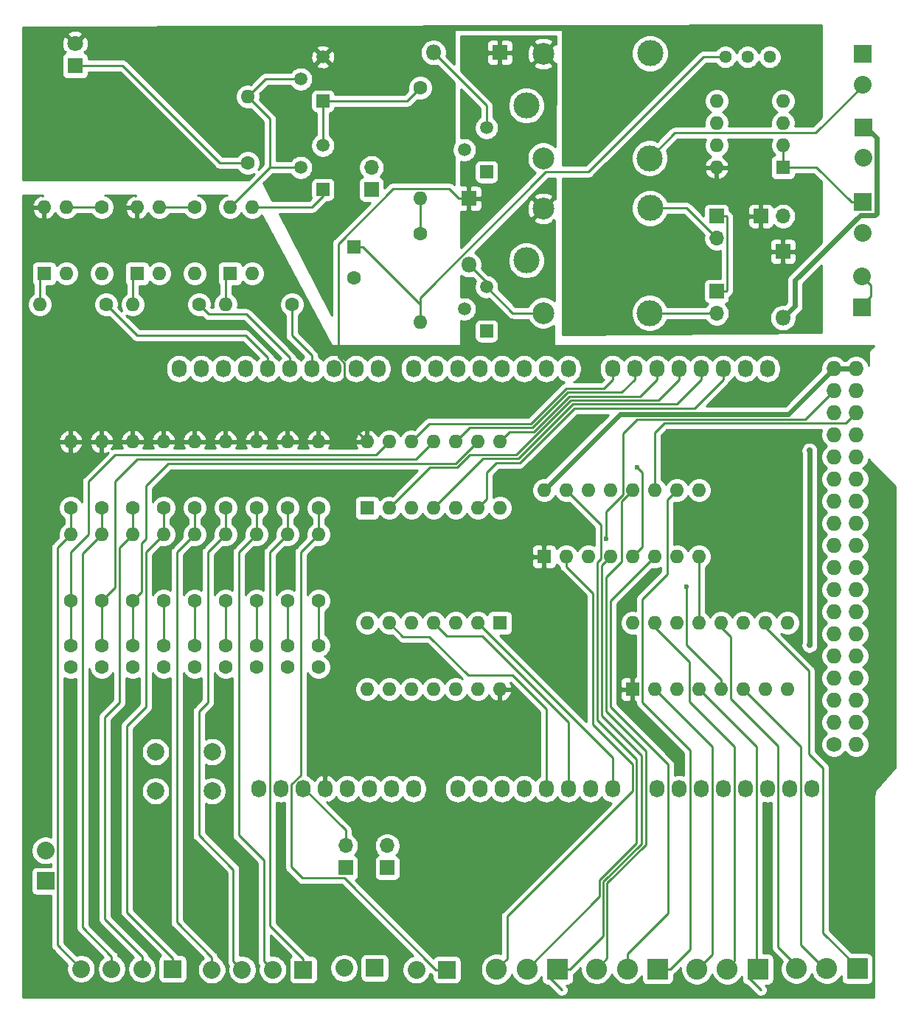
<source format=gbr>
G04 #@! TF.GenerationSoftware,KiCad,Pcbnew,(5.1.5)-3*
G04 #@! TF.CreationDate,2020-01-24T14:25:46-05:00*
G04 #@! TF.ProjectId,arduino_duo_shield,61726475-696e-46f5-9f64-756f5f736869,rev?*
G04 #@! TF.SameCoordinates,PX6258c20PY7445a00*
G04 #@! TF.FileFunction,Copper,L1,Top*
G04 #@! TF.FilePolarity,Positive*
%FSLAX46Y46*%
G04 Gerber Fmt 4.6, Leading zero omitted, Abs format (unit mm)*
G04 Created by KiCad (PCBNEW (5.1.5)-3) date 2020-01-24 14:25:46*
%MOMM*%
%LPD*%
G04 APERTURE LIST*
%ADD10C,2.413000*%
%ADD11R,2.413000X2.413000*%
%ADD12C,2.032000*%
%ADD13R,2.032000X2.032000*%
%ADD14O,1.700000X1.700000*%
%ADD15R,1.700000X1.700000*%
%ADD16R,1.500000X1.500000*%
%ADD17C,1.500000*%
%ADD18O,1.600000X1.600000*%
%ADD19R,1.600000X1.600000*%
%ADD20C,1.800000*%
%ADD21R,1.800000X1.800000*%
%ADD22C,3.000000*%
%ADD23C,2.500000*%
%ADD24C,1.600000*%
%ADD25C,1.440000*%
%ADD26O,1.800000X1.800000*%
%ADD27C,2.000000*%
%ADD28C,1.727200*%
%ADD29O,1.727200X1.727200*%
%ADD30O,1.727200X2.032000*%
%ADD31C,0.600000*%
%ADD32C,0.700000*%
%ADD33C,0.250000*%
%ADD34C,0.600000*%
%ADD35C,0.254000*%
G04 APERTURE END LIST*
D10*
X89932300Y-17870000D03*
X93432420Y-17870000D03*
D11*
X96930000Y-17870000D03*
D10*
X78512300Y-17930000D03*
X82012420Y-17930000D03*
D11*
X85510000Y-17930000D03*
D10*
X67002300Y-17900000D03*
X70502420Y-17900000D03*
D11*
X74000000Y-17900000D03*
D10*
X55502300Y-17930000D03*
X59002420Y-17930000D03*
D11*
X62500000Y-17930000D03*
D12*
X38002420Y-17800000D03*
D13*
X41500000Y-17800000D03*
D12*
X97430000Y61627580D03*
D13*
X97430000Y58130000D03*
D12*
X3700000Y-4302420D03*
D13*
X3700000Y-7800000D03*
D12*
X97625000Y75242420D03*
D13*
X97625000Y78740000D03*
D12*
X97575000Y83702420D03*
D13*
X97575000Y87200000D03*
D12*
X97525000Y66677420D03*
D13*
X97525000Y70175000D03*
D12*
X46302420Y-18000000D03*
D13*
X49800000Y-18000000D03*
D12*
X22802180Y-18000000D03*
X26302300Y-18000000D03*
X29802420Y-18000000D03*
D13*
X33300000Y-18000000D03*
D12*
X7802180Y-17900000D03*
X11302300Y-17900000D03*
X14802420Y-17900000D03*
D13*
X18300000Y-17900000D03*
D14*
X42948000Y-3744000D03*
D15*
X42948000Y-6284000D03*
D14*
X38168000Y-3744000D03*
D15*
X38168000Y-6284000D03*
D14*
X88392000Y68580000D03*
D15*
X85852000Y68580000D03*
D16*
X54356000Y55372000D03*
D17*
X54356000Y60452000D03*
X51816000Y57912000D03*
D16*
X54356000Y73660000D03*
D17*
X54356000Y78740000D03*
X51816000Y76200000D03*
D16*
X35560000Y81788000D03*
D17*
X35560000Y86868000D03*
X33020000Y84328000D03*
D16*
X35560000Y71628000D03*
D17*
X35560000Y76708000D03*
X33020000Y74168000D03*
D14*
X41148000Y74168000D03*
D15*
X41148000Y71628000D03*
D18*
X80772000Y74168000D03*
X88392000Y81788000D03*
X80772000Y76708000D03*
X88392000Y79248000D03*
X80772000Y79248000D03*
X88392000Y76708000D03*
X80772000Y81788000D03*
D19*
X88392000Y74168000D03*
D20*
X7112000Y88392000D03*
D21*
X7112000Y85852000D03*
D22*
X58928000Y63500000D03*
D23*
X60878000Y69450000D03*
D22*
X73128000Y69500000D03*
X73078000Y57450000D03*
D23*
X60878000Y57450000D03*
D24*
X39116000Y61524000D03*
D19*
X39116000Y65024000D03*
D18*
X14224000Y69596000D03*
X16764000Y61976000D03*
X16764000Y69596000D03*
D19*
X14224000Y61976000D03*
D18*
X3556000Y69596000D03*
X6096000Y61976000D03*
X6096000Y69596000D03*
D19*
X3556000Y61976000D03*
D18*
X24892000Y69596000D03*
X27432000Y61976000D03*
X27432000Y69596000D03*
D19*
X24892000Y61976000D03*
D25*
X86868000Y86868000D03*
X84328000Y86868000D03*
X81788000Y86868000D03*
D18*
X27940000Y32004000D03*
D24*
X27940000Y24384000D03*
D18*
X27940000Y42672000D03*
D24*
X27940000Y35052000D03*
D18*
X31496000Y32004000D03*
D24*
X31496000Y24384000D03*
D18*
X31496000Y42672000D03*
D24*
X31496000Y35052000D03*
D18*
X20828000Y61976000D03*
D24*
X20828000Y69596000D03*
D18*
X10160000Y61976000D03*
D24*
X10160000Y69596000D03*
D18*
X13716000Y58420000D03*
D24*
X21336000Y58420000D03*
D18*
X46736000Y70612000D03*
D24*
X46736000Y83312000D03*
D18*
X3048000Y58420000D03*
D24*
X10668000Y58420000D03*
D18*
X26924000Y82296000D03*
D24*
X26924000Y74676000D03*
D18*
X35052000Y32004000D03*
D24*
X35052000Y24384000D03*
D18*
X35052000Y42672000D03*
D24*
X35052000Y35052000D03*
D18*
X24384000Y58420000D03*
D24*
X32004000Y58420000D03*
D18*
X6604000Y32004000D03*
D24*
X6604000Y24384000D03*
D18*
X6604000Y42672000D03*
D24*
X6604000Y35052000D03*
D18*
X10160000Y32004000D03*
D24*
X10160000Y24384000D03*
D18*
X10160000Y42672000D03*
D24*
X10160000Y35052000D03*
D18*
X13716000Y32004000D03*
D24*
X13716000Y24384000D03*
D18*
X13716000Y42672000D03*
D24*
X13716000Y35052000D03*
D18*
X17272000Y32004000D03*
D24*
X17272000Y24384000D03*
D18*
X17272000Y42672000D03*
D24*
X17272000Y35052000D03*
D18*
X20828000Y32004000D03*
D24*
X20828000Y24384000D03*
D18*
X20828000Y42672000D03*
D24*
X20828000Y35052000D03*
D18*
X24384000Y32004000D03*
D24*
X24384000Y24384000D03*
D18*
X24384000Y42672000D03*
D24*
X24384000Y35052000D03*
D18*
X46736000Y56388000D03*
D24*
X46736000Y66548000D03*
D22*
X58928000Y81280000D03*
D23*
X60878000Y87230000D03*
D22*
X73128000Y87280000D03*
X73078000Y75230000D03*
D23*
X60878000Y75230000D03*
D14*
X80772000Y66040000D03*
D15*
X80772000Y68580000D03*
D14*
X80772000Y57404000D03*
D15*
X80772000Y59944000D03*
D26*
X88392000Y56896000D03*
D21*
X88392000Y64516000D03*
X52324000Y70612000D03*
D26*
X52324000Y62992000D03*
D21*
X55880000Y87376000D03*
D26*
X48260000Y87376000D03*
D24*
X27940000Y19264000D03*
X27940000Y16764000D03*
X31496000Y19264000D03*
X31496000Y16764000D03*
X35052000Y19264000D03*
X35052000Y16764000D03*
X6604000Y19264000D03*
X6604000Y16764000D03*
X10160000Y19264000D03*
X10160000Y16764000D03*
X13716000Y19264000D03*
X13716000Y16764000D03*
X17272000Y19264000D03*
X17272000Y16764000D03*
X20828000Y19264000D03*
X20828000Y16764000D03*
X24384000Y19264000D03*
X24384000Y16764000D03*
D27*
X16360000Y2540000D03*
X16360000Y7040000D03*
X22860000Y2540000D03*
X22860000Y7040000D03*
D18*
X60960000Y37084000D03*
X78740000Y29464000D03*
X63500000Y37084000D03*
X76200000Y29464000D03*
X66040000Y37084000D03*
X73660000Y29464000D03*
X68580000Y37084000D03*
X71120000Y29464000D03*
X71120000Y37084000D03*
X68580000Y29464000D03*
X73660000Y37084000D03*
X66040000Y29464000D03*
X76200000Y37084000D03*
X63500000Y29464000D03*
X78740000Y37084000D03*
D19*
X60960000Y29464000D03*
D18*
X71120000Y21844000D03*
X88900000Y14224000D03*
X73660000Y21844000D03*
X86360000Y14224000D03*
X76200000Y21844000D03*
X83820000Y14224000D03*
X78740000Y21844000D03*
X81280000Y14224000D03*
X81280000Y21844000D03*
X78740000Y14224000D03*
X83820000Y21844000D03*
X76200000Y14224000D03*
X86360000Y21844000D03*
X73660000Y14224000D03*
X88900000Y21844000D03*
D19*
X71120000Y14224000D03*
D18*
X40640000Y42672000D03*
X55880000Y35052000D03*
X43180000Y42672000D03*
X53340000Y35052000D03*
X45720000Y42672000D03*
X50800000Y35052000D03*
X48260000Y42672000D03*
X48260000Y35052000D03*
X50800000Y42672000D03*
X45720000Y35052000D03*
X53340000Y42672000D03*
X43180000Y35052000D03*
X55880000Y42672000D03*
D19*
X40640000Y35052000D03*
D18*
X55880000Y14224000D03*
X40640000Y21844000D03*
X53340000Y14224000D03*
X43180000Y21844000D03*
X50800000Y14224000D03*
X45720000Y21844000D03*
X48260000Y14224000D03*
X48260000Y21844000D03*
X45720000Y14224000D03*
X50800000Y21844000D03*
X43180000Y14224000D03*
X53340000Y21844000D03*
X40640000Y14224000D03*
D19*
X55880000Y21844000D03*
D28*
X94234000Y7874000D03*
D29*
X96774000Y7874000D03*
X94234000Y10414000D03*
X96774000Y10414000D03*
X94234000Y12954000D03*
X96774000Y12954000D03*
X94234000Y15494000D03*
X96774000Y15494000D03*
X94234000Y18034000D03*
X96774000Y18034000D03*
X94234000Y20574000D03*
X96774000Y20574000D03*
X94234000Y23114000D03*
X96774000Y23114000D03*
X94234000Y25654000D03*
X96774000Y25654000D03*
X94234000Y28194000D03*
X96774000Y28194000D03*
X94234000Y30734000D03*
X96774000Y30734000D03*
X94234000Y33274000D03*
X96774000Y33274000D03*
X94234000Y35814000D03*
X96774000Y35814000D03*
X94234000Y38354000D03*
X96774000Y38354000D03*
X94234000Y40894000D03*
X96774000Y40894000D03*
X94234000Y43434000D03*
X96774000Y43434000D03*
X94234000Y45974000D03*
X96774000Y45974000D03*
X94234000Y48514000D03*
X96774000Y48514000D03*
X94234000Y51054000D03*
X96774000Y51054000D03*
D30*
X28194000Y2794000D03*
X30734000Y2794000D03*
X33274000Y2794000D03*
X35814000Y2794000D03*
X38354000Y2794000D03*
X40894000Y2794000D03*
X43434000Y2794000D03*
X45974000Y2794000D03*
X51054000Y2794000D03*
X53594000Y2794000D03*
X56134000Y2794000D03*
X58674000Y2794000D03*
X61214000Y2794000D03*
X63754000Y2794000D03*
X66294000Y2794000D03*
X68834000Y2794000D03*
X73914000Y2794000D03*
X76454000Y2794000D03*
X78994000Y2794000D03*
X81534000Y2794000D03*
X84074000Y2794000D03*
X86614000Y2794000D03*
X89154000Y2794000D03*
X91694000Y2794000D03*
X19050000Y51054000D03*
X21590000Y51054000D03*
X24130000Y51054000D03*
X26670000Y51054000D03*
X29210000Y51054000D03*
X31750000Y51054000D03*
X34290000Y51054000D03*
X36830000Y51054000D03*
X39370000Y51054000D03*
X41910000Y51054000D03*
X45974000Y51054000D03*
X48514000Y51054000D03*
X51054000Y51054000D03*
X53594000Y51054000D03*
X56134000Y51054000D03*
X58674000Y51054000D03*
X61214000Y51054000D03*
X63754000Y51054000D03*
X68834000Y51054000D03*
X71374000Y51054000D03*
X73914000Y51054000D03*
X76454000Y51054000D03*
X78994000Y51054000D03*
X81534000Y51054000D03*
X84074000Y51054000D03*
X86614000Y51054000D03*
D31*
X65024000Y14224000D03*
X68079999Y31496000D03*
X77325001Y26017001D03*
X71628000Y39740976D03*
D32*
X91440000Y19304000D03*
X91440000Y41656000D03*
D33*
X78740000Y29464000D02*
X78740000Y21844000D01*
X98445999Y60611581D02*
X98445999Y59345999D01*
X97430000Y61627580D02*
X98445999Y60611581D01*
X98445999Y59345999D02*
X96950000Y57850000D01*
D34*
X69713011Y45837011D02*
X60960000Y37084000D01*
X89017011Y45837011D02*
X69713011Y45837011D01*
X94234000Y51054000D02*
X89017011Y45837011D01*
X94234000Y51054000D02*
X96774000Y51054000D01*
D33*
X38168000Y-3744000D02*
X38168000Y-1968000D01*
X38168000Y-1968000D02*
X33300000Y2900000D01*
X60960000Y18288000D02*
X65024000Y14224000D01*
X60960000Y29464000D02*
X60960000Y18288000D01*
X38018610Y51698738D02*
X38018610Y45293390D01*
X38018610Y45293390D02*
X40640000Y42672000D01*
X37322338Y52395010D02*
X38018610Y51698738D01*
X43643999Y71737001D02*
X37322338Y65415340D01*
X37322338Y65415340D02*
X37322338Y52395010D01*
X50048999Y71737001D02*
X43643999Y71737001D01*
X52324000Y70612000D02*
X51174000Y70612000D01*
X51174000Y70612000D02*
X50048999Y71737001D01*
X53340000Y21844000D02*
X68834000Y6350000D01*
X68834000Y6350000D02*
X68834000Y2794000D01*
X74733991Y44761991D02*
X73660000Y43688000D01*
X96774000Y45974000D02*
X95561991Y44761991D01*
X73660000Y43688000D02*
X73660000Y37084000D01*
X95561991Y44761991D02*
X74733991Y44761991D01*
X90932000Y45212000D02*
X94234000Y48514000D01*
X68079999Y34680409D02*
X69994999Y36595409D01*
X68079999Y31496000D02*
X68079999Y34680409D01*
X69994999Y36595409D02*
X69994999Y43578999D01*
X69994999Y43578999D02*
X71628000Y45212000D01*
X71628000Y45212000D02*
X90932000Y45212000D01*
X31750000Y52320000D02*
X31750000Y51054000D01*
X26775001Y57294999D02*
X31750000Y52320000D01*
X22461001Y57294999D02*
X26775001Y57294999D01*
X21336000Y58420000D02*
X22461001Y57294999D01*
X32004000Y58420000D02*
X32004000Y54864000D01*
X34290000Y52578000D02*
X34290000Y51054000D01*
X32004000Y54864000D02*
X34290000Y52578000D01*
X77325001Y19310369D02*
X77325001Y26017001D01*
X81280000Y14224000D02*
X81280000Y15355370D01*
X81280000Y15355370D02*
X77325001Y19310369D01*
X72245001Y30589001D02*
X72245001Y39123975D01*
X72245001Y39123975D02*
X71628000Y39740976D01*
X71120000Y29464000D02*
X72245001Y30589001D01*
X47752000Y44704000D02*
X59436000Y44704000D01*
X59436000Y44704000D02*
X63500000Y48768000D01*
X67814000Y48768000D02*
X68834000Y49788000D01*
X45720000Y42672000D02*
X47752000Y44704000D01*
X63500000Y48768000D02*
X67814000Y48768000D01*
X68834000Y49788000D02*
X68834000Y51054000D01*
X69903990Y48317990D02*
X71374000Y49788000D01*
X50800000Y42672000D02*
X52381989Y44253989D01*
X63686400Y48317989D02*
X69903990Y48317990D01*
X52381989Y44253989D02*
X59622400Y44253989D01*
X71374000Y49788000D02*
X71374000Y51054000D01*
X59622400Y44253989D02*
X63686400Y48317989D01*
X71993980Y47867980D02*
X73914000Y49788000D01*
X59808800Y43803978D02*
X63872801Y47867980D01*
X63872801Y47867980D02*
X71993980Y47867980D01*
X55880000Y42672000D02*
X57011978Y43803978D01*
X57011978Y43803978D02*
X59808800Y43803978D01*
X73914000Y49788000D02*
X73914000Y51054000D01*
X76454000Y49788000D02*
X76454000Y51054000D01*
X74083969Y47417969D02*
X76454000Y49788000D01*
X52452410Y41148000D02*
X57789233Y41148000D01*
X64059201Y47417969D02*
X74083969Y47417969D01*
X43180000Y35052000D02*
X47809991Y39681991D01*
X57789233Y41148000D02*
X64059201Y47417969D01*
X50986401Y39681991D02*
X52452410Y41148000D01*
X47809991Y39681991D02*
X50986401Y39681991D01*
X53905989Y40697989D02*
X48260000Y35052000D01*
X78994000Y49788000D02*
X76173958Y46967958D01*
X76173958Y46967958D02*
X64245601Y46967958D01*
X78994000Y51054000D02*
X78994000Y49788000D01*
X57975633Y40697989D02*
X53905989Y40697989D01*
X64245601Y46967958D02*
X57975633Y40697989D01*
X54356000Y39116000D02*
X54356000Y36068000D01*
X55487978Y40247978D02*
X54356000Y39116000D01*
X81534000Y49788000D02*
X78263947Y46517947D01*
X81534000Y51054000D02*
X81534000Y49788000D01*
X78263947Y46517947D02*
X64432001Y46517947D01*
X54356000Y36068000D02*
X53340000Y35052000D01*
X64432001Y46517947D02*
X58162033Y40247978D01*
X58162033Y40247978D02*
X55487978Y40247978D01*
X24384000Y24384000D02*
X24384000Y19264000D01*
X20828000Y24384000D02*
X20828000Y19264000D01*
X17272000Y24384000D02*
X17272000Y19264000D01*
X13716000Y24384000D02*
X13716000Y19264000D01*
X14732000Y25400000D02*
X13716000Y24384000D01*
X14732000Y30988000D02*
X14732000Y25400000D01*
X50800000Y40132000D02*
X17780000Y40132000D01*
X15240000Y37592000D02*
X15240000Y31496000D01*
X53340000Y42672000D02*
X50800000Y40132000D01*
X17780000Y40132000D02*
X15240000Y37592000D01*
X15240000Y31496000D02*
X14732000Y30988000D01*
X10160000Y24384000D02*
X10160000Y19264000D01*
X11684000Y25908000D02*
X10160000Y24384000D01*
X46228000Y40640000D02*
X14224000Y40640000D01*
X48260000Y42672000D02*
X46228000Y40640000D01*
X14224000Y40640000D02*
X11684000Y38100000D01*
X11684000Y38100000D02*
X11684000Y25908000D01*
X6604000Y24384000D02*
X6604000Y19264000D01*
X6604000Y29972000D02*
X6604000Y24384000D01*
X41656000Y41148000D02*
X11684000Y41148000D01*
X43180000Y42672000D02*
X41656000Y41148000D01*
X11684000Y41148000D02*
X8636000Y38100000D01*
X8636000Y38100000D02*
X8636000Y32004000D01*
X8636000Y32004000D02*
X6604000Y29972000D01*
X24384000Y35052000D02*
X24384000Y32004000D01*
X21336000Y11684000D02*
X22352000Y12700000D01*
X25286301Y-6490301D02*
X21336000Y-2540000D01*
X21336000Y-2540000D02*
X21336000Y11684000D01*
X26302300Y-18000000D02*
X25286301Y-16984001D01*
X25286301Y-16984001D02*
X25286301Y-6490301D01*
X22352000Y12700000D02*
X22352000Y29972000D01*
X22352000Y29972000D02*
X24384000Y32004000D01*
X20828000Y35052000D02*
X20828000Y32004000D01*
X18796000Y29972000D02*
X20828000Y32004000D01*
X22802180Y-16563160D02*
X18796000Y-12556980D01*
X18796000Y-12556980D02*
X18796000Y29972000D01*
X22802180Y-18000000D02*
X22802180Y-16563160D01*
X17272000Y35052000D02*
X17272000Y32004000D01*
X15240000Y12192000D02*
X13048999Y10000999D01*
X15240000Y29972000D02*
X15240000Y12192000D01*
X17272000Y32004000D02*
X15240000Y29972000D01*
X13048999Y-11382999D02*
X13048999Y10000999D01*
X18300000Y-16634000D02*
X13048999Y-11382999D01*
X18300000Y-17900000D02*
X18300000Y-16634000D01*
X13716000Y35052000D02*
X13716000Y32004000D01*
X12192000Y12700000D02*
X10508999Y11016999D01*
X12192000Y30480000D02*
X12192000Y12700000D01*
X13716000Y32004000D02*
X12192000Y30480000D01*
X10508999Y-12169739D02*
X10508999Y11016999D01*
X14802420Y-16463160D02*
X10508999Y-12169739D01*
X14802420Y-17900000D02*
X14802420Y-16463160D01*
X10160000Y35052000D02*
X10160000Y32004000D01*
X10160000Y32004000D02*
X7968999Y29812999D01*
X7968999Y-13129859D02*
X7968999Y29812999D01*
X11302300Y-16463160D02*
X7968999Y-13129859D01*
X11302300Y-17900000D02*
X11302300Y-16463160D01*
X6604000Y35052000D02*
X6604000Y32004000D01*
X5080000Y30480000D02*
X6604000Y32004000D01*
X5080000Y-15177820D02*
X5080000Y30480000D01*
X7802180Y-17900000D02*
X5080000Y-15177820D01*
X35052000Y24384000D02*
X35052000Y19264000D01*
X35052000Y35052000D02*
X35052000Y32004000D01*
X35052000Y32004000D02*
X33020000Y29972000D01*
X33020000Y29972000D02*
X33020000Y4373348D01*
X33020000Y4373348D02*
X31922610Y3275958D01*
X31922610Y3275958D02*
X31922610Y-6177390D01*
X33204221Y-7459001D02*
X31922610Y-6177390D01*
X37993001Y-7459001D02*
X33204221Y-7459001D01*
X48534000Y-18000000D02*
X37993001Y-7459001D01*
X49800000Y-18000000D02*
X48534000Y-18000000D01*
X86360000Y21844000D02*
X86360000Y21336000D01*
X86360000Y21336000D02*
X91382011Y16313989D01*
X91382011Y16313989D02*
X91382011Y6790399D01*
X92964000Y5208410D02*
X92964000Y-5588000D01*
X91382011Y6790399D02*
X92964000Y5208410D01*
X92964000Y-5588000D02*
X92964000Y-13764000D01*
X92964000Y-13764000D02*
X97000000Y-17800000D01*
X83820000Y14224000D02*
X90424000Y7620000D01*
X90424000Y7620000D02*
X90424000Y-3556000D01*
X90424000Y-3556000D02*
X90424000Y-15124000D01*
X90424000Y-15124000D02*
X93200000Y-17900000D01*
X84487001Y-18955001D02*
X85852000Y-20320000D01*
X81280000Y21844000D02*
X81280000Y21336000D01*
X82405001Y13098999D02*
X87802610Y7701390D01*
X82405001Y20210999D02*
X82405001Y13098999D01*
X81280000Y21336000D02*
X82405001Y20210999D01*
X87802610Y7701390D02*
X87802610Y-3714727D01*
X87802610Y-3714727D02*
X87802610Y-15402610D01*
X87802610Y-15402610D02*
X90200000Y-17800000D01*
X78740000Y14224000D02*
X85344000Y7620000D01*
X85344000Y7620000D02*
X85344000Y-3556000D01*
X85344000Y-3556000D02*
X85344000Y-17656000D01*
X85344000Y-17656000D02*
X85300000Y-17700000D01*
X77614999Y12809001D02*
X82804000Y7620000D01*
X73660000Y21844000D02*
X73660000Y21336000D01*
X73660000Y21336000D02*
X77614999Y17381001D01*
X77614999Y17381001D02*
X77614999Y12809001D01*
X82804000Y-3404000D02*
X82804000Y-16996000D01*
X82804000Y7620000D02*
X82804000Y-3404000D01*
X82804000Y-3404000D02*
X82804000Y-3556000D01*
X82804000Y-16996000D02*
X82000000Y-17800000D01*
X73660000Y14224000D02*
X80264000Y7620000D01*
X80264000Y-3436000D02*
X80264000Y-16236000D01*
X80264000Y7620000D02*
X80264000Y-3436000D01*
X80264000Y-3436000D02*
X80264000Y-3585837D01*
X80264000Y-16236000D02*
X78600000Y-17900000D01*
X75074999Y35958999D02*
X75074999Y27432000D01*
X76200000Y37084000D02*
X75074999Y35958999D01*
X75074999Y27432000D02*
X72245001Y24602002D01*
X72245001Y24602002D02*
X72245001Y12682748D01*
X72245001Y12682748D02*
X77724000Y7203749D01*
X77700000Y-15656500D02*
X77700000Y-3300000D01*
X75456500Y-17900000D02*
X77700000Y-15656500D01*
X74000000Y-17900000D02*
X75456500Y-17900000D01*
X77724000Y7203749D02*
X77700000Y-3300000D01*
X77700000Y-3300000D02*
X77724000Y-3556000D01*
X68580000Y24384000D02*
X68580000Y12192000D01*
X73660000Y29464000D02*
X68580000Y24384000D01*
X68580000Y12192000D02*
X75184000Y5588000D01*
X75184000Y-11512172D02*
X75184000Y-3484000D01*
X70502420Y-16193752D02*
X75184000Y-11512172D01*
X70502420Y-17900000D02*
X70502420Y-16193752D01*
X75184000Y5588000D02*
X75184000Y-3484000D01*
X75184000Y-3484000D02*
X75184000Y-3556000D01*
X70320001Y36284001D02*
X71120000Y37084000D01*
X69830009Y35794009D02*
X71120000Y37084000D01*
X69830009Y28850401D02*
X69830009Y35794009D01*
X68072000Y27092392D02*
X69830009Y28850401D01*
X68072000Y11684000D02*
X68072000Y27092392D01*
X72644000Y-3629249D02*
X72644000Y7112000D01*
X72644000Y7112000D02*
X68072000Y11684000D01*
X68208799Y-8064450D02*
X72644000Y-3629249D01*
X68208799Y-16693501D02*
X68208799Y-8064450D01*
X67002300Y-17900000D02*
X68208799Y-16693501D01*
X61468000Y-18796000D02*
X62992000Y-20320000D01*
X67758788Y-14127712D02*
X67758788Y-7878050D01*
X67564000Y28448000D02*
X67780001Y28664001D01*
X67780001Y28664001D02*
X68580000Y29464000D01*
X72136000Y6604000D02*
X67564000Y11176000D01*
X63956500Y-17930000D02*
X67758788Y-14127712D01*
X67564000Y11176000D02*
X67564000Y28448000D01*
X67758788Y-7878050D02*
X72136000Y-3500839D01*
X62500000Y-17930000D02*
X63956500Y-17930000D01*
X72136000Y-3500839D02*
X72136000Y6604000D01*
X67454999Y29213997D02*
X67056000Y28814998D01*
X67454999Y33129001D02*
X67454999Y29213997D01*
X67056000Y10706998D02*
X71570011Y6192987D01*
X67308777Y-9591223D02*
X59000000Y-17900000D01*
X71570011Y6192987D02*
X71570011Y-3430418D01*
X67308777Y-7691650D02*
X67308777Y-9591223D01*
X71570011Y-3430418D02*
X67308777Y-7691650D01*
X67056000Y28814998D02*
X67056000Y10706998D01*
X63500000Y37084000D02*
X67454999Y33129001D01*
X63500000Y28332630D02*
X63500000Y29464000D01*
X66548000Y25284630D02*
X63500000Y28332630D01*
X66548000Y10160000D02*
X66548000Y25284630D01*
X71120000Y2540000D02*
X71120000Y5588000D01*
X71120000Y5588000D02*
X66548000Y10160000D01*
X56708799Y-16723501D02*
X56708799Y-11871201D01*
X56708799Y-11871201D02*
X71120000Y2540000D01*
X55502300Y-17930000D02*
X56708799Y-16723501D01*
X35560000Y70853000D02*
X35560000Y71628000D01*
X34303000Y69596000D02*
X35560000Y70853000D01*
X27432000Y69596000D02*
X34303000Y69596000D01*
X31496000Y24384000D02*
X31496000Y19264000D01*
X27940000Y24384000D02*
X27940000Y19264000D01*
X54356000Y79248000D02*
X54356000Y78740000D01*
X54356000Y81280000D02*
X54356000Y78740000D01*
X48260000Y87376000D02*
X54356000Y81280000D01*
X57358000Y57450000D02*
X54356000Y60452000D01*
X60878000Y57450000D02*
X57358000Y57450000D01*
X54356000Y60960000D02*
X54356000Y60452000D01*
X52324000Y62992000D02*
X54356000Y60960000D01*
D34*
X99141001Y68858999D02*
X99141001Y77558999D01*
X89792001Y58296001D02*
X89792001Y61188103D01*
X88392000Y56896000D02*
X89792001Y58296001D01*
X98941001Y68658999D02*
X99141001Y68858999D01*
X89792001Y61188103D02*
X97262897Y68658999D01*
X97262897Y68658999D02*
X98941001Y68658999D01*
X99141001Y77558999D02*
X97800000Y78900000D01*
D33*
X31496000Y35052000D02*
X31496000Y32004000D01*
X29464000Y29972000D02*
X31496000Y32004000D01*
X29464000Y-12898000D02*
X29464000Y29972000D01*
X33300000Y-16734000D02*
X29464000Y-12898000D01*
X33300000Y-18000000D02*
X33300000Y-16734000D01*
X27940000Y35052000D02*
X27940000Y32004000D01*
X27940000Y32004000D02*
X25908000Y29972000D01*
X25908000Y29972000D02*
X25908000Y-2540000D01*
X28786421Y-5418421D02*
X25908000Y-2540000D01*
X28786421Y-16984001D02*
X28786421Y-5418421D01*
X29802420Y-18000000D02*
X28786421Y-16984001D01*
X88392000Y76708000D02*
X88392000Y74168000D01*
X96259000Y70175000D02*
X92234000Y74200000D01*
X97525000Y70175000D02*
X96259000Y70175000D01*
X92234000Y74200000D02*
X88500000Y74200000D01*
X75970999Y78122999D02*
X92122999Y78122999D01*
X73078000Y75230000D02*
X75970999Y78122999D01*
X92122999Y78122999D02*
X97700000Y83700000D01*
X73613001Y87913001D02*
X73000000Y87300000D01*
X80726000Y57450000D02*
X80772000Y57404000D01*
X73078000Y57450000D02*
X80726000Y57450000D01*
X81947001Y68504999D02*
X81947001Y60019001D01*
X81872000Y59944000D02*
X80772000Y59944000D01*
X81947001Y60019001D02*
X81872000Y59944000D01*
X81872000Y68580000D02*
X81947001Y68504999D01*
X80772000Y68580000D02*
X81872000Y68580000D01*
X77312000Y69500000D02*
X80772000Y66040000D01*
X73128000Y69500000D02*
X77312000Y69500000D01*
X46736000Y70612000D02*
X46736000Y66548000D01*
X61214000Y11938000D02*
X61214000Y2794000D01*
X44755010Y20268990D02*
X47803010Y20268990D01*
X57294999Y15857001D02*
X61214000Y11938000D01*
X47803010Y20268990D02*
X52214999Y15857001D01*
X43180000Y21844000D02*
X44755010Y20268990D01*
X52214999Y15857001D02*
X57294999Y15857001D01*
X63754000Y10414000D02*
X63754000Y2794000D01*
X53848000Y20320000D02*
X63754000Y10414000D01*
X48260000Y21844000D02*
X49784000Y20320000D01*
X49784000Y20320000D02*
X53848000Y20320000D01*
X10668000Y58420000D02*
X14224000Y54864000D01*
X26666000Y54864000D02*
X29210000Y52320000D01*
X29210000Y52320000D02*
X29210000Y51054000D01*
X14224000Y54864000D02*
X26666000Y54864000D01*
X45212000Y81788000D02*
X46736000Y83312000D01*
X35560000Y81788000D02*
X45212000Y81788000D01*
X35560000Y81788000D02*
X35560000Y76708000D01*
X29464000Y74168000D02*
X33020000Y74168000D01*
X24892000Y69596000D02*
X29464000Y74168000D01*
X28956000Y84328000D02*
X27242205Y82614205D01*
X33020000Y84328000D02*
X28956000Y84328000D01*
X26924000Y82296000D02*
X29464000Y79756000D01*
X29464000Y79756000D02*
X29464000Y74168000D01*
X6096000Y69596000D02*
X10160000Y69596000D01*
X16764000Y69596000D02*
X20828000Y69596000D01*
X24384000Y61468000D02*
X24892000Y61976000D01*
X24384000Y58420000D02*
X24384000Y61468000D01*
X3048000Y61468000D02*
X3556000Y61976000D01*
X3048000Y58420000D02*
X3048000Y61468000D01*
X23742000Y74676000D02*
X26924000Y74676000D01*
X7112000Y85852000D02*
X12566000Y85852000D01*
X12566000Y85852000D02*
X23742000Y74676000D01*
X46736000Y58454000D02*
X46736000Y56388000D01*
X39116000Y65024000D02*
X40166000Y65024000D01*
X40166000Y65024000D02*
X46736000Y58454000D01*
X66040012Y73660000D02*
X79248012Y86868000D01*
X79248012Y86868000D02*
X81788000Y86868000D01*
X46736000Y58454000D02*
X46736000Y59217002D01*
X61178998Y73660000D02*
X66040012Y73660000D01*
X46736000Y59217002D02*
X61178998Y73660000D01*
D34*
X91440000Y19304000D02*
X91440000Y41656000D01*
D33*
X13716000Y61468000D02*
X14224000Y61976000D01*
X13716000Y58420000D02*
X13716000Y61468000D01*
D35*
G36*
X92823000Y79897801D02*
G01*
X91808198Y78882999D01*
X89782509Y78882999D01*
X89827000Y79106665D01*
X89827000Y79389335D01*
X89771853Y79666574D01*
X89663680Y79927727D01*
X89506637Y80162759D01*
X89306759Y80362637D01*
X89074241Y80518000D01*
X89306759Y80673363D01*
X89506637Y80873241D01*
X89663680Y81108273D01*
X89771853Y81369426D01*
X89827000Y81646665D01*
X89827000Y81929335D01*
X89771853Y82206574D01*
X89663680Y82467727D01*
X89506637Y82702759D01*
X89306759Y82902637D01*
X89071727Y83059680D01*
X88810574Y83167853D01*
X88533335Y83223000D01*
X88250665Y83223000D01*
X87973426Y83167853D01*
X87712273Y83059680D01*
X87477241Y82902637D01*
X87277363Y82702759D01*
X87120320Y82467727D01*
X87012147Y82206574D01*
X86957000Y81929335D01*
X86957000Y81646665D01*
X87012147Y81369426D01*
X87120320Y81108273D01*
X87277363Y80873241D01*
X87477241Y80673363D01*
X87709759Y80518000D01*
X87477241Y80362637D01*
X87277363Y80162759D01*
X87120320Y79927727D01*
X87012147Y79666574D01*
X86957000Y79389335D01*
X86957000Y79106665D01*
X87001491Y78882999D01*
X82162509Y78882999D01*
X82207000Y79106665D01*
X82207000Y79389335D01*
X82151853Y79666574D01*
X82043680Y79927727D01*
X81886637Y80162759D01*
X81686759Y80362637D01*
X81454241Y80518000D01*
X81686759Y80673363D01*
X81886637Y80873241D01*
X82043680Y81108273D01*
X82151853Y81369426D01*
X82207000Y81646665D01*
X82207000Y81929335D01*
X82151853Y82206574D01*
X82043680Y82467727D01*
X81886637Y82702759D01*
X81686759Y82902637D01*
X81451727Y83059680D01*
X81190574Y83167853D01*
X80913335Y83223000D01*
X80630665Y83223000D01*
X80353426Y83167853D01*
X80092273Y83059680D01*
X79857241Y82902637D01*
X79657363Y82702759D01*
X79500320Y82467727D01*
X79392147Y82206574D01*
X79337000Y81929335D01*
X79337000Y81646665D01*
X79392147Y81369426D01*
X79500320Y81108273D01*
X79657363Y80873241D01*
X79857241Y80673363D01*
X80089759Y80518000D01*
X79857241Y80362637D01*
X79657363Y80162759D01*
X79500320Y79927727D01*
X79392147Y79666574D01*
X79337000Y79389335D01*
X79337000Y79106665D01*
X79381491Y78882999D01*
X76008321Y78882999D01*
X75970998Y78886675D01*
X75933675Y78882999D01*
X75933666Y78882999D01*
X75822013Y78872002D01*
X75678752Y78828545D01*
X75546723Y78757973D01*
X75546721Y78757972D01*
X75546722Y78757972D01*
X75459995Y78686798D01*
X75459991Y78686794D01*
X75430998Y78663000D01*
X75407204Y78634007D01*
X73952058Y77178860D01*
X73700756Y77282953D01*
X73288279Y77365000D01*
X72867721Y77365000D01*
X72455244Y77282953D01*
X72066698Y77122012D01*
X71717017Y76888363D01*
X71419637Y76590983D01*
X71185988Y76241302D01*
X71025047Y75852756D01*
X70943000Y75440279D01*
X70943000Y75019721D01*
X71025047Y74607244D01*
X71185988Y74218698D01*
X71419637Y73869017D01*
X71717017Y73571637D01*
X72066698Y73337988D01*
X72455244Y73177047D01*
X72867721Y73095000D01*
X73288279Y73095000D01*
X73700756Y73177047D01*
X74089302Y73337988D01*
X74438983Y73571637D01*
X74686307Y73818961D01*
X79380096Y73818961D01*
X79420754Y73684913D01*
X79540963Y73430580D01*
X79708481Y73204586D01*
X79916869Y73015615D01*
X80158119Y72870930D01*
X80422960Y72776091D01*
X80645000Y72897376D01*
X80645000Y74041000D01*
X80899000Y74041000D01*
X80899000Y72897376D01*
X81121040Y72776091D01*
X81385881Y72870930D01*
X81627131Y73015615D01*
X81835519Y73204586D01*
X82003037Y73430580D01*
X82123246Y73684913D01*
X82163904Y73818961D01*
X82041915Y74041000D01*
X80899000Y74041000D01*
X80645000Y74041000D01*
X79502085Y74041000D01*
X79380096Y73818961D01*
X74686307Y73818961D01*
X74736363Y73869017D01*
X74970012Y74218698D01*
X75130953Y74607244D01*
X75213000Y75019721D01*
X75213000Y75440279D01*
X75130953Y75852756D01*
X75026860Y76104058D01*
X76285802Y77362999D01*
X79490077Y77362999D01*
X79392147Y77126574D01*
X79337000Y76849335D01*
X79337000Y76566665D01*
X79392147Y76289426D01*
X79500320Y76028273D01*
X79657363Y75793241D01*
X79857241Y75593363D01*
X80092273Y75436320D01*
X80102865Y75431933D01*
X79916869Y75320385D01*
X79708481Y75131414D01*
X79540963Y74905420D01*
X79420754Y74651087D01*
X79380096Y74517039D01*
X79502085Y74295000D01*
X80645000Y74295000D01*
X80645000Y74315000D01*
X80899000Y74315000D01*
X80899000Y74295000D01*
X82041915Y74295000D01*
X82163904Y74517039D01*
X82123246Y74651087D01*
X82003037Y74905420D01*
X81835519Y75131414D01*
X81627131Y75320385D01*
X81441135Y75431933D01*
X81451727Y75436320D01*
X81686759Y75593363D01*
X81886637Y75793241D01*
X82043680Y76028273D01*
X82151853Y76289426D01*
X82207000Y76566665D01*
X82207000Y76849335D01*
X82151853Y77126574D01*
X82053923Y77362999D01*
X87110077Y77362999D01*
X87012147Y77126574D01*
X86957000Y76849335D01*
X86957000Y76566665D01*
X87012147Y76289426D01*
X87120320Y76028273D01*
X87277363Y75793241D01*
X87475961Y75594643D01*
X87467518Y75593812D01*
X87347820Y75557502D01*
X87237506Y75498537D01*
X87140815Y75419185D01*
X87061463Y75322494D01*
X87002498Y75212180D01*
X86966188Y75092482D01*
X86953928Y74968000D01*
X86953928Y73368000D01*
X86966188Y73243518D01*
X87002498Y73123820D01*
X87061463Y73013506D01*
X87140815Y72916815D01*
X87237506Y72837463D01*
X87347820Y72778498D01*
X87467518Y72742188D01*
X87592000Y72729928D01*
X89192000Y72729928D01*
X89316482Y72742188D01*
X89436180Y72778498D01*
X89546494Y72837463D01*
X89643185Y72916815D01*
X89722537Y73013506D01*
X89781502Y73123820D01*
X89817812Y73243518D01*
X89830072Y73368000D01*
X89830072Y73440000D01*
X91919199Y73440000D01*
X92823000Y72536199D01*
X92823000Y65541391D01*
X89163337Y61881728D01*
X89127658Y61852447D01*
X89010816Y61710075D01*
X88961059Y61616985D01*
X88923995Y61547643D01*
X88870530Y61371394D01*
X88852477Y61188103D01*
X88857002Y61142161D01*
X88857001Y58683291D01*
X88594503Y58420792D01*
X88543184Y58431000D01*
X88240816Y58431000D01*
X87944257Y58372011D01*
X87664905Y58256299D01*
X87413495Y58088312D01*
X87199688Y57874505D01*
X87031701Y57623095D01*
X86915989Y57343743D01*
X86857000Y57047184D01*
X86857000Y56744816D01*
X86915989Y56448257D01*
X87031701Y56168905D01*
X87199688Y55917495D01*
X87413495Y55703688D01*
X87664905Y55535701D01*
X87944257Y55419989D01*
X88240816Y55361000D01*
X88543184Y55361000D01*
X88839743Y55419989D01*
X89119095Y55535701D01*
X89370505Y55703688D01*
X89584312Y55917495D01*
X89752299Y56168905D01*
X89868011Y56448257D01*
X89927000Y56744816D01*
X89927000Y57047184D01*
X89916792Y57098503D01*
X90420666Y57602377D01*
X90456345Y57631657D01*
X90573187Y57774029D01*
X90660008Y57936461D01*
X90697254Y58059244D01*
X90713472Y58112708D01*
X90731525Y58296000D01*
X90727001Y58341932D01*
X90727001Y60800814D01*
X92823000Y62896813D01*
X92823000Y55196130D01*
X63119000Y54991876D01*
X63119000Y57660279D01*
X70943000Y57660279D01*
X70943000Y57239721D01*
X71025047Y56827244D01*
X71185988Y56438698D01*
X71419637Y56089017D01*
X71717017Y55791637D01*
X72066698Y55557988D01*
X72455244Y55397047D01*
X72867721Y55315000D01*
X73288279Y55315000D01*
X73700756Y55397047D01*
X74089302Y55557988D01*
X74438983Y55791637D01*
X74736363Y56089017D01*
X74970012Y56438698D01*
X75074105Y56690000D01*
X79463085Y56690000D01*
X79618525Y56457368D01*
X79825368Y56250525D01*
X80068589Y56088010D01*
X80338842Y55976068D01*
X80625740Y55919000D01*
X80918260Y55919000D01*
X81205158Y55976068D01*
X81475411Y56088010D01*
X81718632Y56250525D01*
X81925475Y56457368D01*
X82087990Y56700589D01*
X82199932Y56970842D01*
X82257000Y57257740D01*
X82257000Y57550260D01*
X82199932Y57837158D01*
X82087990Y58107411D01*
X81925475Y58350632D01*
X81793620Y58482487D01*
X81866180Y58504498D01*
X81976494Y58563463D01*
X82073185Y58642815D01*
X82152537Y58739506D01*
X82211502Y58849820D01*
X82247812Y58969518D01*
X82260072Y59094000D01*
X82260072Y59289674D01*
X82296276Y59309026D01*
X82412001Y59403999D01*
X82435802Y59433000D01*
X82458002Y59455200D01*
X82487002Y59479000D01*
X82581975Y59594725D01*
X82652547Y59726754D01*
X82696004Y59870015D01*
X82707001Y59981668D01*
X82707001Y59981678D01*
X82710677Y60019000D01*
X82707001Y60056323D01*
X82707001Y63616000D01*
X86853928Y63616000D01*
X86866188Y63491518D01*
X86902498Y63371820D01*
X86961463Y63261506D01*
X87040815Y63164815D01*
X87137506Y63085463D01*
X87247820Y63026498D01*
X87367518Y62990188D01*
X87492000Y62977928D01*
X88106250Y62981000D01*
X88265000Y63139750D01*
X88265000Y64389000D01*
X88519000Y64389000D01*
X88519000Y63139750D01*
X88677750Y62981000D01*
X89292000Y62977928D01*
X89416482Y62990188D01*
X89536180Y63026498D01*
X89646494Y63085463D01*
X89743185Y63164815D01*
X89822537Y63261506D01*
X89881502Y63371820D01*
X89917812Y63491518D01*
X89930072Y63616000D01*
X89927000Y64230250D01*
X89768250Y64389000D01*
X88519000Y64389000D01*
X88265000Y64389000D01*
X87015750Y64389000D01*
X86857000Y64230250D01*
X86853928Y63616000D01*
X82707001Y63616000D01*
X82707001Y65416000D01*
X86853928Y65416000D01*
X86857000Y64801750D01*
X87015750Y64643000D01*
X88265000Y64643000D01*
X88265000Y65892250D01*
X88519000Y65892250D01*
X88519000Y64643000D01*
X89768250Y64643000D01*
X89927000Y64801750D01*
X89930072Y65416000D01*
X89917812Y65540482D01*
X89881502Y65660180D01*
X89822537Y65770494D01*
X89743185Y65867185D01*
X89646494Y65946537D01*
X89536180Y66005502D01*
X89416482Y66041812D01*
X89292000Y66054072D01*
X88677750Y66051000D01*
X88519000Y65892250D01*
X88265000Y65892250D01*
X88106250Y66051000D01*
X87492000Y66054072D01*
X87367518Y66041812D01*
X87247820Y66005502D01*
X87137506Y65946537D01*
X87040815Y65867185D01*
X86961463Y65770494D01*
X86902498Y65660180D01*
X86866188Y65540482D01*
X86853928Y65416000D01*
X82707001Y65416000D01*
X82707001Y67730000D01*
X84363928Y67730000D01*
X84376188Y67605518D01*
X84412498Y67485820D01*
X84471463Y67375506D01*
X84550815Y67278815D01*
X84647506Y67199463D01*
X84757820Y67140498D01*
X84877518Y67104188D01*
X85002000Y67091928D01*
X85566250Y67095000D01*
X85725000Y67253750D01*
X85725000Y68453000D01*
X84525750Y68453000D01*
X84367000Y68294250D01*
X84363928Y67730000D01*
X82707001Y67730000D01*
X82707001Y68467677D01*
X82710677Y68505000D01*
X82707001Y68542322D01*
X82707001Y68542332D01*
X82696004Y68653985D01*
X82652547Y68797246D01*
X82581975Y68929275D01*
X82487002Y69045000D01*
X82458003Y69068799D01*
X82435802Y69091000D01*
X82412001Y69120001D01*
X82296276Y69214974D01*
X82260072Y69234326D01*
X82260072Y69430000D01*
X84363928Y69430000D01*
X84367000Y68865750D01*
X84525750Y68707000D01*
X85725000Y68707000D01*
X85725000Y69906250D01*
X85979000Y69906250D01*
X85979000Y68707000D01*
X85999000Y68707000D01*
X85999000Y68453000D01*
X85979000Y68453000D01*
X85979000Y67253750D01*
X86137750Y67095000D01*
X86702000Y67091928D01*
X86826482Y67104188D01*
X86946180Y67140498D01*
X87056494Y67199463D01*
X87153185Y67278815D01*
X87232537Y67375506D01*
X87291502Y67485820D01*
X87313513Y67558380D01*
X87445368Y67426525D01*
X87688589Y67264010D01*
X87958842Y67152068D01*
X88245740Y67095000D01*
X88538260Y67095000D01*
X88825158Y67152068D01*
X89095411Y67264010D01*
X89338632Y67426525D01*
X89545475Y67633368D01*
X89707990Y67876589D01*
X89819932Y68146842D01*
X89877000Y68433740D01*
X89877000Y68726260D01*
X89819932Y69013158D01*
X89707990Y69283411D01*
X89545475Y69526632D01*
X89338632Y69733475D01*
X89095411Y69895990D01*
X88825158Y70007932D01*
X88538260Y70065000D01*
X88245740Y70065000D01*
X87958842Y70007932D01*
X87688589Y69895990D01*
X87445368Y69733475D01*
X87313513Y69601620D01*
X87291502Y69674180D01*
X87232537Y69784494D01*
X87153185Y69881185D01*
X87056494Y69960537D01*
X86946180Y70019502D01*
X86826482Y70055812D01*
X86702000Y70068072D01*
X86137750Y70065000D01*
X85979000Y69906250D01*
X85725000Y69906250D01*
X85566250Y70065000D01*
X85002000Y70068072D01*
X84877518Y70055812D01*
X84757820Y70019502D01*
X84647506Y69960537D01*
X84550815Y69881185D01*
X84471463Y69784494D01*
X84412498Y69674180D01*
X84376188Y69554482D01*
X84363928Y69430000D01*
X82260072Y69430000D01*
X82247812Y69554482D01*
X82211502Y69674180D01*
X82152537Y69784494D01*
X82073185Y69881185D01*
X81976494Y69960537D01*
X81866180Y70019502D01*
X81746482Y70055812D01*
X81622000Y70068072D01*
X79922000Y70068072D01*
X79797518Y70055812D01*
X79677820Y70019502D01*
X79567506Y69960537D01*
X79470815Y69881185D01*
X79391463Y69784494D01*
X79332498Y69674180D01*
X79296188Y69554482D01*
X79283928Y69430000D01*
X79283928Y68602873D01*
X77875804Y70010997D01*
X77852001Y70040001D01*
X77736276Y70134974D01*
X77604247Y70205546D01*
X77460986Y70249003D01*
X77349333Y70260000D01*
X77349322Y70260000D01*
X77312000Y70263676D01*
X77274678Y70260000D01*
X75124105Y70260000D01*
X75020012Y70511302D01*
X74786363Y70860983D01*
X74488983Y71158363D01*
X74139302Y71392012D01*
X73750756Y71552953D01*
X73338279Y71635000D01*
X72917721Y71635000D01*
X72505244Y71552953D01*
X72116698Y71392012D01*
X71767017Y71158363D01*
X71469637Y70860983D01*
X71235988Y70511302D01*
X71075047Y70122756D01*
X70993000Y69710279D01*
X70993000Y69289721D01*
X71075047Y68877244D01*
X71235988Y68488698D01*
X71469637Y68139017D01*
X71767017Y67841637D01*
X72116698Y67607988D01*
X72505244Y67447047D01*
X72917721Y67365000D01*
X73338279Y67365000D01*
X73750756Y67447047D01*
X74139302Y67607988D01*
X74488983Y67841637D01*
X74786363Y68139017D01*
X75020012Y68488698D01*
X75124105Y68740000D01*
X76997199Y68740000D01*
X79330790Y66406408D01*
X79287000Y66186260D01*
X79287000Y65893740D01*
X79344068Y65606842D01*
X79456010Y65336589D01*
X79618525Y65093368D01*
X79825368Y64886525D01*
X80068589Y64724010D01*
X80338842Y64612068D01*
X80625740Y64555000D01*
X80918260Y64555000D01*
X81187001Y64608456D01*
X81187002Y61432072D01*
X79922000Y61432072D01*
X79797518Y61419812D01*
X79677820Y61383502D01*
X79567506Y61324537D01*
X79470815Y61245185D01*
X79391463Y61148494D01*
X79332498Y61038180D01*
X79296188Y60918482D01*
X79283928Y60794000D01*
X79283928Y59094000D01*
X79296188Y58969518D01*
X79332498Y58849820D01*
X79391463Y58739506D01*
X79470815Y58642815D01*
X79567506Y58563463D01*
X79677820Y58504498D01*
X79750380Y58482487D01*
X79618525Y58350632D01*
X79524558Y58210000D01*
X75074105Y58210000D01*
X74970012Y58461302D01*
X74736363Y58810983D01*
X74438983Y59108363D01*
X74089302Y59342012D01*
X73700756Y59502953D01*
X73288279Y59585000D01*
X72867721Y59585000D01*
X72455244Y59502953D01*
X72066698Y59342012D01*
X71717017Y59108363D01*
X71419637Y58810983D01*
X71185988Y58461302D01*
X71025047Y58072756D01*
X70943000Y57660279D01*
X63119000Y57660279D01*
X63119000Y72900000D01*
X66002690Y72900000D01*
X66040012Y72896324D01*
X66077334Y72900000D01*
X66077345Y72900000D01*
X66188998Y72910997D01*
X66332259Y72954454D01*
X66464288Y73025026D01*
X66580013Y73119999D01*
X66603816Y73149003D01*
X79562814Y86108000D01*
X80666172Y86108000D01*
X80735503Y86004238D01*
X80924238Y85815503D01*
X81146167Y85667215D01*
X81392761Y85565072D01*
X81654544Y85513000D01*
X81921456Y85513000D01*
X82183239Y85565072D01*
X82429833Y85667215D01*
X82651762Y85815503D01*
X82840497Y86004238D01*
X82988785Y86226167D01*
X83058000Y86393266D01*
X83127215Y86226167D01*
X83275503Y86004238D01*
X83464238Y85815503D01*
X83686167Y85667215D01*
X83932761Y85565072D01*
X84194544Y85513000D01*
X84461456Y85513000D01*
X84723239Y85565072D01*
X84969833Y85667215D01*
X85191762Y85815503D01*
X85380497Y86004238D01*
X85528785Y86226167D01*
X85598000Y86393266D01*
X85667215Y86226167D01*
X85815503Y86004238D01*
X86004238Y85815503D01*
X86226167Y85667215D01*
X86472761Y85565072D01*
X86734544Y85513000D01*
X87001456Y85513000D01*
X87263239Y85565072D01*
X87509833Y85667215D01*
X87731762Y85815503D01*
X87920497Y86004238D01*
X88068785Y86226167D01*
X88170928Y86472761D01*
X88223000Y86734544D01*
X88223000Y87001456D01*
X88170928Y87263239D01*
X88068785Y87509833D01*
X87920497Y87731762D01*
X87731762Y87920497D01*
X87509833Y88068785D01*
X87263239Y88170928D01*
X87001456Y88223000D01*
X86734544Y88223000D01*
X86472761Y88170928D01*
X86226167Y88068785D01*
X86004238Y87920497D01*
X85815503Y87731762D01*
X85667215Y87509833D01*
X85598000Y87342734D01*
X85528785Y87509833D01*
X85380497Y87731762D01*
X85191762Y87920497D01*
X84969833Y88068785D01*
X84723239Y88170928D01*
X84461456Y88223000D01*
X84194544Y88223000D01*
X83932761Y88170928D01*
X83686167Y88068785D01*
X83464238Y87920497D01*
X83275503Y87731762D01*
X83127215Y87509833D01*
X83058000Y87342734D01*
X82988785Y87509833D01*
X82840497Y87731762D01*
X82651762Y87920497D01*
X82429833Y88068785D01*
X82183239Y88170928D01*
X81921456Y88223000D01*
X81654544Y88223000D01*
X81392761Y88170928D01*
X81146167Y88068785D01*
X80924238Y87920497D01*
X80735503Y87731762D01*
X80666172Y87628000D01*
X79285337Y87628000D01*
X79248012Y87631676D01*
X79210687Y87628000D01*
X79210679Y87628000D01*
X79099026Y87617003D01*
X78955765Y87573546D01*
X78823736Y87502974D01*
X78708011Y87408001D01*
X78684213Y87379003D01*
X65725211Y74420000D01*
X63119000Y74420000D01*
X63119000Y87490279D01*
X70993000Y87490279D01*
X70993000Y87069721D01*
X71075047Y86657244D01*
X71235988Y86268698D01*
X71469637Y85919017D01*
X71767017Y85621637D01*
X72116698Y85387988D01*
X72505244Y85227047D01*
X72917721Y85145000D01*
X73338279Y85145000D01*
X73750756Y85227047D01*
X74139302Y85387988D01*
X74488983Y85621637D01*
X74786363Y85919017D01*
X75020012Y86268698D01*
X75180953Y86657244D01*
X75263000Y87069721D01*
X75263000Y87490279D01*
X75180953Y87902756D01*
X75020012Y88291302D01*
X74786363Y88640983D01*
X74488983Y88938363D01*
X74139302Y89172012D01*
X73750756Y89332953D01*
X73338279Y89415000D01*
X72917721Y89415000D01*
X72505244Y89332953D01*
X72116698Y89172012D01*
X71767017Y88938363D01*
X71469637Y88640983D01*
X71235988Y88291302D01*
X71075047Y87902756D01*
X70993000Y87490279D01*
X63119000Y87490279D01*
X63119000Y89916000D01*
X63116560Y89940776D01*
X63109333Y89964601D01*
X63097597Y89986557D01*
X63081803Y90005803D01*
X63062557Y90021597D01*
X63040601Y90033333D01*
X63016776Y90040560D01*
X62992000Y90043000D01*
X50800000Y90043000D01*
X50775224Y90040560D01*
X50751399Y90033333D01*
X50729443Y90021597D01*
X50710197Y90005803D01*
X50694403Y89986557D01*
X50682667Y89964601D01*
X50675440Y89940776D01*
X50673000Y89916000D01*
X50673000Y86037801D01*
X49743731Y86967070D01*
X49795000Y87224816D01*
X49795000Y87527184D01*
X49736011Y87823743D01*
X49620299Y88103095D01*
X49452312Y88354505D01*
X49238505Y88568312D01*
X48987095Y88736299D01*
X48707743Y88852011D01*
X48411184Y88911000D01*
X48108816Y88911000D01*
X47812257Y88852011D01*
X47532905Y88736299D01*
X47281495Y88568312D01*
X47067688Y88354505D01*
X46899701Y88103095D01*
X46783989Y87823743D01*
X46725000Y87527184D01*
X46725000Y87224816D01*
X46783989Y86928257D01*
X46899701Y86648905D01*
X47067688Y86397495D01*
X47281495Y86183688D01*
X47532905Y86015701D01*
X47812257Y85899989D01*
X48108816Y85841000D01*
X48411184Y85841000D01*
X48668930Y85892269D01*
X50673000Y83888199D01*
X50673000Y76982313D01*
X50588629Y76856043D01*
X50484225Y76603989D01*
X50431000Y76336411D01*
X50431000Y76063589D01*
X50484225Y75796011D01*
X50588629Y75543957D01*
X50673000Y75417687D01*
X50673000Y72187802D01*
X50612803Y72247999D01*
X50589000Y72277002D01*
X50473275Y72371975D01*
X50341246Y72442547D01*
X50197985Y72486004D01*
X50086332Y72497001D01*
X50086321Y72497001D01*
X50048999Y72500677D01*
X50011677Y72497001D01*
X43681324Y72497001D01*
X43643999Y72500677D01*
X43606674Y72497001D01*
X43606666Y72497001D01*
X43495013Y72486004D01*
X43351752Y72442547D01*
X43219723Y72371975D01*
X43103998Y72277002D01*
X43080200Y72248004D01*
X42636072Y71803876D01*
X42636072Y72478000D01*
X42623812Y72602482D01*
X42587502Y72722180D01*
X42528537Y72832494D01*
X42449185Y72929185D01*
X42352494Y73008537D01*
X42242180Y73067502D01*
X42169620Y73089513D01*
X42301475Y73221368D01*
X42463990Y73464589D01*
X42575932Y73734842D01*
X42633000Y74021740D01*
X42633000Y74314260D01*
X42575932Y74601158D01*
X42463990Y74871411D01*
X42301475Y75114632D01*
X42094632Y75321475D01*
X41851411Y75483990D01*
X41581158Y75595932D01*
X41294260Y75653000D01*
X41001740Y75653000D01*
X40714842Y75595932D01*
X40444589Y75483990D01*
X40201368Y75321475D01*
X39994525Y75114632D01*
X39832010Y74871411D01*
X39720068Y74601158D01*
X39663000Y74314260D01*
X39663000Y74021740D01*
X39720068Y73734842D01*
X39832010Y73464589D01*
X39994525Y73221368D01*
X40126380Y73089513D01*
X40053820Y73067502D01*
X39943506Y73008537D01*
X39846815Y72929185D01*
X39767463Y72832494D01*
X39708498Y72722180D01*
X39672188Y72602482D01*
X39659928Y72478000D01*
X39659928Y70778000D01*
X39672188Y70653518D01*
X39708498Y70533820D01*
X39767463Y70423506D01*
X39846815Y70326815D01*
X39943506Y70247463D01*
X40053820Y70188498D01*
X40173518Y70152188D01*
X40298000Y70139928D01*
X40972124Y70139928D01*
X36811341Y65979144D01*
X36782337Y65955341D01*
X36731783Y65893740D01*
X36687364Y65839616D01*
X36628530Y65729546D01*
X36616792Y65707586D01*
X36573335Y65564325D01*
X36562338Y65452672D01*
X36562338Y65452662D01*
X36558662Y65415340D01*
X36562338Y65378018D01*
X36562339Y57143808D01*
X30549211Y68836000D01*
X34265678Y68836000D01*
X34303000Y68832324D01*
X34340322Y68836000D01*
X34340333Y68836000D01*
X34451986Y68846997D01*
X34595247Y68890454D01*
X34727276Y68961026D01*
X34843001Y69055999D01*
X34866803Y69085002D01*
X36021731Y70239928D01*
X36310000Y70239928D01*
X36434482Y70252188D01*
X36554180Y70288498D01*
X36664494Y70347463D01*
X36761185Y70426815D01*
X36840537Y70523506D01*
X36899502Y70633820D01*
X36935812Y70753518D01*
X36948072Y70878000D01*
X36948072Y72378000D01*
X36935812Y72502482D01*
X36899502Y72622180D01*
X36840537Y72732494D01*
X36761185Y72829185D01*
X36664494Y72908537D01*
X36554180Y72967502D01*
X36434482Y73003812D01*
X36310000Y73016072D01*
X34810000Y73016072D01*
X34685518Y73003812D01*
X34565820Y72967502D01*
X34455506Y72908537D01*
X34358815Y72829185D01*
X34279463Y72732494D01*
X34220498Y72622180D01*
X34184188Y72502482D01*
X34171928Y72378000D01*
X34171928Y70878000D01*
X34184188Y70753518D01*
X34220498Y70633820D01*
X34236354Y70604156D01*
X33988199Y70356000D01*
X29767497Y70356000D01*
X28734808Y72364006D01*
X29778803Y73408000D01*
X31862091Y73408000D01*
X31944201Y73285114D01*
X32137114Y73092201D01*
X32363957Y72940629D01*
X32616011Y72836225D01*
X32883589Y72783000D01*
X33156411Y72783000D01*
X33423989Y72836225D01*
X33676043Y72940629D01*
X33902886Y73092201D01*
X34095799Y73285114D01*
X34247371Y73511957D01*
X34351775Y73764011D01*
X34405000Y74031589D01*
X34405000Y74304411D01*
X34351775Y74571989D01*
X34247371Y74824043D01*
X34095799Y75050886D01*
X33902886Y75243799D01*
X33676043Y75395371D01*
X33423989Y75499775D01*
X33156411Y75553000D01*
X32883589Y75553000D01*
X32616011Y75499775D01*
X32363957Y75395371D01*
X32137114Y75243799D01*
X31944201Y75050886D01*
X31862091Y74928000D01*
X30224000Y74928000D01*
X30224000Y79718678D01*
X30227676Y79756001D01*
X30224000Y79793324D01*
X30224000Y79793333D01*
X30213003Y79904986D01*
X30169546Y80048247D01*
X30098974Y80180276D01*
X30085811Y80196315D01*
X30027799Y80267004D01*
X30027795Y80267008D01*
X30004001Y80296001D01*
X29975009Y80319794D01*
X28322688Y81972114D01*
X28359000Y82154665D01*
X28359000Y82437335D01*
X28338977Y82538000D01*
X34171928Y82538000D01*
X34171928Y81038000D01*
X34184188Y80913518D01*
X34220498Y80793820D01*
X34279463Y80683506D01*
X34358815Y80586815D01*
X34455506Y80507463D01*
X34565820Y80448498D01*
X34685518Y80412188D01*
X34800000Y80400913D01*
X34800001Y77865910D01*
X34677114Y77783799D01*
X34484201Y77590886D01*
X34332629Y77364043D01*
X34228225Y77111989D01*
X34175000Y76844411D01*
X34175000Y76571589D01*
X34228225Y76304011D01*
X34332629Y76051957D01*
X34484201Y75825114D01*
X34677114Y75632201D01*
X34903957Y75480629D01*
X35156011Y75376225D01*
X35423589Y75323000D01*
X35696411Y75323000D01*
X35963989Y75376225D01*
X36216043Y75480629D01*
X36442886Y75632201D01*
X36635799Y75825114D01*
X36787371Y76051957D01*
X36891775Y76304011D01*
X36945000Y76571589D01*
X36945000Y76844411D01*
X36891775Y77111989D01*
X36787371Y77364043D01*
X36635799Y77590886D01*
X36442886Y77783799D01*
X36320000Y77865909D01*
X36320000Y80400913D01*
X36434482Y80412188D01*
X36554180Y80448498D01*
X36664494Y80507463D01*
X36761185Y80586815D01*
X36840537Y80683506D01*
X36899502Y80793820D01*
X36935812Y80913518D01*
X36947087Y81028000D01*
X45174678Y81028000D01*
X45212000Y81024324D01*
X45249322Y81028000D01*
X45249333Y81028000D01*
X45360986Y81038997D01*
X45504247Y81082454D01*
X45636276Y81153026D01*
X45752001Y81247999D01*
X45775803Y81277002D01*
X46412114Y81913312D01*
X46594665Y81877000D01*
X46877335Y81877000D01*
X47154574Y81932147D01*
X47415727Y82040320D01*
X47650759Y82197363D01*
X47850637Y82397241D01*
X48007680Y82632273D01*
X48115853Y82893426D01*
X48171000Y83170665D01*
X48171000Y83453335D01*
X48115853Y83730574D01*
X48007680Y83991727D01*
X47850637Y84226759D01*
X47650759Y84426637D01*
X47415727Y84583680D01*
X47154574Y84691853D01*
X46877335Y84747000D01*
X46594665Y84747000D01*
X46317426Y84691853D01*
X46056273Y84583680D01*
X45821241Y84426637D01*
X45621363Y84226759D01*
X45464320Y83991727D01*
X45356147Y83730574D01*
X45301000Y83453335D01*
X45301000Y83170665D01*
X45337312Y82988114D01*
X44897199Y82548000D01*
X36947087Y82548000D01*
X36935812Y82662482D01*
X36899502Y82782180D01*
X36840537Y82892494D01*
X36761185Y82989185D01*
X36664494Y83068537D01*
X36554180Y83127502D01*
X36434482Y83163812D01*
X36310000Y83176072D01*
X34810000Y83176072D01*
X34685518Y83163812D01*
X34565820Y83127502D01*
X34455506Y83068537D01*
X34358815Y82989185D01*
X34279463Y82892494D01*
X34220498Y82782180D01*
X34184188Y82662482D01*
X34171928Y82538000D01*
X28338977Y82538000D01*
X28322688Y82619886D01*
X29270802Y83568000D01*
X31862091Y83568000D01*
X31944201Y83445114D01*
X32137114Y83252201D01*
X32363957Y83100629D01*
X32616011Y82996225D01*
X32883589Y82943000D01*
X33156411Y82943000D01*
X33423989Y82996225D01*
X33676043Y83100629D01*
X33902886Y83252201D01*
X34095799Y83445114D01*
X34247371Y83671957D01*
X34351775Y83924011D01*
X34405000Y84191589D01*
X34405000Y84464411D01*
X34351775Y84731989D01*
X34247371Y84984043D01*
X34095799Y85210886D01*
X33902886Y85403799D01*
X33676043Y85555371D01*
X33423989Y85659775D01*
X33156411Y85713000D01*
X32883589Y85713000D01*
X32616011Y85659775D01*
X32363957Y85555371D01*
X32137114Y85403799D01*
X31944201Y85210886D01*
X31862091Y85088000D01*
X28993322Y85088000D01*
X28955999Y85091676D01*
X28918676Y85088000D01*
X28918667Y85088000D01*
X28807014Y85077003D01*
X28663753Y85033546D01*
X28531723Y84962974D01*
X28448083Y84894332D01*
X28415999Y84868001D01*
X28392201Y84839003D01*
X27247886Y83694688D01*
X27065335Y83731000D01*
X26782665Y83731000D01*
X26505426Y83675853D01*
X26244273Y83567680D01*
X26009241Y83410637D01*
X25809363Y83210759D01*
X25652320Y82975727D01*
X25544147Y82714574D01*
X25489000Y82437335D01*
X25489000Y82154665D01*
X25544147Y81877426D01*
X25652320Y81616273D01*
X25809363Y81381241D01*
X26009241Y81181363D01*
X26244273Y81024320D01*
X26505426Y80916147D01*
X26782665Y80861000D01*
X27065335Y80861000D01*
X27247886Y80897312D01*
X28704000Y79441197D01*
X28704001Y74482804D01*
X28151802Y73930604D01*
X28195680Y73996273D01*
X28303853Y74257426D01*
X28359000Y74534665D01*
X28359000Y74817335D01*
X28303853Y75094574D01*
X28195680Y75355727D01*
X28038637Y75590759D01*
X27838759Y75790637D01*
X27603727Y75947680D01*
X27342574Y76055853D01*
X27065335Y76111000D01*
X26782665Y76111000D01*
X26505426Y76055853D01*
X26244273Y75947680D01*
X26009241Y75790637D01*
X25809363Y75590759D01*
X25705957Y75436000D01*
X24056802Y75436000D01*
X13581795Y85911007D01*
X34782612Y85911007D01*
X34848137Y85672140D01*
X35095116Y85556240D01*
X35359960Y85490750D01*
X35632492Y85478188D01*
X35902238Y85519035D01*
X36158832Y85611723D01*
X36271863Y85672140D01*
X36337388Y85911007D01*
X35560000Y86688395D01*
X34782612Y85911007D01*
X13581795Y85911007D01*
X13129804Y86362997D01*
X13106001Y86392001D01*
X12990276Y86486974D01*
X12858247Y86557546D01*
X12714986Y86601003D01*
X12603333Y86612000D01*
X12603322Y86612000D01*
X12566000Y86615676D01*
X12528678Y86612000D01*
X8650072Y86612000D01*
X8650072Y86752000D01*
X8645787Y86795508D01*
X34170188Y86795508D01*
X34211035Y86525762D01*
X34303723Y86269168D01*
X34364140Y86156137D01*
X34603007Y86090612D01*
X35380395Y86868000D01*
X35739605Y86868000D01*
X36516993Y86090612D01*
X36755860Y86156137D01*
X36871760Y86403116D01*
X36937250Y86667960D01*
X36949812Y86940492D01*
X36908965Y87210238D01*
X36816277Y87466832D01*
X36755860Y87579863D01*
X36516993Y87645388D01*
X35739605Y86868000D01*
X35380395Y86868000D01*
X34603007Y87645388D01*
X34364140Y87579863D01*
X34248240Y87332884D01*
X34182750Y87068040D01*
X34170188Y86795508D01*
X8645787Y86795508D01*
X8637812Y86876482D01*
X8601502Y86996180D01*
X8542537Y87106494D01*
X8463185Y87203185D01*
X8366494Y87282537D01*
X8256180Y87341502D01*
X8245265Y87344813D01*
X8292030Y87391578D01*
X8176082Y87507526D01*
X8430261Y87591208D01*
X8542533Y87824993D01*
X34782612Y87824993D01*
X35560000Y87047605D01*
X36337388Y87824993D01*
X36271863Y88063860D01*
X36024884Y88179760D01*
X35760040Y88245250D01*
X35487508Y88257812D01*
X35217762Y88216965D01*
X34961168Y88124277D01*
X34848137Y88063860D01*
X34782612Y87824993D01*
X8542533Y87824993D01*
X8561158Y87863775D01*
X8636365Y88156642D01*
X8652991Y88458553D01*
X8610397Y88757907D01*
X8510222Y89043199D01*
X8430261Y89192792D01*
X8176080Y89276475D01*
X7291605Y88392000D01*
X7305748Y88377857D01*
X7126143Y88198252D01*
X7112000Y88212395D01*
X7097858Y88198252D01*
X6918253Y88377857D01*
X6932395Y88392000D01*
X6047920Y89276475D01*
X5793739Y89192792D01*
X5662842Y88920225D01*
X5587635Y88627358D01*
X5571009Y88325447D01*
X5613603Y88026093D01*
X5713778Y87740801D01*
X5793739Y87591208D01*
X6047918Y87507526D01*
X5931970Y87391578D01*
X5978735Y87344813D01*
X5967820Y87341502D01*
X5857506Y87282537D01*
X5760815Y87203185D01*
X5681463Y87106494D01*
X5622498Y86996180D01*
X5586188Y86876482D01*
X5573928Y86752000D01*
X5573928Y84952000D01*
X5586188Y84827518D01*
X5622498Y84707820D01*
X5681463Y84597506D01*
X5760815Y84500815D01*
X5857506Y84421463D01*
X5967820Y84362498D01*
X6087518Y84326188D01*
X6212000Y84313928D01*
X8012000Y84313928D01*
X8136482Y84326188D01*
X8256180Y84362498D01*
X8366494Y84421463D01*
X8463185Y84500815D01*
X8542537Y84597506D01*
X8601502Y84707820D01*
X8637812Y84827518D01*
X8650072Y84952000D01*
X8650072Y85092000D01*
X12251199Y85092000D01*
X23178201Y74164997D01*
X23201999Y74135999D01*
X23317724Y74041026D01*
X23449753Y73970454D01*
X23593014Y73926997D01*
X23704667Y73916000D01*
X23704675Y73916000D01*
X23742000Y73912324D01*
X23779325Y73916000D01*
X25705957Y73916000D01*
X25809363Y73761241D01*
X26009241Y73561363D01*
X26244273Y73404320D01*
X26505426Y73296147D01*
X26782665Y73241000D01*
X27065335Y73241000D01*
X27342574Y73296147D01*
X27603727Y73404320D01*
X27669396Y73448199D01*
X26992197Y72771000D01*
X1143000Y72771000D01*
X1143000Y89456080D01*
X6227525Y89456080D01*
X7112000Y88571605D01*
X7996475Y89456080D01*
X7912792Y89710261D01*
X7640225Y89841158D01*
X7347358Y89916365D01*
X7045447Y89932991D01*
X6746093Y89890397D01*
X6460801Y89790222D01*
X6311208Y89710261D01*
X6227525Y89456080D01*
X1143000Y89456080D01*
X1143000Y90297284D01*
X92823000Y90502715D01*
X92823000Y79897801D01*
G37*
X92823000Y79897801D02*
X91808198Y78882999D01*
X89782509Y78882999D01*
X89827000Y79106665D01*
X89827000Y79389335D01*
X89771853Y79666574D01*
X89663680Y79927727D01*
X89506637Y80162759D01*
X89306759Y80362637D01*
X89074241Y80518000D01*
X89306759Y80673363D01*
X89506637Y80873241D01*
X89663680Y81108273D01*
X89771853Y81369426D01*
X89827000Y81646665D01*
X89827000Y81929335D01*
X89771853Y82206574D01*
X89663680Y82467727D01*
X89506637Y82702759D01*
X89306759Y82902637D01*
X89071727Y83059680D01*
X88810574Y83167853D01*
X88533335Y83223000D01*
X88250665Y83223000D01*
X87973426Y83167853D01*
X87712273Y83059680D01*
X87477241Y82902637D01*
X87277363Y82702759D01*
X87120320Y82467727D01*
X87012147Y82206574D01*
X86957000Y81929335D01*
X86957000Y81646665D01*
X87012147Y81369426D01*
X87120320Y81108273D01*
X87277363Y80873241D01*
X87477241Y80673363D01*
X87709759Y80518000D01*
X87477241Y80362637D01*
X87277363Y80162759D01*
X87120320Y79927727D01*
X87012147Y79666574D01*
X86957000Y79389335D01*
X86957000Y79106665D01*
X87001491Y78882999D01*
X82162509Y78882999D01*
X82207000Y79106665D01*
X82207000Y79389335D01*
X82151853Y79666574D01*
X82043680Y79927727D01*
X81886637Y80162759D01*
X81686759Y80362637D01*
X81454241Y80518000D01*
X81686759Y80673363D01*
X81886637Y80873241D01*
X82043680Y81108273D01*
X82151853Y81369426D01*
X82207000Y81646665D01*
X82207000Y81929335D01*
X82151853Y82206574D01*
X82043680Y82467727D01*
X81886637Y82702759D01*
X81686759Y82902637D01*
X81451727Y83059680D01*
X81190574Y83167853D01*
X80913335Y83223000D01*
X80630665Y83223000D01*
X80353426Y83167853D01*
X80092273Y83059680D01*
X79857241Y82902637D01*
X79657363Y82702759D01*
X79500320Y82467727D01*
X79392147Y82206574D01*
X79337000Y81929335D01*
X79337000Y81646665D01*
X79392147Y81369426D01*
X79500320Y81108273D01*
X79657363Y80873241D01*
X79857241Y80673363D01*
X80089759Y80518000D01*
X79857241Y80362637D01*
X79657363Y80162759D01*
X79500320Y79927727D01*
X79392147Y79666574D01*
X79337000Y79389335D01*
X79337000Y79106665D01*
X79381491Y78882999D01*
X76008321Y78882999D01*
X75970998Y78886675D01*
X75933675Y78882999D01*
X75933666Y78882999D01*
X75822013Y78872002D01*
X75678752Y78828545D01*
X75546723Y78757973D01*
X75546721Y78757972D01*
X75546722Y78757972D01*
X75459995Y78686798D01*
X75459991Y78686794D01*
X75430998Y78663000D01*
X75407204Y78634007D01*
X73952058Y77178860D01*
X73700756Y77282953D01*
X73288279Y77365000D01*
X72867721Y77365000D01*
X72455244Y77282953D01*
X72066698Y77122012D01*
X71717017Y76888363D01*
X71419637Y76590983D01*
X71185988Y76241302D01*
X71025047Y75852756D01*
X70943000Y75440279D01*
X70943000Y75019721D01*
X71025047Y74607244D01*
X71185988Y74218698D01*
X71419637Y73869017D01*
X71717017Y73571637D01*
X72066698Y73337988D01*
X72455244Y73177047D01*
X72867721Y73095000D01*
X73288279Y73095000D01*
X73700756Y73177047D01*
X74089302Y73337988D01*
X74438983Y73571637D01*
X74686307Y73818961D01*
X79380096Y73818961D01*
X79420754Y73684913D01*
X79540963Y73430580D01*
X79708481Y73204586D01*
X79916869Y73015615D01*
X80158119Y72870930D01*
X80422960Y72776091D01*
X80645000Y72897376D01*
X80645000Y74041000D01*
X80899000Y74041000D01*
X80899000Y72897376D01*
X81121040Y72776091D01*
X81385881Y72870930D01*
X81627131Y73015615D01*
X81835519Y73204586D01*
X82003037Y73430580D01*
X82123246Y73684913D01*
X82163904Y73818961D01*
X82041915Y74041000D01*
X80899000Y74041000D01*
X80645000Y74041000D01*
X79502085Y74041000D01*
X79380096Y73818961D01*
X74686307Y73818961D01*
X74736363Y73869017D01*
X74970012Y74218698D01*
X75130953Y74607244D01*
X75213000Y75019721D01*
X75213000Y75440279D01*
X75130953Y75852756D01*
X75026860Y76104058D01*
X76285802Y77362999D01*
X79490077Y77362999D01*
X79392147Y77126574D01*
X79337000Y76849335D01*
X79337000Y76566665D01*
X79392147Y76289426D01*
X79500320Y76028273D01*
X79657363Y75793241D01*
X79857241Y75593363D01*
X80092273Y75436320D01*
X80102865Y75431933D01*
X79916869Y75320385D01*
X79708481Y75131414D01*
X79540963Y74905420D01*
X79420754Y74651087D01*
X79380096Y74517039D01*
X79502085Y74295000D01*
X80645000Y74295000D01*
X80645000Y74315000D01*
X80899000Y74315000D01*
X80899000Y74295000D01*
X82041915Y74295000D01*
X82163904Y74517039D01*
X82123246Y74651087D01*
X82003037Y74905420D01*
X81835519Y75131414D01*
X81627131Y75320385D01*
X81441135Y75431933D01*
X81451727Y75436320D01*
X81686759Y75593363D01*
X81886637Y75793241D01*
X82043680Y76028273D01*
X82151853Y76289426D01*
X82207000Y76566665D01*
X82207000Y76849335D01*
X82151853Y77126574D01*
X82053923Y77362999D01*
X87110077Y77362999D01*
X87012147Y77126574D01*
X86957000Y76849335D01*
X86957000Y76566665D01*
X87012147Y76289426D01*
X87120320Y76028273D01*
X87277363Y75793241D01*
X87475961Y75594643D01*
X87467518Y75593812D01*
X87347820Y75557502D01*
X87237506Y75498537D01*
X87140815Y75419185D01*
X87061463Y75322494D01*
X87002498Y75212180D01*
X86966188Y75092482D01*
X86953928Y74968000D01*
X86953928Y73368000D01*
X86966188Y73243518D01*
X87002498Y73123820D01*
X87061463Y73013506D01*
X87140815Y72916815D01*
X87237506Y72837463D01*
X87347820Y72778498D01*
X87467518Y72742188D01*
X87592000Y72729928D01*
X89192000Y72729928D01*
X89316482Y72742188D01*
X89436180Y72778498D01*
X89546494Y72837463D01*
X89643185Y72916815D01*
X89722537Y73013506D01*
X89781502Y73123820D01*
X89817812Y73243518D01*
X89830072Y73368000D01*
X89830072Y73440000D01*
X91919199Y73440000D01*
X92823000Y72536199D01*
X92823000Y65541391D01*
X89163337Y61881728D01*
X89127658Y61852447D01*
X89010816Y61710075D01*
X88961059Y61616985D01*
X88923995Y61547643D01*
X88870530Y61371394D01*
X88852477Y61188103D01*
X88857002Y61142161D01*
X88857001Y58683291D01*
X88594503Y58420792D01*
X88543184Y58431000D01*
X88240816Y58431000D01*
X87944257Y58372011D01*
X87664905Y58256299D01*
X87413495Y58088312D01*
X87199688Y57874505D01*
X87031701Y57623095D01*
X86915989Y57343743D01*
X86857000Y57047184D01*
X86857000Y56744816D01*
X86915989Y56448257D01*
X87031701Y56168905D01*
X87199688Y55917495D01*
X87413495Y55703688D01*
X87664905Y55535701D01*
X87944257Y55419989D01*
X88240816Y55361000D01*
X88543184Y55361000D01*
X88839743Y55419989D01*
X89119095Y55535701D01*
X89370505Y55703688D01*
X89584312Y55917495D01*
X89752299Y56168905D01*
X89868011Y56448257D01*
X89927000Y56744816D01*
X89927000Y57047184D01*
X89916792Y57098503D01*
X90420666Y57602377D01*
X90456345Y57631657D01*
X90573187Y57774029D01*
X90660008Y57936461D01*
X90697254Y58059244D01*
X90713472Y58112708D01*
X90731525Y58296000D01*
X90727001Y58341932D01*
X90727001Y60800814D01*
X92823000Y62896813D01*
X92823000Y55196130D01*
X63119000Y54991876D01*
X63119000Y57660279D01*
X70943000Y57660279D01*
X70943000Y57239721D01*
X71025047Y56827244D01*
X71185988Y56438698D01*
X71419637Y56089017D01*
X71717017Y55791637D01*
X72066698Y55557988D01*
X72455244Y55397047D01*
X72867721Y55315000D01*
X73288279Y55315000D01*
X73700756Y55397047D01*
X74089302Y55557988D01*
X74438983Y55791637D01*
X74736363Y56089017D01*
X74970012Y56438698D01*
X75074105Y56690000D01*
X79463085Y56690000D01*
X79618525Y56457368D01*
X79825368Y56250525D01*
X80068589Y56088010D01*
X80338842Y55976068D01*
X80625740Y55919000D01*
X80918260Y55919000D01*
X81205158Y55976068D01*
X81475411Y56088010D01*
X81718632Y56250525D01*
X81925475Y56457368D01*
X82087990Y56700589D01*
X82199932Y56970842D01*
X82257000Y57257740D01*
X82257000Y57550260D01*
X82199932Y57837158D01*
X82087990Y58107411D01*
X81925475Y58350632D01*
X81793620Y58482487D01*
X81866180Y58504498D01*
X81976494Y58563463D01*
X82073185Y58642815D01*
X82152537Y58739506D01*
X82211502Y58849820D01*
X82247812Y58969518D01*
X82260072Y59094000D01*
X82260072Y59289674D01*
X82296276Y59309026D01*
X82412001Y59403999D01*
X82435802Y59433000D01*
X82458002Y59455200D01*
X82487002Y59479000D01*
X82581975Y59594725D01*
X82652547Y59726754D01*
X82696004Y59870015D01*
X82707001Y59981668D01*
X82707001Y59981678D01*
X82710677Y60019000D01*
X82707001Y60056323D01*
X82707001Y63616000D01*
X86853928Y63616000D01*
X86866188Y63491518D01*
X86902498Y63371820D01*
X86961463Y63261506D01*
X87040815Y63164815D01*
X87137506Y63085463D01*
X87247820Y63026498D01*
X87367518Y62990188D01*
X87492000Y62977928D01*
X88106250Y62981000D01*
X88265000Y63139750D01*
X88265000Y64389000D01*
X88519000Y64389000D01*
X88519000Y63139750D01*
X88677750Y62981000D01*
X89292000Y62977928D01*
X89416482Y62990188D01*
X89536180Y63026498D01*
X89646494Y63085463D01*
X89743185Y63164815D01*
X89822537Y63261506D01*
X89881502Y63371820D01*
X89917812Y63491518D01*
X89930072Y63616000D01*
X89927000Y64230250D01*
X89768250Y64389000D01*
X88519000Y64389000D01*
X88265000Y64389000D01*
X87015750Y64389000D01*
X86857000Y64230250D01*
X86853928Y63616000D01*
X82707001Y63616000D01*
X82707001Y65416000D01*
X86853928Y65416000D01*
X86857000Y64801750D01*
X87015750Y64643000D01*
X88265000Y64643000D01*
X88265000Y65892250D01*
X88519000Y65892250D01*
X88519000Y64643000D01*
X89768250Y64643000D01*
X89927000Y64801750D01*
X89930072Y65416000D01*
X89917812Y65540482D01*
X89881502Y65660180D01*
X89822537Y65770494D01*
X89743185Y65867185D01*
X89646494Y65946537D01*
X89536180Y66005502D01*
X89416482Y66041812D01*
X89292000Y66054072D01*
X88677750Y66051000D01*
X88519000Y65892250D01*
X88265000Y65892250D01*
X88106250Y66051000D01*
X87492000Y66054072D01*
X87367518Y66041812D01*
X87247820Y66005502D01*
X87137506Y65946537D01*
X87040815Y65867185D01*
X86961463Y65770494D01*
X86902498Y65660180D01*
X86866188Y65540482D01*
X86853928Y65416000D01*
X82707001Y65416000D01*
X82707001Y67730000D01*
X84363928Y67730000D01*
X84376188Y67605518D01*
X84412498Y67485820D01*
X84471463Y67375506D01*
X84550815Y67278815D01*
X84647506Y67199463D01*
X84757820Y67140498D01*
X84877518Y67104188D01*
X85002000Y67091928D01*
X85566250Y67095000D01*
X85725000Y67253750D01*
X85725000Y68453000D01*
X84525750Y68453000D01*
X84367000Y68294250D01*
X84363928Y67730000D01*
X82707001Y67730000D01*
X82707001Y68467677D01*
X82710677Y68505000D01*
X82707001Y68542322D01*
X82707001Y68542332D01*
X82696004Y68653985D01*
X82652547Y68797246D01*
X82581975Y68929275D01*
X82487002Y69045000D01*
X82458003Y69068799D01*
X82435802Y69091000D01*
X82412001Y69120001D01*
X82296276Y69214974D01*
X82260072Y69234326D01*
X82260072Y69430000D01*
X84363928Y69430000D01*
X84367000Y68865750D01*
X84525750Y68707000D01*
X85725000Y68707000D01*
X85725000Y69906250D01*
X85979000Y69906250D01*
X85979000Y68707000D01*
X85999000Y68707000D01*
X85999000Y68453000D01*
X85979000Y68453000D01*
X85979000Y67253750D01*
X86137750Y67095000D01*
X86702000Y67091928D01*
X86826482Y67104188D01*
X86946180Y67140498D01*
X87056494Y67199463D01*
X87153185Y67278815D01*
X87232537Y67375506D01*
X87291502Y67485820D01*
X87313513Y67558380D01*
X87445368Y67426525D01*
X87688589Y67264010D01*
X87958842Y67152068D01*
X88245740Y67095000D01*
X88538260Y67095000D01*
X88825158Y67152068D01*
X89095411Y67264010D01*
X89338632Y67426525D01*
X89545475Y67633368D01*
X89707990Y67876589D01*
X89819932Y68146842D01*
X89877000Y68433740D01*
X89877000Y68726260D01*
X89819932Y69013158D01*
X89707990Y69283411D01*
X89545475Y69526632D01*
X89338632Y69733475D01*
X89095411Y69895990D01*
X88825158Y70007932D01*
X88538260Y70065000D01*
X88245740Y70065000D01*
X87958842Y70007932D01*
X87688589Y69895990D01*
X87445368Y69733475D01*
X87313513Y69601620D01*
X87291502Y69674180D01*
X87232537Y69784494D01*
X87153185Y69881185D01*
X87056494Y69960537D01*
X86946180Y70019502D01*
X86826482Y70055812D01*
X86702000Y70068072D01*
X86137750Y70065000D01*
X85979000Y69906250D01*
X85725000Y69906250D01*
X85566250Y70065000D01*
X85002000Y70068072D01*
X84877518Y70055812D01*
X84757820Y70019502D01*
X84647506Y69960537D01*
X84550815Y69881185D01*
X84471463Y69784494D01*
X84412498Y69674180D01*
X84376188Y69554482D01*
X84363928Y69430000D01*
X82260072Y69430000D01*
X82247812Y69554482D01*
X82211502Y69674180D01*
X82152537Y69784494D01*
X82073185Y69881185D01*
X81976494Y69960537D01*
X81866180Y70019502D01*
X81746482Y70055812D01*
X81622000Y70068072D01*
X79922000Y70068072D01*
X79797518Y70055812D01*
X79677820Y70019502D01*
X79567506Y69960537D01*
X79470815Y69881185D01*
X79391463Y69784494D01*
X79332498Y69674180D01*
X79296188Y69554482D01*
X79283928Y69430000D01*
X79283928Y68602873D01*
X77875804Y70010997D01*
X77852001Y70040001D01*
X77736276Y70134974D01*
X77604247Y70205546D01*
X77460986Y70249003D01*
X77349333Y70260000D01*
X77349322Y70260000D01*
X77312000Y70263676D01*
X77274678Y70260000D01*
X75124105Y70260000D01*
X75020012Y70511302D01*
X74786363Y70860983D01*
X74488983Y71158363D01*
X74139302Y71392012D01*
X73750756Y71552953D01*
X73338279Y71635000D01*
X72917721Y71635000D01*
X72505244Y71552953D01*
X72116698Y71392012D01*
X71767017Y71158363D01*
X71469637Y70860983D01*
X71235988Y70511302D01*
X71075047Y70122756D01*
X70993000Y69710279D01*
X70993000Y69289721D01*
X71075047Y68877244D01*
X71235988Y68488698D01*
X71469637Y68139017D01*
X71767017Y67841637D01*
X72116698Y67607988D01*
X72505244Y67447047D01*
X72917721Y67365000D01*
X73338279Y67365000D01*
X73750756Y67447047D01*
X74139302Y67607988D01*
X74488983Y67841637D01*
X74786363Y68139017D01*
X75020012Y68488698D01*
X75124105Y68740000D01*
X76997199Y68740000D01*
X79330790Y66406408D01*
X79287000Y66186260D01*
X79287000Y65893740D01*
X79344068Y65606842D01*
X79456010Y65336589D01*
X79618525Y65093368D01*
X79825368Y64886525D01*
X80068589Y64724010D01*
X80338842Y64612068D01*
X80625740Y64555000D01*
X80918260Y64555000D01*
X81187001Y64608456D01*
X81187002Y61432072D01*
X79922000Y61432072D01*
X79797518Y61419812D01*
X79677820Y61383502D01*
X79567506Y61324537D01*
X79470815Y61245185D01*
X79391463Y61148494D01*
X79332498Y61038180D01*
X79296188Y60918482D01*
X79283928Y60794000D01*
X79283928Y59094000D01*
X79296188Y58969518D01*
X79332498Y58849820D01*
X79391463Y58739506D01*
X79470815Y58642815D01*
X79567506Y58563463D01*
X79677820Y58504498D01*
X79750380Y58482487D01*
X79618525Y58350632D01*
X79524558Y58210000D01*
X75074105Y58210000D01*
X74970012Y58461302D01*
X74736363Y58810983D01*
X74438983Y59108363D01*
X74089302Y59342012D01*
X73700756Y59502953D01*
X73288279Y59585000D01*
X72867721Y59585000D01*
X72455244Y59502953D01*
X72066698Y59342012D01*
X71717017Y59108363D01*
X71419637Y58810983D01*
X71185988Y58461302D01*
X71025047Y58072756D01*
X70943000Y57660279D01*
X63119000Y57660279D01*
X63119000Y72900000D01*
X66002690Y72900000D01*
X66040012Y72896324D01*
X66077334Y72900000D01*
X66077345Y72900000D01*
X66188998Y72910997D01*
X66332259Y72954454D01*
X66464288Y73025026D01*
X66580013Y73119999D01*
X66603816Y73149003D01*
X79562814Y86108000D01*
X80666172Y86108000D01*
X80735503Y86004238D01*
X80924238Y85815503D01*
X81146167Y85667215D01*
X81392761Y85565072D01*
X81654544Y85513000D01*
X81921456Y85513000D01*
X82183239Y85565072D01*
X82429833Y85667215D01*
X82651762Y85815503D01*
X82840497Y86004238D01*
X82988785Y86226167D01*
X83058000Y86393266D01*
X83127215Y86226167D01*
X83275503Y86004238D01*
X83464238Y85815503D01*
X83686167Y85667215D01*
X83932761Y85565072D01*
X84194544Y85513000D01*
X84461456Y85513000D01*
X84723239Y85565072D01*
X84969833Y85667215D01*
X85191762Y85815503D01*
X85380497Y86004238D01*
X85528785Y86226167D01*
X85598000Y86393266D01*
X85667215Y86226167D01*
X85815503Y86004238D01*
X86004238Y85815503D01*
X86226167Y85667215D01*
X86472761Y85565072D01*
X86734544Y85513000D01*
X87001456Y85513000D01*
X87263239Y85565072D01*
X87509833Y85667215D01*
X87731762Y85815503D01*
X87920497Y86004238D01*
X88068785Y86226167D01*
X88170928Y86472761D01*
X88223000Y86734544D01*
X88223000Y87001456D01*
X88170928Y87263239D01*
X88068785Y87509833D01*
X87920497Y87731762D01*
X87731762Y87920497D01*
X87509833Y88068785D01*
X87263239Y88170928D01*
X87001456Y88223000D01*
X86734544Y88223000D01*
X86472761Y88170928D01*
X86226167Y88068785D01*
X86004238Y87920497D01*
X85815503Y87731762D01*
X85667215Y87509833D01*
X85598000Y87342734D01*
X85528785Y87509833D01*
X85380497Y87731762D01*
X85191762Y87920497D01*
X84969833Y88068785D01*
X84723239Y88170928D01*
X84461456Y88223000D01*
X84194544Y88223000D01*
X83932761Y88170928D01*
X83686167Y88068785D01*
X83464238Y87920497D01*
X83275503Y87731762D01*
X83127215Y87509833D01*
X83058000Y87342734D01*
X82988785Y87509833D01*
X82840497Y87731762D01*
X82651762Y87920497D01*
X82429833Y88068785D01*
X82183239Y88170928D01*
X81921456Y88223000D01*
X81654544Y88223000D01*
X81392761Y88170928D01*
X81146167Y88068785D01*
X80924238Y87920497D01*
X80735503Y87731762D01*
X80666172Y87628000D01*
X79285337Y87628000D01*
X79248012Y87631676D01*
X79210687Y87628000D01*
X79210679Y87628000D01*
X79099026Y87617003D01*
X78955765Y87573546D01*
X78823736Y87502974D01*
X78708011Y87408001D01*
X78684213Y87379003D01*
X65725211Y74420000D01*
X63119000Y74420000D01*
X63119000Y87490279D01*
X70993000Y87490279D01*
X70993000Y87069721D01*
X71075047Y86657244D01*
X71235988Y86268698D01*
X71469637Y85919017D01*
X71767017Y85621637D01*
X72116698Y85387988D01*
X72505244Y85227047D01*
X72917721Y85145000D01*
X73338279Y85145000D01*
X73750756Y85227047D01*
X74139302Y85387988D01*
X74488983Y85621637D01*
X74786363Y85919017D01*
X75020012Y86268698D01*
X75180953Y86657244D01*
X75263000Y87069721D01*
X75263000Y87490279D01*
X75180953Y87902756D01*
X75020012Y88291302D01*
X74786363Y88640983D01*
X74488983Y88938363D01*
X74139302Y89172012D01*
X73750756Y89332953D01*
X73338279Y89415000D01*
X72917721Y89415000D01*
X72505244Y89332953D01*
X72116698Y89172012D01*
X71767017Y88938363D01*
X71469637Y88640983D01*
X71235988Y88291302D01*
X71075047Y87902756D01*
X70993000Y87490279D01*
X63119000Y87490279D01*
X63119000Y89916000D01*
X63116560Y89940776D01*
X63109333Y89964601D01*
X63097597Y89986557D01*
X63081803Y90005803D01*
X63062557Y90021597D01*
X63040601Y90033333D01*
X63016776Y90040560D01*
X62992000Y90043000D01*
X50800000Y90043000D01*
X50775224Y90040560D01*
X50751399Y90033333D01*
X50729443Y90021597D01*
X50710197Y90005803D01*
X50694403Y89986557D01*
X50682667Y89964601D01*
X50675440Y89940776D01*
X50673000Y89916000D01*
X50673000Y86037801D01*
X49743731Y86967070D01*
X49795000Y87224816D01*
X49795000Y87527184D01*
X49736011Y87823743D01*
X49620299Y88103095D01*
X49452312Y88354505D01*
X49238505Y88568312D01*
X48987095Y88736299D01*
X48707743Y88852011D01*
X48411184Y88911000D01*
X48108816Y88911000D01*
X47812257Y88852011D01*
X47532905Y88736299D01*
X47281495Y88568312D01*
X47067688Y88354505D01*
X46899701Y88103095D01*
X46783989Y87823743D01*
X46725000Y87527184D01*
X46725000Y87224816D01*
X46783989Y86928257D01*
X46899701Y86648905D01*
X47067688Y86397495D01*
X47281495Y86183688D01*
X47532905Y86015701D01*
X47812257Y85899989D01*
X48108816Y85841000D01*
X48411184Y85841000D01*
X48668930Y85892269D01*
X50673000Y83888199D01*
X50673000Y76982313D01*
X50588629Y76856043D01*
X50484225Y76603989D01*
X50431000Y76336411D01*
X50431000Y76063589D01*
X50484225Y75796011D01*
X50588629Y75543957D01*
X50673000Y75417687D01*
X50673000Y72187802D01*
X50612803Y72247999D01*
X50589000Y72277002D01*
X50473275Y72371975D01*
X50341246Y72442547D01*
X50197985Y72486004D01*
X50086332Y72497001D01*
X50086321Y72497001D01*
X50048999Y72500677D01*
X50011677Y72497001D01*
X43681324Y72497001D01*
X43643999Y72500677D01*
X43606674Y72497001D01*
X43606666Y72497001D01*
X43495013Y72486004D01*
X43351752Y72442547D01*
X43219723Y72371975D01*
X43103998Y72277002D01*
X43080200Y72248004D01*
X42636072Y71803876D01*
X42636072Y72478000D01*
X42623812Y72602482D01*
X42587502Y72722180D01*
X42528537Y72832494D01*
X42449185Y72929185D01*
X42352494Y73008537D01*
X42242180Y73067502D01*
X42169620Y73089513D01*
X42301475Y73221368D01*
X42463990Y73464589D01*
X42575932Y73734842D01*
X42633000Y74021740D01*
X42633000Y74314260D01*
X42575932Y74601158D01*
X42463990Y74871411D01*
X42301475Y75114632D01*
X42094632Y75321475D01*
X41851411Y75483990D01*
X41581158Y75595932D01*
X41294260Y75653000D01*
X41001740Y75653000D01*
X40714842Y75595932D01*
X40444589Y75483990D01*
X40201368Y75321475D01*
X39994525Y75114632D01*
X39832010Y74871411D01*
X39720068Y74601158D01*
X39663000Y74314260D01*
X39663000Y74021740D01*
X39720068Y73734842D01*
X39832010Y73464589D01*
X39994525Y73221368D01*
X40126380Y73089513D01*
X40053820Y73067502D01*
X39943506Y73008537D01*
X39846815Y72929185D01*
X39767463Y72832494D01*
X39708498Y72722180D01*
X39672188Y72602482D01*
X39659928Y72478000D01*
X39659928Y70778000D01*
X39672188Y70653518D01*
X39708498Y70533820D01*
X39767463Y70423506D01*
X39846815Y70326815D01*
X39943506Y70247463D01*
X40053820Y70188498D01*
X40173518Y70152188D01*
X40298000Y70139928D01*
X40972124Y70139928D01*
X36811341Y65979144D01*
X36782337Y65955341D01*
X36731783Y65893740D01*
X36687364Y65839616D01*
X36628530Y65729546D01*
X36616792Y65707586D01*
X36573335Y65564325D01*
X36562338Y65452672D01*
X36562338Y65452662D01*
X36558662Y65415340D01*
X36562338Y65378018D01*
X36562339Y57143808D01*
X30549211Y68836000D01*
X34265678Y68836000D01*
X34303000Y68832324D01*
X34340322Y68836000D01*
X34340333Y68836000D01*
X34451986Y68846997D01*
X34595247Y68890454D01*
X34727276Y68961026D01*
X34843001Y69055999D01*
X34866803Y69085002D01*
X36021731Y70239928D01*
X36310000Y70239928D01*
X36434482Y70252188D01*
X36554180Y70288498D01*
X36664494Y70347463D01*
X36761185Y70426815D01*
X36840537Y70523506D01*
X36899502Y70633820D01*
X36935812Y70753518D01*
X36948072Y70878000D01*
X36948072Y72378000D01*
X36935812Y72502482D01*
X36899502Y72622180D01*
X36840537Y72732494D01*
X36761185Y72829185D01*
X36664494Y72908537D01*
X36554180Y72967502D01*
X36434482Y73003812D01*
X36310000Y73016072D01*
X34810000Y73016072D01*
X34685518Y73003812D01*
X34565820Y72967502D01*
X34455506Y72908537D01*
X34358815Y72829185D01*
X34279463Y72732494D01*
X34220498Y72622180D01*
X34184188Y72502482D01*
X34171928Y72378000D01*
X34171928Y70878000D01*
X34184188Y70753518D01*
X34220498Y70633820D01*
X34236354Y70604156D01*
X33988199Y70356000D01*
X29767497Y70356000D01*
X28734808Y72364006D01*
X29778803Y73408000D01*
X31862091Y73408000D01*
X31944201Y73285114D01*
X32137114Y73092201D01*
X32363957Y72940629D01*
X32616011Y72836225D01*
X32883589Y72783000D01*
X33156411Y72783000D01*
X33423989Y72836225D01*
X33676043Y72940629D01*
X33902886Y73092201D01*
X34095799Y73285114D01*
X34247371Y73511957D01*
X34351775Y73764011D01*
X34405000Y74031589D01*
X34405000Y74304411D01*
X34351775Y74571989D01*
X34247371Y74824043D01*
X34095799Y75050886D01*
X33902886Y75243799D01*
X33676043Y75395371D01*
X33423989Y75499775D01*
X33156411Y75553000D01*
X32883589Y75553000D01*
X32616011Y75499775D01*
X32363957Y75395371D01*
X32137114Y75243799D01*
X31944201Y75050886D01*
X31862091Y74928000D01*
X30224000Y74928000D01*
X30224000Y79718678D01*
X30227676Y79756001D01*
X30224000Y79793324D01*
X30224000Y79793333D01*
X30213003Y79904986D01*
X30169546Y80048247D01*
X30098974Y80180276D01*
X30085811Y80196315D01*
X30027799Y80267004D01*
X30027795Y80267008D01*
X30004001Y80296001D01*
X29975009Y80319794D01*
X28322688Y81972114D01*
X28359000Y82154665D01*
X28359000Y82437335D01*
X28338977Y82538000D01*
X34171928Y82538000D01*
X34171928Y81038000D01*
X34184188Y80913518D01*
X34220498Y80793820D01*
X34279463Y80683506D01*
X34358815Y80586815D01*
X34455506Y80507463D01*
X34565820Y80448498D01*
X34685518Y80412188D01*
X34800000Y80400913D01*
X34800001Y77865910D01*
X34677114Y77783799D01*
X34484201Y77590886D01*
X34332629Y77364043D01*
X34228225Y77111989D01*
X34175000Y76844411D01*
X34175000Y76571589D01*
X34228225Y76304011D01*
X34332629Y76051957D01*
X34484201Y75825114D01*
X34677114Y75632201D01*
X34903957Y75480629D01*
X35156011Y75376225D01*
X35423589Y75323000D01*
X35696411Y75323000D01*
X35963989Y75376225D01*
X36216043Y75480629D01*
X36442886Y75632201D01*
X36635799Y75825114D01*
X36787371Y76051957D01*
X36891775Y76304011D01*
X36945000Y76571589D01*
X36945000Y76844411D01*
X36891775Y77111989D01*
X36787371Y77364043D01*
X36635799Y77590886D01*
X36442886Y77783799D01*
X36320000Y77865909D01*
X36320000Y80400913D01*
X36434482Y80412188D01*
X36554180Y80448498D01*
X36664494Y80507463D01*
X36761185Y80586815D01*
X36840537Y80683506D01*
X36899502Y80793820D01*
X36935812Y80913518D01*
X36947087Y81028000D01*
X45174678Y81028000D01*
X45212000Y81024324D01*
X45249322Y81028000D01*
X45249333Y81028000D01*
X45360986Y81038997D01*
X45504247Y81082454D01*
X45636276Y81153026D01*
X45752001Y81247999D01*
X45775803Y81277002D01*
X46412114Y81913312D01*
X46594665Y81877000D01*
X46877335Y81877000D01*
X47154574Y81932147D01*
X47415727Y82040320D01*
X47650759Y82197363D01*
X47850637Y82397241D01*
X48007680Y82632273D01*
X48115853Y82893426D01*
X48171000Y83170665D01*
X48171000Y83453335D01*
X48115853Y83730574D01*
X48007680Y83991727D01*
X47850637Y84226759D01*
X47650759Y84426637D01*
X47415727Y84583680D01*
X47154574Y84691853D01*
X46877335Y84747000D01*
X46594665Y84747000D01*
X46317426Y84691853D01*
X46056273Y84583680D01*
X45821241Y84426637D01*
X45621363Y84226759D01*
X45464320Y83991727D01*
X45356147Y83730574D01*
X45301000Y83453335D01*
X45301000Y83170665D01*
X45337312Y82988114D01*
X44897199Y82548000D01*
X36947087Y82548000D01*
X36935812Y82662482D01*
X36899502Y82782180D01*
X36840537Y82892494D01*
X36761185Y82989185D01*
X36664494Y83068537D01*
X36554180Y83127502D01*
X36434482Y83163812D01*
X36310000Y83176072D01*
X34810000Y83176072D01*
X34685518Y83163812D01*
X34565820Y83127502D01*
X34455506Y83068537D01*
X34358815Y82989185D01*
X34279463Y82892494D01*
X34220498Y82782180D01*
X34184188Y82662482D01*
X34171928Y82538000D01*
X28338977Y82538000D01*
X28322688Y82619886D01*
X29270802Y83568000D01*
X31862091Y83568000D01*
X31944201Y83445114D01*
X32137114Y83252201D01*
X32363957Y83100629D01*
X32616011Y82996225D01*
X32883589Y82943000D01*
X33156411Y82943000D01*
X33423989Y82996225D01*
X33676043Y83100629D01*
X33902886Y83252201D01*
X34095799Y83445114D01*
X34247371Y83671957D01*
X34351775Y83924011D01*
X34405000Y84191589D01*
X34405000Y84464411D01*
X34351775Y84731989D01*
X34247371Y84984043D01*
X34095799Y85210886D01*
X33902886Y85403799D01*
X33676043Y85555371D01*
X33423989Y85659775D01*
X33156411Y85713000D01*
X32883589Y85713000D01*
X32616011Y85659775D01*
X32363957Y85555371D01*
X32137114Y85403799D01*
X31944201Y85210886D01*
X31862091Y85088000D01*
X28993322Y85088000D01*
X28955999Y85091676D01*
X28918676Y85088000D01*
X28918667Y85088000D01*
X28807014Y85077003D01*
X28663753Y85033546D01*
X28531723Y84962974D01*
X28448083Y84894332D01*
X28415999Y84868001D01*
X28392201Y84839003D01*
X27247886Y83694688D01*
X27065335Y83731000D01*
X26782665Y83731000D01*
X26505426Y83675853D01*
X26244273Y83567680D01*
X26009241Y83410637D01*
X25809363Y83210759D01*
X25652320Y82975727D01*
X25544147Y82714574D01*
X25489000Y82437335D01*
X25489000Y82154665D01*
X25544147Y81877426D01*
X25652320Y81616273D01*
X25809363Y81381241D01*
X26009241Y81181363D01*
X26244273Y81024320D01*
X26505426Y80916147D01*
X26782665Y80861000D01*
X27065335Y80861000D01*
X27247886Y80897312D01*
X28704000Y79441197D01*
X28704001Y74482804D01*
X28151802Y73930604D01*
X28195680Y73996273D01*
X28303853Y74257426D01*
X28359000Y74534665D01*
X28359000Y74817335D01*
X28303853Y75094574D01*
X28195680Y75355727D01*
X28038637Y75590759D01*
X27838759Y75790637D01*
X27603727Y75947680D01*
X27342574Y76055853D01*
X27065335Y76111000D01*
X26782665Y76111000D01*
X26505426Y76055853D01*
X26244273Y75947680D01*
X26009241Y75790637D01*
X25809363Y75590759D01*
X25705957Y75436000D01*
X24056802Y75436000D01*
X13581795Y85911007D01*
X34782612Y85911007D01*
X34848137Y85672140D01*
X35095116Y85556240D01*
X35359960Y85490750D01*
X35632492Y85478188D01*
X35902238Y85519035D01*
X36158832Y85611723D01*
X36271863Y85672140D01*
X36337388Y85911007D01*
X35560000Y86688395D01*
X34782612Y85911007D01*
X13581795Y85911007D01*
X13129804Y86362997D01*
X13106001Y86392001D01*
X12990276Y86486974D01*
X12858247Y86557546D01*
X12714986Y86601003D01*
X12603333Y86612000D01*
X12603322Y86612000D01*
X12566000Y86615676D01*
X12528678Y86612000D01*
X8650072Y86612000D01*
X8650072Y86752000D01*
X8645787Y86795508D01*
X34170188Y86795508D01*
X34211035Y86525762D01*
X34303723Y86269168D01*
X34364140Y86156137D01*
X34603007Y86090612D01*
X35380395Y86868000D01*
X35739605Y86868000D01*
X36516993Y86090612D01*
X36755860Y86156137D01*
X36871760Y86403116D01*
X36937250Y86667960D01*
X36949812Y86940492D01*
X36908965Y87210238D01*
X36816277Y87466832D01*
X36755860Y87579863D01*
X36516993Y87645388D01*
X35739605Y86868000D01*
X35380395Y86868000D01*
X34603007Y87645388D01*
X34364140Y87579863D01*
X34248240Y87332884D01*
X34182750Y87068040D01*
X34170188Y86795508D01*
X8645787Y86795508D01*
X8637812Y86876482D01*
X8601502Y86996180D01*
X8542537Y87106494D01*
X8463185Y87203185D01*
X8366494Y87282537D01*
X8256180Y87341502D01*
X8245265Y87344813D01*
X8292030Y87391578D01*
X8176082Y87507526D01*
X8430261Y87591208D01*
X8542533Y87824993D01*
X34782612Y87824993D01*
X35560000Y87047605D01*
X36337388Y87824993D01*
X36271863Y88063860D01*
X36024884Y88179760D01*
X35760040Y88245250D01*
X35487508Y88257812D01*
X35217762Y88216965D01*
X34961168Y88124277D01*
X34848137Y88063860D01*
X34782612Y87824993D01*
X8542533Y87824993D01*
X8561158Y87863775D01*
X8636365Y88156642D01*
X8652991Y88458553D01*
X8610397Y88757907D01*
X8510222Y89043199D01*
X8430261Y89192792D01*
X8176080Y89276475D01*
X7291605Y88392000D01*
X7305748Y88377857D01*
X7126143Y88198252D01*
X7112000Y88212395D01*
X7097858Y88198252D01*
X6918253Y88377857D01*
X6932395Y88392000D01*
X6047920Y89276475D01*
X5793739Y89192792D01*
X5662842Y88920225D01*
X5587635Y88627358D01*
X5571009Y88325447D01*
X5613603Y88026093D01*
X5713778Y87740801D01*
X5793739Y87591208D01*
X6047918Y87507526D01*
X5931970Y87391578D01*
X5978735Y87344813D01*
X5967820Y87341502D01*
X5857506Y87282537D01*
X5760815Y87203185D01*
X5681463Y87106494D01*
X5622498Y86996180D01*
X5586188Y86876482D01*
X5573928Y86752000D01*
X5573928Y84952000D01*
X5586188Y84827518D01*
X5622498Y84707820D01*
X5681463Y84597506D01*
X5760815Y84500815D01*
X5857506Y84421463D01*
X5967820Y84362498D01*
X6087518Y84326188D01*
X6212000Y84313928D01*
X8012000Y84313928D01*
X8136482Y84326188D01*
X8256180Y84362498D01*
X8366494Y84421463D01*
X8463185Y84500815D01*
X8542537Y84597506D01*
X8601502Y84707820D01*
X8637812Y84827518D01*
X8650072Y84952000D01*
X8650072Y85092000D01*
X12251199Y85092000D01*
X23178201Y74164997D01*
X23201999Y74135999D01*
X23317724Y74041026D01*
X23449753Y73970454D01*
X23593014Y73926997D01*
X23704667Y73916000D01*
X23704675Y73916000D01*
X23742000Y73912324D01*
X23779325Y73916000D01*
X25705957Y73916000D01*
X25809363Y73761241D01*
X26009241Y73561363D01*
X26244273Y73404320D01*
X26505426Y73296147D01*
X26782665Y73241000D01*
X27065335Y73241000D01*
X27342574Y73296147D01*
X27603727Y73404320D01*
X27669396Y73448199D01*
X26992197Y72771000D01*
X1143000Y72771000D01*
X1143000Y89456080D01*
X6227525Y89456080D01*
X7112000Y88571605D01*
X7996475Y89456080D01*
X7912792Y89710261D01*
X7640225Y89841158D01*
X7347358Y89916365D01*
X7045447Y89932991D01*
X6746093Y89890397D01*
X6460801Y89790222D01*
X6311208Y89710261D01*
X6227525Y89456080D01*
X1143000Y89456080D01*
X1143000Y90297284D01*
X92823000Y90502715D01*
X92823000Y79897801D01*
G36*
X3428998Y70865916D02*
G01*
X3206961Y70987904D01*
X3072913Y70947246D01*
X2818580Y70827037D01*
X2592586Y70659519D01*
X2403615Y70451131D01*
X2258930Y70209881D01*
X2164091Y69945040D01*
X2285376Y69723000D01*
X3429000Y69723000D01*
X3429000Y69743000D01*
X3683000Y69743000D01*
X3683000Y69723000D01*
X3703000Y69723000D01*
X3703000Y69469000D01*
X3683000Y69469000D01*
X3683000Y68326085D01*
X3905039Y68204096D01*
X4039087Y68244754D01*
X4293420Y68364963D01*
X4519414Y68532481D01*
X4708385Y68740869D01*
X4819933Y68926865D01*
X4824320Y68916273D01*
X4981363Y68681241D01*
X5181241Y68481363D01*
X5416273Y68324320D01*
X5677426Y68216147D01*
X5954665Y68161000D01*
X6237335Y68161000D01*
X6514574Y68216147D01*
X6775727Y68324320D01*
X7010759Y68481363D01*
X7210637Y68681241D01*
X7314043Y68836000D01*
X8941957Y68836000D01*
X9045363Y68681241D01*
X9245241Y68481363D01*
X9480273Y68324320D01*
X9741426Y68216147D01*
X10018665Y68161000D01*
X10301335Y68161000D01*
X10578574Y68216147D01*
X10839727Y68324320D01*
X11074759Y68481363D01*
X11274637Y68681241D01*
X11431680Y68916273D01*
X11539853Y69177426D01*
X11553684Y69246960D01*
X12832091Y69246960D01*
X12926930Y68982119D01*
X13071615Y68740869D01*
X13260586Y68532481D01*
X13486580Y68364963D01*
X13740913Y68244754D01*
X13874961Y68204096D01*
X14097000Y68326085D01*
X14097000Y69469000D01*
X12953376Y69469000D01*
X12832091Y69246960D01*
X11553684Y69246960D01*
X11595000Y69454665D01*
X11595000Y69737335D01*
X11539853Y70014574D01*
X11431680Y70275727D01*
X11274637Y70510759D01*
X11074759Y70710637D01*
X10839727Y70867680D01*
X10578574Y70975853D01*
X10492371Y70993000D01*
X14096998Y70993000D01*
X14096998Y70865916D01*
X13874961Y70987904D01*
X13740913Y70947246D01*
X13486580Y70827037D01*
X13260586Y70659519D01*
X13071615Y70451131D01*
X12926930Y70209881D01*
X12832091Y69945040D01*
X12953376Y69723000D01*
X14097000Y69723000D01*
X14097000Y69743000D01*
X14351000Y69743000D01*
X14351000Y69723000D01*
X14371000Y69723000D01*
X14371000Y69469000D01*
X14351000Y69469000D01*
X14351000Y68326085D01*
X14573039Y68204096D01*
X14707087Y68244754D01*
X14961420Y68364963D01*
X15187414Y68532481D01*
X15376385Y68740869D01*
X15487933Y68926865D01*
X15492320Y68916273D01*
X15649363Y68681241D01*
X15849241Y68481363D01*
X16084273Y68324320D01*
X16345426Y68216147D01*
X16622665Y68161000D01*
X16905335Y68161000D01*
X17182574Y68216147D01*
X17443727Y68324320D01*
X17678759Y68481363D01*
X17878637Y68681241D01*
X17982043Y68836000D01*
X19609957Y68836000D01*
X19713363Y68681241D01*
X19913241Y68481363D01*
X20148273Y68324320D01*
X20409426Y68216147D01*
X20686665Y68161000D01*
X20969335Y68161000D01*
X21246574Y68216147D01*
X21507727Y68324320D01*
X21742759Y68481363D01*
X21942637Y68681241D01*
X22099680Y68916273D01*
X22207853Y69177426D01*
X22263000Y69454665D01*
X22263000Y69737335D01*
X22207853Y70014574D01*
X22099680Y70275727D01*
X21942637Y70510759D01*
X21742759Y70710637D01*
X21507727Y70867680D01*
X21246574Y70975853D01*
X21160371Y70993000D01*
X24559629Y70993000D01*
X24473426Y70975853D01*
X24212273Y70867680D01*
X23977241Y70710637D01*
X23777363Y70510759D01*
X23620320Y70275727D01*
X23512147Y70014574D01*
X23457000Y69737335D01*
X23457000Y69454665D01*
X23512147Y69177426D01*
X23620320Y68916273D01*
X23777363Y68681241D01*
X23977241Y68481363D01*
X24212273Y68324320D01*
X24473426Y68216147D01*
X24750665Y68161000D01*
X25033335Y68161000D01*
X25310574Y68216147D01*
X25571727Y68324320D01*
X25806759Y68481363D01*
X26006637Y68681241D01*
X26162000Y68913759D01*
X26317363Y68681241D01*
X26517241Y68481363D01*
X26752273Y68324320D01*
X27013426Y68216147D01*
X27290665Y68161000D01*
X27573335Y68161000D01*
X27850574Y68216147D01*
X28111727Y68324320D01*
X28346759Y68481363D01*
X28546637Y68681241D01*
X28564921Y68708606D01*
X36463759Y53788578D01*
X36477508Y53767823D01*
X36495042Y53750149D01*
X36515688Y53736235D01*
X36538651Y53726616D01*
X36563050Y53721662D01*
X36576000Y53721000D01*
X51308000Y53721000D01*
X51332776Y53723440D01*
X51356601Y53730667D01*
X51378557Y53742403D01*
X51397803Y53758197D01*
X51413597Y53777443D01*
X51425333Y53799399D01*
X51432560Y53823224D01*
X51435000Y53848000D01*
X51435000Y56122000D01*
X52967928Y56122000D01*
X52967928Y54622000D01*
X52980188Y54497518D01*
X53016498Y54377820D01*
X53075463Y54267506D01*
X53154815Y54170815D01*
X53251506Y54091463D01*
X53361820Y54032498D01*
X53481518Y53996188D01*
X53606000Y53983928D01*
X55106000Y53983928D01*
X55230482Y53996188D01*
X55350180Y54032498D01*
X55460494Y54091463D01*
X55557185Y54170815D01*
X55636537Y54267506D01*
X55695502Y54377820D01*
X55731812Y54497518D01*
X55744072Y54622000D01*
X55744072Y56122000D01*
X55731812Y56246482D01*
X55695502Y56366180D01*
X55636537Y56476494D01*
X55557185Y56573185D01*
X55460494Y56652537D01*
X55350180Y56711502D01*
X55230482Y56747812D01*
X55106000Y56760072D01*
X53606000Y56760072D01*
X53481518Y56747812D01*
X53361820Y56711502D01*
X53251506Y56652537D01*
X53154815Y56573185D01*
X53075463Y56476494D01*
X53016498Y56366180D01*
X52980188Y56246482D01*
X52967928Y56122000D01*
X51435000Y56122000D01*
X51435000Y56575652D01*
X51679589Y56527000D01*
X51952411Y56527000D01*
X52219989Y56580225D01*
X52472043Y56684629D01*
X52698886Y56836201D01*
X52891799Y57029114D01*
X53043371Y57255957D01*
X53147775Y57508011D01*
X53201000Y57775589D01*
X53201000Y58048411D01*
X53147775Y58315989D01*
X53043371Y58568043D01*
X52891799Y58794886D01*
X52698886Y58987799D01*
X52472043Y59139371D01*
X52219989Y59243775D01*
X51952411Y59297000D01*
X51679589Y59297000D01*
X51435000Y59248348D01*
X51435000Y61739883D01*
X51596905Y61631701D01*
X51876257Y61515989D01*
X52172816Y61457000D01*
X52475184Y61457000D01*
X52732930Y61508269D01*
X53130442Y61110756D01*
X53128629Y61108043D01*
X53024225Y60855989D01*
X52971000Y60588411D01*
X52971000Y60315589D01*
X53024225Y60048011D01*
X53128629Y59795957D01*
X53280201Y59569114D01*
X53473114Y59376201D01*
X53699957Y59224629D01*
X53952011Y59120225D01*
X54219589Y59067000D01*
X54492411Y59067000D01*
X54637365Y59095833D01*
X56794200Y56938998D01*
X56817999Y56909999D01*
X56846997Y56886201D01*
X56933723Y56815026D01*
X57036534Y56760072D01*
X57065753Y56744454D01*
X57209014Y56700997D01*
X57320667Y56690000D01*
X57320676Y56690000D01*
X57357999Y56686324D01*
X57395322Y56690000D01*
X59152493Y56690000D01*
X59207534Y56557118D01*
X59413825Y56248382D01*
X59676382Y55985825D01*
X59985118Y55779534D01*
X60328166Y55637439D01*
X60692344Y55565000D01*
X61063656Y55565000D01*
X61427834Y55637439D01*
X61770882Y55779534D01*
X62079618Y55985825D01*
X62106234Y56012441D01*
X62090004Y53850954D01*
X62092258Y53826160D01*
X62099306Y53802282D01*
X62110877Y53780237D01*
X62126526Y53760874D01*
X62145652Y53744936D01*
X62167520Y53733036D01*
X62191289Y53725630D01*
X62217000Y53723000D01*
X98823000Y53723000D01*
X98823000Y53609977D01*
X98592236Y53463831D01*
X98553638Y53443200D01*
X98506288Y53404341D01*
X98458033Y53366679D01*
X98452306Y53360039D01*
X98445526Y53354475D01*
X98406677Y53307138D01*
X98366686Y53260772D01*
X98362364Y53253141D01*
X98356801Y53246363D01*
X98327940Y53192368D01*
X98297757Y53139081D01*
X98295006Y53130752D01*
X98290873Y53123020D01*
X98273105Y53064448D01*
X98253892Y53006280D01*
X98252818Y52997572D01*
X98250274Y52989184D01*
X98244275Y52928278D01*
X98236779Y52867472D01*
X98240001Y52823825D01*
X98240001Y51365487D01*
X98215010Y51491125D01*
X98102042Y51763853D01*
X97938039Y52009302D01*
X97729302Y52218039D01*
X97483853Y52382042D01*
X97211125Y52495010D01*
X96921599Y52552600D01*
X96626401Y52552600D01*
X96336875Y52495010D01*
X96064147Y52382042D01*
X95818698Y52218039D01*
X95609961Y52009302D01*
X95596396Y51989000D01*
X95411604Y51989000D01*
X95398039Y52009302D01*
X95189302Y52218039D01*
X94943853Y52382042D01*
X94671125Y52495010D01*
X94381599Y52552600D01*
X94086401Y52552600D01*
X93796875Y52495010D01*
X93524147Y52382042D01*
X93278698Y52218039D01*
X93069961Y52009302D01*
X92905958Y51763853D01*
X92792990Y51491125D01*
X92735400Y51201599D01*
X92735400Y50906401D01*
X92740164Y50882453D01*
X88629722Y46772011D01*
X79592812Y46772011D01*
X82045003Y49224201D01*
X82074001Y49247999D01*
X82168974Y49363724D01*
X82239546Y49495753D01*
X82269858Y49595680D01*
X82370606Y49649531D01*
X82598797Y49836803D01*
X82786069Y50064994D01*
X82804000Y50098541D01*
X82821931Y50064994D01*
X83009203Y49836803D01*
X83237395Y49649531D01*
X83497737Y49510375D01*
X83780224Y49424684D01*
X84074000Y49395749D01*
X84367777Y49424684D01*
X84650264Y49510375D01*
X84910606Y49649531D01*
X85138797Y49836803D01*
X85326069Y50064994D01*
X85344000Y50098541D01*
X85361931Y50064994D01*
X85549203Y49836803D01*
X85777395Y49649531D01*
X86037737Y49510375D01*
X86320224Y49424684D01*
X86614000Y49395749D01*
X86907777Y49424684D01*
X87190264Y49510375D01*
X87450606Y49649531D01*
X87678797Y49836803D01*
X87866069Y50064994D01*
X88005225Y50325337D01*
X88090916Y50607824D01*
X88112600Y50827982D01*
X88112600Y51280019D01*
X88090916Y51500177D01*
X88005225Y51782664D01*
X87866069Y52043006D01*
X87678797Y52271197D01*
X87450605Y52458469D01*
X87190263Y52597625D01*
X86907776Y52683316D01*
X86614000Y52712251D01*
X86320223Y52683316D01*
X86037736Y52597625D01*
X85777394Y52458469D01*
X85549203Y52271197D01*
X85361931Y52043005D01*
X85344000Y52009459D01*
X85326069Y52043006D01*
X85138797Y52271197D01*
X84910605Y52458469D01*
X84650263Y52597625D01*
X84367776Y52683316D01*
X84074000Y52712251D01*
X83780223Y52683316D01*
X83497736Y52597625D01*
X83237394Y52458469D01*
X83009203Y52271197D01*
X82821931Y52043005D01*
X82804000Y52009459D01*
X82786069Y52043006D01*
X82598797Y52271197D01*
X82370605Y52458469D01*
X82110263Y52597625D01*
X81827776Y52683316D01*
X81534000Y52712251D01*
X81240223Y52683316D01*
X80957736Y52597625D01*
X80697394Y52458469D01*
X80469203Y52271197D01*
X80281931Y52043005D01*
X80264000Y52009459D01*
X80246069Y52043006D01*
X80058797Y52271197D01*
X79830605Y52458469D01*
X79570263Y52597625D01*
X79287776Y52683316D01*
X78994000Y52712251D01*
X78700223Y52683316D01*
X78417736Y52597625D01*
X78157394Y52458469D01*
X77929203Y52271197D01*
X77741931Y52043005D01*
X77724000Y52009459D01*
X77706069Y52043006D01*
X77518797Y52271197D01*
X77290605Y52458469D01*
X77030263Y52597625D01*
X76747776Y52683316D01*
X76454000Y52712251D01*
X76160223Y52683316D01*
X75877736Y52597625D01*
X75617394Y52458469D01*
X75389203Y52271197D01*
X75201931Y52043005D01*
X75184000Y52009459D01*
X75166069Y52043006D01*
X74978797Y52271197D01*
X74750605Y52458469D01*
X74490263Y52597625D01*
X74207776Y52683316D01*
X73914000Y52712251D01*
X73620223Y52683316D01*
X73337736Y52597625D01*
X73077394Y52458469D01*
X72849203Y52271197D01*
X72661931Y52043005D01*
X72644000Y52009459D01*
X72626069Y52043006D01*
X72438797Y52271197D01*
X72210605Y52458469D01*
X71950263Y52597625D01*
X71667776Y52683316D01*
X71374000Y52712251D01*
X71080223Y52683316D01*
X70797736Y52597625D01*
X70537394Y52458469D01*
X70309203Y52271197D01*
X70121931Y52043005D01*
X70104000Y52009459D01*
X70086069Y52043006D01*
X69898797Y52271197D01*
X69670605Y52458469D01*
X69410263Y52597625D01*
X69127776Y52683316D01*
X68834000Y52712251D01*
X68540223Y52683316D01*
X68257736Y52597625D01*
X67997394Y52458469D01*
X67769203Y52271197D01*
X67581931Y52043005D01*
X67442775Y51782663D01*
X67357084Y51500176D01*
X67335400Y51280018D01*
X67335400Y50827981D01*
X67357084Y50607823D01*
X67442775Y50325336D01*
X67581931Y50064994D01*
X67769203Y49836803D01*
X67790513Y49819314D01*
X67499199Y49528000D01*
X64363238Y49528000D01*
X64590606Y49649531D01*
X64818797Y49836803D01*
X65006069Y50064994D01*
X65145225Y50325337D01*
X65230916Y50607824D01*
X65252600Y50827982D01*
X65252600Y51280019D01*
X65230916Y51500177D01*
X65145225Y51782664D01*
X65006069Y52043006D01*
X64818797Y52271197D01*
X64590605Y52458469D01*
X64330263Y52597625D01*
X64047776Y52683316D01*
X63754000Y52712251D01*
X63460223Y52683316D01*
X63177736Y52597625D01*
X62917394Y52458469D01*
X62689203Y52271197D01*
X62501931Y52043005D01*
X62484000Y52009459D01*
X62466069Y52043006D01*
X62278797Y52271197D01*
X62050605Y52458469D01*
X61790263Y52597625D01*
X61507776Y52683316D01*
X61214000Y52712251D01*
X60920223Y52683316D01*
X60637736Y52597625D01*
X60377394Y52458469D01*
X60149203Y52271197D01*
X59961931Y52043005D01*
X59944000Y52009459D01*
X59926069Y52043006D01*
X59738797Y52271197D01*
X59510605Y52458469D01*
X59250263Y52597625D01*
X58967776Y52683316D01*
X58674000Y52712251D01*
X58380223Y52683316D01*
X58097736Y52597625D01*
X57837394Y52458469D01*
X57609203Y52271197D01*
X57421931Y52043005D01*
X57404000Y52009459D01*
X57386069Y52043006D01*
X57198797Y52271197D01*
X56970605Y52458469D01*
X56710263Y52597625D01*
X56427776Y52683316D01*
X56134000Y52712251D01*
X55840223Y52683316D01*
X55557736Y52597625D01*
X55297394Y52458469D01*
X55069203Y52271197D01*
X54881931Y52043005D01*
X54864000Y52009459D01*
X54846069Y52043006D01*
X54658797Y52271197D01*
X54430605Y52458469D01*
X54170263Y52597625D01*
X53887776Y52683316D01*
X53594000Y52712251D01*
X53300223Y52683316D01*
X53017736Y52597625D01*
X52757394Y52458469D01*
X52529203Y52271197D01*
X52341931Y52043005D01*
X52324000Y52009459D01*
X52306069Y52043006D01*
X52118797Y52271197D01*
X51890605Y52458469D01*
X51630263Y52597625D01*
X51347776Y52683316D01*
X51054000Y52712251D01*
X50760223Y52683316D01*
X50477736Y52597625D01*
X50217394Y52458469D01*
X49989203Y52271197D01*
X49801931Y52043005D01*
X49784000Y52009459D01*
X49766069Y52043006D01*
X49578797Y52271197D01*
X49350605Y52458469D01*
X49090263Y52597625D01*
X48807776Y52683316D01*
X48514000Y52712251D01*
X48220223Y52683316D01*
X47937736Y52597625D01*
X47677394Y52458469D01*
X47449203Y52271197D01*
X47261931Y52043005D01*
X47244000Y52009459D01*
X47226069Y52043006D01*
X47038797Y52271197D01*
X46810605Y52458469D01*
X46550263Y52597625D01*
X46267776Y52683316D01*
X45974000Y52712251D01*
X45680223Y52683316D01*
X45397736Y52597625D01*
X45137394Y52458469D01*
X44909203Y52271197D01*
X44721931Y52043005D01*
X44582775Y51782663D01*
X44497084Y51500176D01*
X44475400Y51280018D01*
X44475400Y50827981D01*
X44497084Y50607823D01*
X44582775Y50325336D01*
X44721931Y50064994D01*
X44909203Y49836803D01*
X45137395Y49649531D01*
X45397737Y49510375D01*
X45680224Y49424684D01*
X45974000Y49395749D01*
X46267777Y49424684D01*
X46550264Y49510375D01*
X46810606Y49649531D01*
X47038797Y49836803D01*
X47226069Y50064994D01*
X47244000Y50098541D01*
X47261931Y50064994D01*
X47449203Y49836803D01*
X47677395Y49649531D01*
X47937737Y49510375D01*
X48220224Y49424684D01*
X48514000Y49395749D01*
X48807777Y49424684D01*
X49090264Y49510375D01*
X49350606Y49649531D01*
X49578797Y49836803D01*
X49766069Y50064994D01*
X49784000Y50098541D01*
X49801931Y50064994D01*
X49989203Y49836803D01*
X50217395Y49649531D01*
X50477737Y49510375D01*
X50760224Y49424684D01*
X51054000Y49395749D01*
X51347777Y49424684D01*
X51630264Y49510375D01*
X51890606Y49649531D01*
X52118797Y49836803D01*
X52306069Y50064994D01*
X52324000Y50098541D01*
X52341931Y50064994D01*
X52529203Y49836803D01*
X52757395Y49649531D01*
X53017737Y49510375D01*
X53300224Y49424684D01*
X53594000Y49395749D01*
X53887777Y49424684D01*
X54170264Y49510375D01*
X54430606Y49649531D01*
X54658797Y49836803D01*
X54846069Y50064994D01*
X54864000Y50098541D01*
X54881931Y50064994D01*
X55069203Y49836803D01*
X55297395Y49649531D01*
X55557737Y49510375D01*
X55840224Y49424684D01*
X56134000Y49395749D01*
X56427777Y49424684D01*
X56710264Y49510375D01*
X56970606Y49649531D01*
X57198797Y49836803D01*
X57386069Y50064994D01*
X57404000Y50098541D01*
X57421931Y50064994D01*
X57609203Y49836803D01*
X57837395Y49649531D01*
X58097737Y49510375D01*
X58380224Y49424684D01*
X58674000Y49395749D01*
X58967777Y49424684D01*
X59250264Y49510375D01*
X59510606Y49649531D01*
X59738797Y49836803D01*
X59926069Y50064994D01*
X59944000Y50098541D01*
X59961931Y50064994D01*
X60149203Y49836803D01*
X60377395Y49649531D01*
X60637737Y49510375D01*
X60920224Y49424684D01*
X61214000Y49395749D01*
X61507777Y49424684D01*
X61790264Y49510375D01*
X62050606Y49649531D01*
X62278797Y49836803D01*
X62466069Y50064994D01*
X62484000Y50098541D01*
X62501931Y50064994D01*
X62689203Y49836803D01*
X62917395Y49649531D01*
X63177737Y49510375D01*
X63253450Y49487408D01*
X63207753Y49473546D01*
X63075723Y49402974D01*
X63027896Y49363723D01*
X62959999Y49308001D01*
X62936201Y49279003D01*
X59121199Y45464000D01*
X47789323Y45464000D01*
X47752000Y45467676D01*
X47714677Y45464000D01*
X47714667Y45464000D01*
X47603014Y45453003D01*
X47459753Y45409546D01*
X47327723Y45338974D01*
X47282661Y45301992D01*
X47211999Y45244001D01*
X47188201Y45215003D01*
X46043886Y44070688D01*
X45861335Y44107000D01*
X45578665Y44107000D01*
X45301426Y44051853D01*
X45040273Y43943680D01*
X44805241Y43786637D01*
X44605363Y43586759D01*
X44450000Y43354241D01*
X44294637Y43586759D01*
X44094759Y43786637D01*
X43859727Y43943680D01*
X43598574Y44051853D01*
X43321335Y44107000D01*
X43038665Y44107000D01*
X42761426Y44051853D01*
X42500273Y43943680D01*
X42265241Y43786637D01*
X42065363Y43586759D01*
X41908320Y43351727D01*
X41903933Y43341135D01*
X41792385Y43527131D01*
X41603414Y43735519D01*
X41377420Y43903037D01*
X41123087Y44023246D01*
X40989039Y44063904D01*
X40767000Y43941915D01*
X40767000Y42799000D01*
X40787000Y42799000D01*
X40787000Y42545000D01*
X40767000Y42545000D01*
X40767000Y42525000D01*
X40513000Y42525000D01*
X40513000Y42545000D01*
X39369376Y42545000D01*
X39248091Y42322960D01*
X39342930Y42058119D01*
X39432961Y41908000D01*
X36259039Y41908000D01*
X36349070Y42058119D01*
X36443909Y42322960D01*
X36322624Y42545000D01*
X35179000Y42545000D01*
X35179000Y42525000D01*
X34925000Y42525000D01*
X34925000Y42545000D01*
X33781376Y42545000D01*
X33660091Y42322960D01*
X33754930Y42058119D01*
X33844961Y41908000D01*
X32703039Y41908000D01*
X32793070Y42058119D01*
X32887909Y42322960D01*
X32766624Y42545000D01*
X31623000Y42545000D01*
X31623000Y42525000D01*
X31369000Y42525000D01*
X31369000Y42545000D01*
X30225376Y42545000D01*
X30104091Y42322960D01*
X30198930Y42058119D01*
X30288961Y41908000D01*
X29147039Y41908000D01*
X29237070Y42058119D01*
X29331909Y42322960D01*
X29210624Y42545000D01*
X28067000Y42545000D01*
X28067000Y42525000D01*
X27813000Y42525000D01*
X27813000Y42545000D01*
X26669376Y42545000D01*
X26548091Y42322960D01*
X26642930Y42058119D01*
X26732961Y41908000D01*
X25591039Y41908000D01*
X25681070Y42058119D01*
X25775909Y42322960D01*
X25654624Y42545000D01*
X24511000Y42545000D01*
X24511000Y42525000D01*
X24257000Y42525000D01*
X24257000Y42545000D01*
X23113376Y42545000D01*
X22992091Y42322960D01*
X23086930Y42058119D01*
X23176961Y41908000D01*
X22035039Y41908000D01*
X22125070Y42058119D01*
X22219909Y42322960D01*
X22098624Y42545000D01*
X20955000Y42545000D01*
X20955000Y42525000D01*
X20701000Y42525000D01*
X20701000Y42545000D01*
X19557376Y42545000D01*
X19436091Y42322960D01*
X19530930Y42058119D01*
X19620961Y41908000D01*
X18479039Y41908000D01*
X18569070Y42058119D01*
X18663909Y42322960D01*
X18542624Y42545000D01*
X17399000Y42545000D01*
X17399000Y42525000D01*
X17145000Y42525000D01*
X17145000Y42545000D01*
X16001376Y42545000D01*
X15880091Y42322960D01*
X15974930Y42058119D01*
X16064961Y41908000D01*
X14923039Y41908000D01*
X15013070Y42058119D01*
X15107909Y42322960D01*
X14986624Y42545000D01*
X13843000Y42545000D01*
X13843000Y42525000D01*
X13589000Y42525000D01*
X13589000Y42545000D01*
X12445376Y42545000D01*
X12324091Y42322960D01*
X12418930Y42058119D01*
X12508961Y41908000D01*
X11721323Y41908000D01*
X11684000Y41911676D01*
X11646677Y41908000D01*
X11646667Y41908000D01*
X11535014Y41897003D01*
X11391753Y41853546D01*
X11302272Y41805717D01*
X11312385Y41816869D01*
X11457070Y42058119D01*
X11551909Y42322960D01*
X11430624Y42545000D01*
X10287000Y42545000D01*
X10287000Y41402085D01*
X10509039Y41280096D01*
X10643087Y41320754D01*
X10897420Y41440963D01*
X10915743Y41454545D01*
X8125003Y38663804D01*
X8095999Y38640001D01*
X8050019Y38583974D01*
X8001026Y38524276D01*
X7930455Y38392247D01*
X7930454Y38392246D01*
X7886997Y38248985D01*
X7876000Y38137332D01*
X7876000Y38137322D01*
X7872324Y38100000D01*
X7876000Y38062677D01*
X7876000Y35730954D01*
X7875680Y35731727D01*
X7718637Y35966759D01*
X7518759Y36166637D01*
X7283727Y36323680D01*
X7022574Y36431853D01*
X6745335Y36487000D01*
X6462665Y36487000D01*
X6185426Y36431853D01*
X5924273Y36323680D01*
X5689241Y36166637D01*
X5489363Y35966759D01*
X5332320Y35731727D01*
X5224147Y35470574D01*
X5169000Y35193335D01*
X5169000Y34910665D01*
X5224147Y34633426D01*
X5332320Y34372273D01*
X5489363Y34137241D01*
X5689241Y33937363D01*
X5844000Y33833956D01*
X5844001Y33222044D01*
X5689241Y33118637D01*
X5489363Y32918759D01*
X5332320Y32683727D01*
X5224147Y32422574D01*
X5169000Y32145335D01*
X5169000Y31862665D01*
X5205312Y31680114D01*
X4568998Y31043799D01*
X4540000Y31020001D01*
X4516202Y30991003D01*
X4516201Y30991002D01*
X4445026Y30904276D01*
X4374454Y30772246D01*
X4330998Y30628985D01*
X4316324Y30480000D01*
X4320001Y30442667D01*
X4320000Y-2772203D01*
X4181579Y-2714867D01*
X3862609Y-2651420D01*
X3537391Y-2651420D01*
X3218421Y-2714867D01*
X2917958Y-2839323D01*
X2647549Y-3020005D01*
X2417585Y-3249969D01*
X2236903Y-3520378D01*
X2112447Y-3820841D01*
X2049000Y-4139811D01*
X2049000Y-4465029D01*
X2112447Y-4783999D01*
X2236903Y-5084462D01*
X2417585Y-5354871D01*
X2647549Y-5584835D01*
X2917958Y-5765517D01*
X3218421Y-5889973D01*
X3537391Y-5953420D01*
X3862609Y-5953420D01*
X4181579Y-5889973D01*
X4320000Y-5832637D01*
X4320000Y-6145928D01*
X2684000Y-6145928D01*
X2559518Y-6158188D01*
X2439820Y-6194498D01*
X2329506Y-6253463D01*
X2232815Y-6332815D01*
X2153463Y-6429506D01*
X2094498Y-6539820D01*
X2058188Y-6659518D01*
X2045928Y-6784000D01*
X2045928Y-8816000D01*
X2058188Y-8940482D01*
X2094498Y-9060180D01*
X2153463Y-9170494D01*
X2232815Y-9267185D01*
X2329506Y-9346537D01*
X2439820Y-9405502D01*
X2559518Y-9441812D01*
X2684000Y-9454072D01*
X4320000Y-9454072D01*
X4320000Y-15140498D01*
X4316324Y-15177820D01*
X4320000Y-15215142D01*
X4320000Y-15215152D01*
X4330997Y-15326805D01*
X4366774Y-15444749D01*
X4374454Y-15470066D01*
X4445026Y-15602096D01*
X4472032Y-15635002D01*
X4539999Y-15717821D01*
X4569003Y-15741624D01*
X6223757Y-17396379D01*
X6214627Y-17418421D01*
X6151180Y-17737391D01*
X6151180Y-18062609D01*
X6214627Y-18381579D01*
X6339083Y-18682042D01*
X6519765Y-18952451D01*
X6749729Y-19182415D01*
X7020138Y-19363097D01*
X7320601Y-19487553D01*
X7639571Y-19551000D01*
X7964789Y-19551000D01*
X8283759Y-19487553D01*
X8584222Y-19363097D01*
X8854631Y-19182415D01*
X9084595Y-18952451D01*
X9265277Y-18682042D01*
X9389733Y-18381579D01*
X9453180Y-18062609D01*
X9453180Y-17737391D01*
X9389733Y-17418421D01*
X9265277Y-17117958D01*
X9084595Y-16847549D01*
X8854631Y-16617585D01*
X8584222Y-16436903D01*
X8283759Y-16312447D01*
X7964789Y-16249000D01*
X7639571Y-16249000D01*
X7320601Y-16312447D01*
X7298559Y-16321577D01*
X5840000Y-14863019D01*
X5840000Y15548629D01*
X5924273Y15492320D01*
X6185426Y15384147D01*
X6462665Y15329000D01*
X6745335Y15329000D01*
X7022574Y15384147D01*
X7209000Y15461367D01*
X7208999Y-13092537D01*
X7205323Y-13129859D01*
X7208999Y-13167181D01*
X7208999Y-13167191D01*
X7219996Y-13278844D01*
X7259478Y-13409002D01*
X7263453Y-13422105D01*
X7334025Y-13554135D01*
X7373870Y-13602685D01*
X7428998Y-13669860D01*
X7458002Y-13693663D01*
X10329021Y-16564684D01*
X10249849Y-16617585D01*
X10019885Y-16847549D01*
X9839203Y-17117958D01*
X9714747Y-17418421D01*
X9651300Y-17737391D01*
X9651300Y-18062609D01*
X9714747Y-18381579D01*
X9839203Y-18682042D01*
X10019885Y-18952451D01*
X10249849Y-19182415D01*
X10520258Y-19363097D01*
X10820721Y-19487553D01*
X11139691Y-19551000D01*
X11464909Y-19551000D01*
X11783879Y-19487553D01*
X12084342Y-19363097D01*
X12354751Y-19182415D01*
X12584715Y-18952451D01*
X12765397Y-18682042D01*
X12889853Y-18381579D01*
X12953300Y-18062609D01*
X12953300Y-17737391D01*
X12889853Y-17418421D01*
X12765397Y-17117958D01*
X12584715Y-16847549D01*
X12354751Y-16617585D01*
X12084342Y-16436903D01*
X12062499Y-16427855D01*
X12062300Y-16425836D01*
X12062300Y-16425827D01*
X12051303Y-16314174D01*
X12007846Y-16170913D01*
X11937274Y-16038884D01*
X11920098Y-16017955D01*
X11866099Y-15952156D01*
X11866095Y-15952152D01*
X11842301Y-15923159D01*
X11813308Y-15899365D01*
X8728999Y-12815058D01*
X8728999Y16602561D01*
X8780147Y16345426D01*
X8888320Y16084273D01*
X9045363Y15849241D01*
X9245241Y15649363D01*
X9480273Y15492320D01*
X9741426Y15384147D01*
X10018665Y15329000D01*
X10301335Y15329000D01*
X10578574Y15384147D01*
X10839727Y15492320D01*
X11074759Y15649363D01*
X11274637Y15849241D01*
X11431680Y16084273D01*
X11432001Y16085048D01*
X11432001Y13014803D01*
X9997997Y11580798D01*
X9968999Y11557000D01*
X9945201Y11528002D01*
X9945200Y11528001D01*
X9874025Y11441275D01*
X9803453Y11309245D01*
X9788432Y11259725D01*
X9759997Y11165985D01*
X9757306Y11138667D01*
X9745323Y11016999D01*
X9749000Y10979666D01*
X9748999Y-12132417D01*
X9745323Y-12169739D01*
X9748999Y-12207061D01*
X9748999Y-12207071D01*
X9759996Y-12318724D01*
X9803453Y-12461985D01*
X9874025Y-12594015D01*
X9907560Y-12634877D01*
X9968998Y-12709740D01*
X9998002Y-12733543D01*
X13829142Y-16564683D01*
X13749969Y-16617585D01*
X13520005Y-16847549D01*
X13339323Y-17117958D01*
X13214867Y-17418421D01*
X13151420Y-17737391D01*
X13151420Y-18062609D01*
X13214867Y-18381579D01*
X13339323Y-18682042D01*
X13520005Y-18952451D01*
X13749969Y-19182415D01*
X14020378Y-19363097D01*
X14320841Y-19487553D01*
X14639811Y-19551000D01*
X14965029Y-19551000D01*
X15283999Y-19487553D01*
X15584462Y-19363097D01*
X15854871Y-19182415D01*
X16084835Y-18952451D01*
X16265517Y-18682042D01*
X16389973Y-18381579D01*
X16453420Y-18062609D01*
X16453420Y-17737391D01*
X16389973Y-17418421D01*
X16265517Y-17117958D01*
X16084835Y-16847549D01*
X15854871Y-16617585D01*
X15584462Y-16436903D01*
X15562619Y-16427855D01*
X15562420Y-16425836D01*
X15562420Y-16425827D01*
X15551423Y-16314174D01*
X15507966Y-16170913D01*
X15437394Y-16038884D01*
X15342421Y-15923159D01*
X15313423Y-15899361D01*
X11268999Y-11854938D01*
X11268999Y10702198D01*
X12703003Y12136201D01*
X12732001Y12159999D01*
X12826974Y12275724D01*
X12897546Y12407753D01*
X12941003Y12551014D01*
X12952000Y12662667D01*
X12952000Y12662677D01*
X12955676Y12700000D01*
X12952000Y12737323D01*
X12952000Y15548629D01*
X13036273Y15492320D01*
X13297426Y15384147D01*
X13574665Y15329000D01*
X13857335Y15329000D01*
X14134574Y15384147D01*
X14395727Y15492320D01*
X14480001Y15548630D01*
X14480001Y12506803D01*
X12537997Y10564798D01*
X12508999Y10541000D01*
X12485201Y10512002D01*
X12485200Y10512001D01*
X12414025Y10425275D01*
X12343453Y10293245D01*
X12313954Y10195996D01*
X12299997Y10149985D01*
X12292318Y10072024D01*
X12285323Y10000999D01*
X12289000Y9963666D01*
X12288999Y-11345677D01*
X12285323Y-11382999D01*
X12288999Y-11420321D01*
X12288999Y-11420331D01*
X12299996Y-11531984D01*
X12322430Y-11605940D01*
X12343453Y-11675245D01*
X12414025Y-11807275D01*
X12435850Y-11833868D01*
X12508998Y-11923000D01*
X12538002Y-11946803D01*
X16939382Y-16348184D01*
X16929506Y-16353463D01*
X16832815Y-16432815D01*
X16753463Y-16529506D01*
X16694498Y-16639820D01*
X16658188Y-16759518D01*
X16645928Y-16884000D01*
X16645928Y-18916000D01*
X16658188Y-19040482D01*
X16694498Y-19160180D01*
X16753463Y-19270494D01*
X16832815Y-19367185D01*
X16929506Y-19446537D01*
X17039820Y-19505502D01*
X17159518Y-19541812D01*
X17284000Y-19554072D01*
X19316000Y-19554072D01*
X19440482Y-19541812D01*
X19560180Y-19505502D01*
X19670494Y-19446537D01*
X19767185Y-19367185D01*
X19846537Y-19270494D01*
X19905502Y-19160180D01*
X19941812Y-19040482D01*
X19954072Y-18916000D01*
X19954072Y-16884000D01*
X19941812Y-16759518D01*
X19905502Y-16639820D01*
X19846537Y-16529506D01*
X19767185Y-16432815D01*
X19670494Y-16353463D01*
X19560180Y-16294498D01*
X19440482Y-16258188D01*
X19316000Y-16245928D01*
X18954326Y-16245928D01*
X18934974Y-16209724D01*
X18840001Y-16093999D01*
X18811003Y-16070201D01*
X13808999Y-11068198D01*
X13808999Y2701033D01*
X14725000Y2701033D01*
X14725000Y2378967D01*
X14787832Y2063088D01*
X14911082Y1765537D01*
X15090013Y1497748D01*
X15317748Y1270013D01*
X15585537Y1091082D01*
X15883088Y967832D01*
X16198967Y905000D01*
X16521033Y905000D01*
X16836912Y967832D01*
X17134463Y1091082D01*
X17402252Y1270013D01*
X17629987Y1497748D01*
X17808918Y1765537D01*
X17932168Y2063088D01*
X17995000Y2378967D01*
X17995000Y2701033D01*
X17932168Y3016912D01*
X17808918Y3314463D01*
X17629987Y3582252D01*
X17402252Y3809987D01*
X17134463Y3988918D01*
X16836912Y4112168D01*
X16521033Y4175000D01*
X16198967Y4175000D01*
X15883088Y4112168D01*
X15585537Y3988918D01*
X15317748Y3809987D01*
X15090013Y3582252D01*
X14911082Y3314463D01*
X14787832Y3016912D01*
X14725000Y2701033D01*
X13808999Y2701033D01*
X13808999Y7201033D01*
X14725000Y7201033D01*
X14725000Y6878967D01*
X14787832Y6563088D01*
X14911082Y6265537D01*
X15090013Y5997748D01*
X15317748Y5770013D01*
X15585537Y5591082D01*
X15883088Y5467832D01*
X16198967Y5405000D01*
X16521033Y5405000D01*
X16836912Y5467832D01*
X17134463Y5591082D01*
X17402252Y5770013D01*
X17629987Y5997748D01*
X17808918Y6265537D01*
X17932168Y6563088D01*
X17995000Y6878967D01*
X17995000Y7201033D01*
X17932168Y7516912D01*
X17808918Y7814463D01*
X17629987Y8082252D01*
X17402252Y8309987D01*
X17134463Y8488918D01*
X16836912Y8612168D01*
X16521033Y8675000D01*
X16198967Y8675000D01*
X15883088Y8612168D01*
X15585537Y8488918D01*
X15317748Y8309987D01*
X15090013Y8082252D01*
X14911082Y7814463D01*
X14787832Y7516912D01*
X14725000Y7201033D01*
X13808999Y7201033D01*
X13808999Y9686198D01*
X15751003Y11628201D01*
X15780001Y11651999D01*
X15874974Y11767724D01*
X15945546Y11899753D01*
X15989003Y12043014D01*
X16000000Y12154667D01*
X16000000Y12154676D01*
X16003676Y12191999D01*
X16000000Y12229322D01*
X16000000Y16085046D01*
X16000320Y16084273D01*
X16157363Y15849241D01*
X16357241Y15649363D01*
X16592273Y15492320D01*
X16853426Y15384147D01*
X17130665Y15329000D01*
X17413335Y15329000D01*
X17690574Y15384147D01*
X17951727Y15492320D01*
X18036001Y15548630D01*
X18036000Y-12519658D01*
X18032324Y-12556980D01*
X18036000Y-12594302D01*
X18036000Y-12594312D01*
X18046997Y-12705965D01*
X18086931Y-12837613D01*
X18090454Y-12849226D01*
X18161026Y-12981256D01*
X18176675Y-13000324D01*
X18255999Y-13096981D01*
X18285003Y-13120784D01*
X21828902Y-16664683D01*
X21749729Y-16717585D01*
X21519765Y-16947549D01*
X21339083Y-17217958D01*
X21214627Y-17518421D01*
X21151180Y-17837391D01*
X21151180Y-18162609D01*
X21214627Y-18481579D01*
X21339083Y-18782042D01*
X21519765Y-19052451D01*
X21749729Y-19282415D01*
X22020138Y-19463097D01*
X22320601Y-19587553D01*
X22639571Y-19651000D01*
X22964789Y-19651000D01*
X23283759Y-19587553D01*
X23584222Y-19463097D01*
X23854631Y-19282415D01*
X24084595Y-19052451D01*
X24265277Y-18782042D01*
X24389733Y-18481579D01*
X24453180Y-18162609D01*
X24453180Y-17837391D01*
X24389733Y-17518421D01*
X24265277Y-17217958D01*
X24084595Y-16947549D01*
X23854631Y-16717585D01*
X23584222Y-16536903D01*
X23562379Y-16527855D01*
X23562180Y-16525836D01*
X23562180Y-16525827D01*
X23551183Y-16414174D01*
X23507726Y-16270913D01*
X23496013Y-16249000D01*
X23437154Y-16138883D01*
X23365979Y-16052157D01*
X23342181Y-16023159D01*
X23313183Y-15999361D01*
X19556000Y-12242179D01*
X19556000Y16085046D01*
X19556320Y16084273D01*
X19713363Y15849241D01*
X19913241Y15649363D01*
X20148273Y15492320D01*
X20409426Y15384147D01*
X20686665Y15329000D01*
X20969335Y15329000D01*
X21246574Y15384147D01*
X21507727Y15492320D01*
X21592000Y15548629D01*
X21592000Y13014802D01*
X20824998Y12247799D01*
X20796000Y12224001D01*
X20772202Y12195003D01*
X20772201Y12195002D01*
X20701026Y12108276D01*
X20630454Y11976246D01*
X20586998Y11832985D01*
X20572324Y11684000D01*
X20576001Y11646668D01*
X20576000Y-2502678D01*
X20572324Y-2540000D01*
X20576000Y-2577322D01*
X20576000Y-2577332D01*
X20586997Y-2688985D01*
X20626226Y-2818308D01*
X20630454Y-2832246D01*
X20701026Y-2964276D01*
X20713705Y-2979725D01*
X20795999Y-3080001D01*
X20825003Y-3103804D01*
X24526302Y-6805104D01*
X24526301Y-16946679D01*
X24522625Y-16984001D01*
X24526301Y-17021323D01*
X24526301Y-17021333D01*
X24537298Y-17132986D01*
X24563074Y-17217958D01*
X24580755Y-17276247D01*
X24651327Y-17408277D01*
X24668373Y-17429047D01*
X24723794Y-17496579D01*
X24714747Y-17518421D01*
X24651300Y-17837391D01*
X24651300Y-18162609D01*
X24714747Y-18481579D01*
X24839203Y-18782042D01*
X25019885Y-19052451D01*
X25249849Y-19282415D01*
X25520258Y-19463097D01*
X25820721Y-19587553D01*
X26139691Y-19651000D01*
X26464909Y-19651000D01*
X26783879Y-19587553D01*
X27084342Y-19463097D01*
X27354751Y-19282415D01*
X27584715Y-19052451D01*
X27765397Y-18782042D01*
X27889853Y-18481579D01*
X27953300Y-18162609D01*
X27953300Y-17837391D01*
X27889853Y-17518421D01*
X27765397Y-17217958D01*
X27584715Y-16947549D01*
X27354751Y-16717585D01*
X27084342Y-16536903D01*
X26783879Y-16412447D01*
X26464909Y-16349000D01*
X26139691Y-16349000D01*
X26046301Y-16367576D01*
X26046301Y-6527623D01*
X26049977Y-6490300D01*
X26046301Y-6452977D01*
X26046301Y-6452968D01*
X26035304Y-6341315D01*
X25991847Y-6198054D01*
X25921275Y-6066025D01*
X25826302Y-5950300D01*
X25797304Y-5926502D01*
X22096000Y-2225199D01*
X22096000Y1086748D01*
X22383088Y967832D01*
X22698967Y905000D01*
X23021033Y905000D01*
X23336912Y967832D01*
X23634463Y1091082D01*
X23902252Y1270013D01*
X24129987Y1497748D01*
X24308918Y1765537D01*
X24432168Y2063088D01*
X24495000Y2378967D01*
X24495000Y2701033D01*
X24432168Y3016912D01*
X24308918Y3314463D01*
X24129987Y3582252D01*
X23902252Y3809987D01*
X23634463Y3988918D01*
X23336912Y4112168D01*
X23021033Y4175000D01*
X22698967Y4175000D01*
X22383088Y4112168D01*
X22096000Y3993252D01*
X22096000Y5586748D01*
X22383088Y5467832D01*
X22698967Y5405000D01*
X23021033Y5405000D01*
X23336912Y5467832D01*
X23634463Y5591082D01*
X23902252Y5770013D01*
X24129987Y5997748D01*
X24308918Y6265537D01*
X24432168Y6563088D01*
X24495000Y6878967D01*
X24495000Y7201033D01*
X24432168Y7516912D01*
X24308918Y7814463D01*
X24129987Y8082252D01*
X23902252Y8309987D01*
X23634463Y8488918D01*
X23336912Y8612168D01*
X23021033Y8675000D01*
X22698967Y8675000D01*
X22383088Y8612168D01*
X22096000Y8493252D01*
X22096000Y11369199D01*
X22863004Y12136202D01*
X22892001Y12159999D01*
X22944526Y12224001D01*
X22986974Y12275723D01*
X23057546Y12407753D01*
X23069656Y12447676D01*
X23101003Y12551014D01*
X23112000Y12662667D01*
X23112000Y12662677D01*
X23115676Y12700000D01*
X23112000Y12737322D01*
X23112000Y16085046D01*
X23112320Y16084273D01*
X23269363Y15849241D01*
X23469241Y15649363D01*
X23704273Y15492320D01*
X23965426Y15384147D01*
X24242665Y15329000D01*
X24525335Y15329000D01*
X24802574Y15384147D01*
X25063727Y15492320D01*
X25148000Y15548630D01*
X25148001Y-2502667D01*
X25144324Y-2540000D01*
X25148001Y-2577332D01*
X25148001Y-2577333D01*
X25150527Y-2602974D01*
X25158998Y-2688985D01*
X25202454Y-2832246D01*
X25273026Y-2964276D01*
X25335655Y-3040589D01*
X25368000Y-3080001D01*
X25396998Y-3103799D01*
X28026422Y-5733224D01*
X28026421Y-16946679D01*
X28022745Y-16984001D01*
X28026421Y-17021323D01*
X28026421Y-17021333D01*
X28037418Y-17132986D01*
X28063194Y-17217958D01*
X28080875Y-17276247D01*
X28151447Y-17408277D01*
X28168493Y-17429047D01*
X28223914Y-17496579D01*
X28214867Y-17518421D01*
X28151420Y-17837391D01*
X28151420Y-18162609D01*
X28214867Y-18481579D01*
X28339323Y-18782042D01*
X28520005Y-19052451D01*
X28749969Y-19282415D01*
X29020378Y-19463097D01*
X29320841Y-19587553D01*
X29639811Y-19651000D01*
X29965029Y-19651000D01*
X30283999Y-19587553D01*
X30584462Y-19463097D01*
X30854871Y-19282415D01*
X31084835Y-19052451D01*
X31265517Y-18782042D01*
X31389973Y-18481579D01*
X31453420Y-18162609D01*
X31453420Y-17837391D01*
X31389973Y-17518421D01*
X31265517Y-17217958D01*
X31084835Y-16947549D01*
X30854871Y-16717585D01*
X30584462Y-16536903D01*
X30283999Y-16412447D01*
X29965029Y-16349000D01*
X29639811Y-16349000D01*
X29546421Y-16367576D01*
X29546421Y-14055222D01*
X31939382Y-16448184D01*
X31929506Y-16453463D01*
X31832815Y-16532815D01*
X31753463Y-16629506D01*
X31694498Y-16739820D01*
X31658188Y-16859518D01*
X31645928Y-16984000D01*
X31645928Y-19016000D01*
X31658188Y-19140482D01*
X31694498Y-19260180D01*
X31753463Y-19370494D01*
X31832815Y-19467185D01*
X31929506Y-19546537D01*
X32039820Y-19605502D01*
X32159518Y-19641812D01*
X32284000Y-19654072D01*
X34316000Y-19654072D01*
X34440482Y-19641812D01*
X34560180Y-19605502D01*
X34670494Y-19546537D01*
X34767185Y-19467185D01*
X34846537Y-19370494D01*
X34905502Y-19260180D01*
X34941812Y-19140482D01*
X34954072Y-19016000D01*
X34954072Y-17637391D01*
X36351420Y-17637391D01*
X36351420Y-17962609D01*
X36414867Y-18281579D01*
X36539323Y-18582042D01*
X36720005Y-18852451D01*
X36949969Y-19082415D01*
X37220378Y-19263097D01*
X37520841Y-19387553D01*
X37839811Y-19451000D01*
X38165029Y-19451000D01*
X38483999Y-19387553D01*
X38784462Y-19263097D01*
X39054871Y-19082415D01*
X39284835Y-18852451D01*
X39465517Y-18582042D01*
X39589973Y-18281579D01*
X39653420Y-17962609D01*
X39653420Y-17637391D01*
X39589973Y-17318421D01*
X39465517Y-17017958D01*
X39309191Y-16784000D01*
X39845928Y-16784000D01*
X39845928Y-18816000D01*
X39858188Y-18940482D01*
X39894498Y-19060180D01*
X39953463Y-19170494D01*
X40032815Y-19267185D01*
X40129506Y-19346537D01*
X40239820Y-19405502D01*
X40359518Y-19441812D01*
X40484000Y-19454072D01*
X42516000Y-19454072D01*
X42640482Y-19441812D01*
X42760180Y-19405502D01*
X42870494Y-19346537D01*
X42967185Y-19267185D01*
X43046537Y-19170494D01*
X43105502Y-19060180D01*
X43141812Y-18940482D01*
X43154072Y-18816000D01*
X43154072Y-16784000D01*
X43141812Y-16659518D01*
X43105502Y-16539820D01*
X43046537Y-16429506D01*
X42967185Y-16332815D01*
X42870494Y-16253463D01*
X42760180Y-16194498D01*
X42640482Y-16158188D01*
X42516000Y-16145928D01*
X40484000Y-16145928D01*
X40359518Y-16158188D01*
X40239820Y-16194498D01*
X40129506Y-16253463D01*
X40032815Y-16332815D01*
X39953463Y-16429506D01*
X39894498Y-16539820D01*
X39858188Y-16659518D01*
X39845928Y-16784000D01*
X39309191Y-16784000D01*
X39284835Y-16747549D01*
X39054871Y-16517585D01*
X38784462Y-16336903D01*
X38483999Y-16212447D01*
X38165029Y-16149000D01*
X37839811Y-16149000D01*
X37520841Y-16212447D01*
X37220378Y-16336903D01*
X36949969Y-16517585D01*
X36720005Y-16747549D01*
X36539323Y-17017958D01*
X36414867Y-17318421D01*
X36351420Y-17637391D01*
X34954072Y-17637391D01*
X34954072Y-16984000D01*
X34941812Y-16859518D01*
X34905502Y-16739820D01*
X34846537Y-16629506D01*
X34767185Y-16532815D01*
X34670494Y-16453463D01*
X34560180Y-16394498D01*
X34440482Y-16358188D01*
X34316000Y-16345928D01*
X33954326Y-16345928D01*
X33934974Y-16309724D01*
X33840001Y-16193999D01*
X33811003Y-16170201D01*
X30224000Y-12583199D01*
X30224000Y1230274D01*
X30440224Y1164684D01*
X30734000Y1135749D01*
X31027777Y1164684D01*
X31162610Y1205585D01*
X31162611Y-6140058D01*
X31158934Y-6177390D01*
X31162611Y-6214723D01*
X31173608Y-6326376D01*
X31178140Y-6341315D01*
X31217064Y-6469636D01*
X31287636Y-6601666D01*
X31358811Y-6688392D01*
X31382610Y-6717391D01*
X31411608Y-6741189D01*
X32640421Y-7970003D01*
X32664220Y-7999002D01*
X32779945Y-8093975D01*
X32911974Y-8164547D01*
X33055235Y-8208004D01*
X33166888Y-8219001D01*
X33166896Y-8219001D01*
X33204221Y-8222677D01*
X33241546Y-8219001D01*
X37678200Y-8219001D01*
X45863216Y-16404018D01*
X45820841Y-16412447D01*
X45520378Y-16536903D01*
X45249969Y-16717585D01*
X45020005Y-16947549D01*
X44839323Y-17217958D01*
X44714867Y-17518421D01*
X44651420Y-17837391D01*
X44651420Y-18162609D01*
X44714867Y-18481579D01*
X44839323Y-18782042D01*
X45020005Y-19052451D01*
X45249969Y-19282415D01*
X45520378Y-19463097D01*
X45820841Y-19587553D01*
X46139811Y-19651000D01*
X46465029Y-19651000D01*
X46783999Y-19587553D01*
X47084462Y-19463097D01*
X47354871Y-19282415D01*
X47584835Y-19052451D01*
X47765517Y-18782042D01*
X47889973Y-18481579D01*
X47898402Y-18439204D01*
X47970201Y-18511003D01*
X47993999Y-18540001D01*
X48109724Y-18634974D01*
X48145928Y-18654326D01*
X48145928Y-19016000D01*
X48158188Y-19140482D01*
X48194498Y-19260180D01*
X48253463Y-19370494D01*
X48332815Y-19467185D01*
X48429506Y-19546537D01*
X48539820Y-19605502D01*
X48659518Y-19641812D01*
X48784000Y-19654072D01*
X50816000Y-19654072D01*
X50940482Y-19641812D01*
X51060180Y-19605502D01*
X51170494Y-19546537D01*
X51267185Y-19467185D01*
X51346537Y-19370494D01*
X51405502Y-19260180D01*
X51441812Y-19140482D01*
X51454072Y-19016000D01*
X51454072Y-16984000D01*
X51441812Y-16859518D01*
X51405502Y-16739820D01*
X51346537Y-16629506D01*
X51267185Y-16532815D01*
X51170494Y-16453463D01*
X51060180Y-16394498D01*
X50940482Y-16358188D01*
X50816000Y-16345928D01*
X48784000Y-16345928D01*
X48659518Y-16358188D01*
X48539820Y-16394498D01*
X48429506Y-16453463D01*
X48332815Y-16532815D01*
X48253463Y-16629506D01*
X48248184Y-16639382D01*
X39307877Y-7699076D01*
X39372494Y-7664537D01*
X39469185Y-7585185D01*
X39548537Y-7488494D01*
X39607502Y-7378180D01*
X39643812Y-7258482D01*
X39656072Y-7134000D01*
X39656072Y-5434000D01*
X41459928Y-5434000D01*
X41459928Y-7134000D01*
X41472188Y-7258482D01*
X41508498Y-7378180D01*
X41567463Y-7488494D01*
X41646815Y-7585185D01*
X41743506Y-7664537D01*
X41853820Y-7723502D01*
X41973518Y-7759812D01*
X42098000Y-7772072D01*
X43798000Y-7772072D01*
X43922482Y-7759812D01*
X44042180Y-7723502D01*
X44152494Y-7664537D01*
X44249185Y-7585185D01*
X44328537Y-7488494D01*
X44387502Y-7378180D01*
X44423812Y-7258482D01*
X44436072Y-7134000D01*
X44436072Y-5434000D01*
X44423812Y-5309518D01*
X44387502Y-5189820D01*
X44328537Y-5079506D01*
X44249185Y-4982815D01*
X44152494Y-4903463D01*
X44042180Y-4844498D01*
X43969620Y-4822487D01*
X44101475Y-4690632D01*
X44263990Y-4447411D01*
X44375932Y-4177158D01*
X44433000Y-3890260D01*
X44433000Y-3597740D01*
X44375932Y-3310842D01*
X44263990Y-3040589D01*
X44101475Y-2797368D01*
X43894632Y-2590525D01*
X43651411Y-2428010D01*
X43381158Y-2316068D01*
X43094260Y-2259000D01*
X42801740Y-2259000D01*
X42514842Y-2316068D01*
X42244589Y-2428010D01*
X42001368Y-2590525D01*
X41794525Y-2797368D01*
X41632010Y-3040589D01*
X41520068Y-3310842D01*
X41463000Y-3597740D01*
X41463000Y-3890260D01*
X41520068Y-4177158D01*
X41632010Y-4447411D01*
X41794525Y-4690632D01*
X41926380Y-4822487D01*
X41853820Y-4844498D01*
X41743506Y-4903463D01*
X41646815Y-4982815D01*
X41567463Y-5079506D01*
X41508498Y-5189820D01*
X41472188Y-5309518D01*
X41459928Y-5434000D01*
X39656072Y-5434000D01*
X39643812Y-5309518D01*
X39607502Y-5189820D01*
X39548537Y-5079506D01*
X39469185Y-4982815D01*
X39372494Y-4903463D01*
X39262180Y-4844498D01*
X39189620Y-4822487D01*
X39321475Y-4690632D01*
X39483990Y-4447411D01*
X39595932Y-4177158D01*
X39653000Y-3890260D01*
X39653000Y-3597740D01*
X39595932Y-3310842D01*
X39483990Y-3040589D01*
X39321475Y-2797368D01*
X39114632Y-2590525D01*
X38928000Y-2465822D01*
X38928000Y-2005333D01*
X38931677Y-1968000D01*
X38917003Y-1819014D01*
X38873546Y-1675753D01*
X38802974Y-1543724D01*
X38731799Y-1456997D01*
X38708001Y-1427999D01*
X38679003Y-1404201D01*
X35995443Y1279358D01*
X36173026Y1186642D01*
X36188789Y1189291D01*
X36464919Y1290314D01*
X36716035Y1443267D01*
X36932486Y1642271D01*
X37080576Y1844947D01*
X37101931Y1804994D01*
X37289203Y1576803D01*
X37517395Y1389531D01*
X37777737Y1250375D01*
X38060224Y1164684D01*
X38354000Y1135749D01*
X38647777Y1164684D01*
X38930264Y1250375D01*
X39190606Y1389531D01*
X39418797Y1576803D01*
X39606069Y1804994D01*
X39624000Y1838541D01*
X39641931Y1804994D01*
X39829203Y1576803D01*
X40057395Y1389531D01*
X40317737Y1250375D01*
X40600224Y1164684D01*
X40894000Y1135749D01*
X41187777Y1164684D01*
X41470264Y1250375D01*
X41730606Y1389531D01*
X41958797Y1576803D01*
X42146069Y1804994D01*
X42164000Y1838541D01*
X42181931Y1804994D01*
X42369203Y1576803D01*
X42597395Y1389531D01*
X42857737Y1250375D01*
X43140224Y1164684D01*
X43434000Y1135749D01*
X43727777Y1164684D01*
X44010264Y1250375D01*
X44270606Y1389531D01*
X44498797Y1576803D01*
X44686069Y1804994D01*
X44704000Y1838541D01*
X44721931Y1804994D01*
X44909203Y1576803D01*
X45137395Y1389531D01*
X45397737Y1250375D01*
X45680224Y1164684D01*
X45974000Y1135749D01*
X46267777Y1164684D01*
X46550264Y1250375D01*
X46810606Y1389531D01*
X47038797Y1576803D01*
X47226069Y1804994D01*
X47365225Y2065337D01*
X47450916Y2347824D01*
X47472600Y2567982D01*
X47472600Y3020019D01*
X47450916Y3240177D01*
X47365225Y3522664D01*
X47226069Y3783006D01*
X47038797Y4011197D01*
X46810605Y4198469D01*
X46550263Y4337625D01*
X46267776Y4423316D01*
X45974000Y4452251D01*
X45680223Y4423316D01*
X45397736Y4337625D01*
X45137394Y4198469D01*
X44909203Y4011197D01*
X44721931Y3783005D01*
X44704000Y3749459D01*
X44686069Y3783006D01*
X44498797Y4011197D01*
X44270605Y4198469D01*
X44010263Y4337625D01*
X43727776Y4423316D01*
X43434000Y4452251D01*
X43140223Y4423316D01*
X42857736Y4337625D01*
X42597394Y4198469D01*
X42369203Y4011197D01*
X42181931Y3783005D01*
X42164000Y3749459D01*
X42146069Y3783006D01*
X41958797Y4011197D01*
X41730605Y4198469D01*
X41470263Y4337625D01*
X41187776Y4423316D01*
X40894000Y4452251D01*
X40600223Y4423316D01*
X40317736Y4337625D01*
X40057394Y4198469D01*
X39829203Y4011197D01*
X39641931Y3783005D01*
X39624000Y3749459D01*
X39606069Y3783006D01*
X39418797Y4011197D01*
X39190605Y4198469D01*
X38930263Y4337625D01*
X38647776Y4423316D01*
X38354000Y4452251D01*
X38060223Y4423316D01*
X37777736Y4337625D01*
X37517394Y4198469D01*
X37289203Y4011197D01*
X37101931Y3783005D01*
X37080576Y3743053D01*
X36932486Y3945729D01*
X36716035Y4144733D01*
X36464919Y4297686D01*
X36188789Y4398709D01*
X36173026Y4401358D01*
X35941000Y4280217D01*
X35941000Y2921000D01*
X35961000Y2921000D01*
X35961000Y2667000D01*
X35941000Y2667000D01*
X35941000Y2647000D01*
X35687000Y2647000D01*
X35687000Y2667000D01*
X35667000Y2667000D01*
X35667000Y2921000D01*
X35687000Y2921000D01*
X35687000Y4280217D01*
X35454974Y4401358D01*
X35439211Y4398709D01*
X35163081Y4297686D01*
X34911965Y4144733D01*
X34695514Y3945729D01*
X34547424Y3743053D01*
X34526069Y3783006D01*
X34338797Y4011197D01*
X34110605Y4198469D01*
X33850263Y4337625D01*
X33782191Y4358274D01*
X33783676Y4373348D01*
X33780000Y4410671D01*
X33780000Y16085046D01*
X33780320Y16084273D01*
X33937363Y15849241D01*
X34137241Y15649363D01*
X34372273Y15492320D01*
X34633426Y15384147D01*
X34910665Y15329000D01*
X35193335Y15329000D01*
X35470574Y15384147D01*
X35731727Y15492320D01*
X35966759Y15649363D01*
X36166637Y15849241D01*
X36323680Y16084273D01*
X36431853Y16345426D01*
X36487000Y16622665D01*
X36487000Y16905335D01*
X36431853Y17182574D01*
X36323680Y17443727D01*
X36166637Y17678759D01*
X35966759Y17878637D01*
X35764173Y18014000D01*
X35966759Y18149363D01*
X36166637Y18349241D01*
X36323680Y18584273D01*
X36431853Y18845426D01*
X36487000Y19122665D01*
X36487000Y19405335D01*
X36431853Y19682574D01*
X36323680Y19943727D01*
X36166637Y20178759D01*
X35966759Y20378637D01*
X35812000Y20482043D01*
X35812000Y23165957D01*
X35966759Y23269363D01*
X36166637Y23469241D01*
X36323680Y23704273D01*
X36431853Y23965426D01*
X36487000Y24242665D01*
X36487000Y24525335D01*
X36431853Y24802574D01*
X36323680Y25063727D01*
X36166637Y25298759D01*
X35966759Y25498637D01*
X35731727Y25655680D01*
X35470574Y25763853D01*
X35193335Y25819000D01*
X34910665Y25819000D01*
X34633426Y25763853D01*
X34372273Y25655680D01*
X34137241Y25498637D01*
X33937363Y25298759D01*
X33780320Y25063727D01*
X33780000Y25062954D01*
X33780000Y28664000D01*
X59521928Y28664000D01*
X59534188Y28539518D01*
X59570498Y28419820D01*
X59629463Y28309506D01*
X59708815Y28212815D01*
X59805506Y28133463D01*
X59915820Y28074498D01*
X60035518Y28038188D01*
X60160000Y28025928D01*
X60674250Y28029000D01*
X60833000Y28187750D01*
X60833000Y29337000D01*
X59683750Y29337000D01*
X59525000Y29178250D01*
X59521928Y28664000D01*
X33780000Y28664000D01*
X33780000Y29657199D01*
X34386801Y30264000D01*
X59521928Y30264000D01*
X59525000Y29749750D01*
X59683750Y29591000D01*
X60833000Y29591000D01*
X60833000Y30740250D01*
X60674250Y30899000D01*
X60160000Y30902072D01*
X60035518Y30889812D01*
X59915820Y30853502D01*
X59805506Y30794537D01*
X59708815Y30715185D01*
X59629463Y30618494D01*
X59570498Y30508180D01*
X59534188Y30388482D01*
X59521928Y30264000D01*
X34386801Y30264000D01*
X34728114Y30605312D01*
X34910665Y30569000D01*
X35193335Y30569000D01*
X35470574Y30624147D01*
X35731727Y30732320D01*
X35966759Y30889363D01*
X36166637Y31089241D01*
X36323680Y31324273D01*
X36431853Y31585426D01*
X36487000Y31862665D01*
X36487000Y32145335D01*
X36431853Y32422574D01*
X36323680Y32683727D01*
X36166637Y32918759D01*
X35966759Y33118637D01*
X35812000Y33222043D01*
X35812000Y33833957D01*
X35966759Y33937363D01*
X36166637Y34137241D01*
X36323680Y34372273D01*
X36431853Y34633426D01*
X36487000Y34910665D01*
X36487000Y35193335D01*
X36431853Y35470574D01*
X36323680Y35731727D01*
X36166637Y35966759D01*
X35966759Y36166637D01*
X35731727Y36323680D01*
X35470574Y36431853D01*
X35193335Y36487000D01*
X34910665Y36487000D01*
X34633426Y36431853D01*
X34372273Y36323680D01*
X34137241Y36166637D01*
X33937363Y35966759D01*
X33780320Y35731727D01*
X33672147Y35470574D01*
X33617000Y35193335D01*
X33617000Y34910665D01*
X33672147Y34633426D01*
X33780320Y34372273D01*
X33937363Y34137241D01*
X34137241Y33937363D01*
X34292000Y33833956D01*
X34292001Y33222044D01*
X34137241Y33118637D01*
X33937363Y32918759D01*
X33780320Y32683727D01*
X33672147Y32422574D01*
X33617000Y32145335D01*
X33617000Y31862665D01*
X33653312Y31680114D01*
X32509003Y30535804D01*
X32479999Y30512001D01*
X32453737Y30480000D01*
X32385026Y30396276D01*
X32314455Y30264247D01*
X32314454Y30264246D01*
X32270997Y30120985D01*
X32260000Y30009332D01*
X32260000Y30009322D01*
X32256324Y29972000D01*
X32260000Y29934678D01*
X32260000Y25599371D01*
X32175727Y25655680D01*
X31914574Y25763853D01*
X31637335Y25819000D01*
X31354665Y25819000D01*
X31077426Y25763853D01*
X30816273Y25655680D01*
X30581241Y25498637D01*
X30381363Y25298759D01*
X30224320Y25063727D01*
X30224000Y25062954D01*
X30224000Y29657199D01*
X31172114Y30605312D01*
X31354665Y30569000D01*
X31637335Y30569000D01*
X31914574Y30624147D01*
X32175727Y30732320D01*
X32410759Y30889363D01*
X32610637Y31089241D01*
X32767680Y31324273D01*
X32875853Y31585426D01*
X32931000Y31862665D01*
X32931000Y32145335D01*
X32875853Y32422574D01*
X32767680Y32683727D01*
X32610637Y32918759D01*
X32410759Y33118637D01*
X32256000Y33222043D01*
X32256000Y33833957D01*
X32410759Y33937363D01*
X32610637Y34137241D01*
X32767680Y34372273D01*
X32875853Y34633426D01*
X32931000Y34910665D01*
X32931000Y35193335D01*
X32875853Y35470574D01*
X32767680Y35731727D01*
X32610637Y35966759D01*
X32410759Y36166637D01*
X32175727Y36323680D01*
X31914574Y36431853D01*
X31637335Y36487000D01*
X31354665Y36487000D01*
X31077426Y36431853D01*
X30816273Y36323680D01*
X30581241Y36166637D01*
X30381363Y35966759D01*
X30224320Y35731727D01*
X30116147Y35470574D01*
X30061000Y35193335D01*
X30061000Y34910665D01*
X30116147Y34633426D01*
X30224320Y34372273D01*
X30381363Y34137241D01*
X30581241Y33937363D01*
X30736000Y33833956D01*
X30736001Y33222044D01*
X30581241Y33118637D01*
X30381363Y32918759D01*
X30224320Y32683727D01*
X30116147Y32422574D01*
X30061000Y32145335D01*
X30061000Y31862665D01*
X30097312Y31680114D01*
X28952998Y30535799D01*
X28924000Y30512001D01*
X28900202Y30483003D01*
X28900201Y30483002D01*
X28829026Y30396276D01*
X28758454Y30264246D01*
X28714998Y30120985D01*
X28700324Y29972000D01*
X28704001Y29934667D01*
X28704001Y25599370D01*
X28619727Y25655680D01*
X28358574Y25763853D01*
X28081335Y25819000D01*
X27798665Y25819000D01*
X27521426Y25763853D01*
X27260273Y25655680D01*
X27025241Y25498637D01*
X26825363Y25298759D01*
X26668320Y25063727D01*
X26668000Y25062954D01*
X26668000Y29657199D01*
X27616114Y30605312D01*
X27798665Y30569000D01*
X28081335Y30569000D01*
X28358574Y30624147D01*
X28619727Y30732320D01*
X28854759Y30889363D01*
X29054637Y31089241D01*
X29211680Y31324273D01*
X29319853Y31585426D01*
X29375000Y31862665D01*
X29375000Y32145335D01*
X29319853Y32422574D01*
X29211680Y32683727D01*
X29054637Y32918759D01*
X28854759Y33118637D01*
X28700000Y33222043D01*
X28700000Y33833957D01*
X28854759Y33937363D01*
X29054637Y34137241D01*
X29211680Y34372273D01*
X29319853Y34633426D01*
X29375000Y34910665D01*
X29375000Y35193335D01*
X29319853Y35470574D01*
X29211680Y35731727D01*
X29054637Y35966759D01*
X28854759Y36166637D01*
X28619727Y36323680D01*
X28358574Y36431853D01*
X28081335Y36487000D01*
X27798665Y36487000D01*
X27521426Y36431853D01*
X27260273Y36323680D01*
X27025241Y36166637D01*
X26825363Y35966759D01*
X26668320Y35731727D01*
X26560147Y35470574D01*
X26505000Y35193335D01*
X26505000Y34910665D01*
X26560147Y34633426D01*
X26668320Y34372273D01*
X26825363Y34137241D01*
X27025241Y33937363D01*
X27180000Y33833956D01*
X27180001Y33222044D01*
X27025241Y33118637D01*
X26825363Y32918759D01*
X26668320Y32683727D01*
X26560147Y32422574D01*
X26505000Y32145335D01*
X26505000Y31862665D01*
X26541312Y31680114D01*
X25397003Y30535804D01*
X25367999Y30512001D01*
X25341737Y30480000D01*
X25273026Y30396276D01*
X25202455Y30264247D01*
X25202454Y30264246D01*
X25158997Y30120985D01*
X25148000Y30009332D01*
X25148000Y30009322D01*
X25144324Y29972000D01*
X25148000Y29934678D01*
X25148000Y25599371D01*
X25063727Y25655680D01*
X24802574Y25763853D01*
X24525335Y25819000D01*
X24242665Y25819000D01*
X23965426Y25763853D01*
X23704273Y25655680D01*
X23469241Y25498637D01*
X23269363Y25298759D01*
X23112320Y25063727D01*
X23112000Y25062954D01*
X23112000Y29657199D01*
X24060114Y30605312D01*
X24242665Y30569000D01*
X24525335Y30569000D01*
X24802574Y30624147D01*
X25063727Y30732320D01*
X25298759Y30889363D01*
X25498637Y31089241D01*
X25655680Y31324273D01*
X25763853Y31585426D01*
X25819000Y31862665D01*
X25819000Y32145335D01*
X25763853Y32422574D01*
X25655680Y32683727D01*
X25498637Y32918759D01*
X25298759Y33118637D01*
X25144000Y33222043D01*
X25144000Y33833957D01*
X25298759Y33937363D01*
X25498637Y34137241D01*
X25655680Y34372273D01*
X25763853Y34633426D01*
X25819000Y34910665D01*
X25819000Y35193335D01*
X25763853Y35470574D01*
X25655680Y35731727D01*
X25498637Y35966759D01*
X25298759Y36166637D01*
X25063727Y36323680D01*
X24802574Y36431853D01*
X24525335Y36487000D01*
X24242665Y36487000D01*
X23965426Y36431853D01*
X23704273Y36323680D01*
X23469241Y36166637D01*
X23269363Y35966759D01*
X23112320Y35731727D01*
X23004147Y35470574D01*
X22949000Y35193335D01*
X22949000Y34910665D01*
X23004147Y34633426D01*
X23112320Y34372273D01*
X23269363Y34137241D01*
X23469241Y33937363D01*
X23624000Y33833956D01*
X23624001Y33222044D01*
X23469241Y33118637D01*
X23269363Y32918759D01*
X23112320Y32683727D01*
X23004147Y32422574D01*
X22949000Y32145335D01*
X22949000Y31862665D01*
X22985312Y31680114D01*
X21840998Y30535799D01*
X21812000Y30512001D01*
X21788202Y30483003D01*
X21788201Y30483002D01*
X21717026Y30396276D01*
X21646454Y30264246D01*
X21602998Y30120985D01*
X21588324Y29972000D01*
X21592001Y29934667D01*
X21592001Y25599370D01*
X21507727Y25655680D01*
X21246574Y25763853D01*
X20969335Y25819000D01*
X20686665Y25819000D01*
X20409426Y25763853D01*
X20148273Y25655680D01*
X19913241Y25498637D01*
X19713363Y25298759D01*
X19556320Y25063727D01*
X19556000Y25062954D01*
X19556000Y29657199D01*
X20504114Y30605312D01*
X20686665Y30569000D01*
X20969335Y30569000D01*
X21246574Y30624147D01*
X21507727Y30732320D01*
X21742759Y30889363D01*
X21942637Y31089241D01*
X22099680Y31324273D01*
X22207853Y31585426D01*
X22263000Y31862665D01*
X22263000Y32145335D01*
X22207853Y32422574D01*
X22099680Y32683727D01*
X21942637Y32918759D01*
X21742759Y33118637D01*
X21588000Y33222043D01*
X21588000Y33833957D01*
X21742759Y33937363D01*
X21942637Y34137241D01*
X22099680Y34372273D01*
X22207853Y34633426D01*
X22263000Y34910665D01*
X22263000Y35193335D01*
X22207853Y35470574D01*
X22099680Y35731727D01*
X21942637Y35966759D01*
X21742759Y36166637D01*
X21507727Y36323680D01*
X21246574Y36431853D01*
X20969335Y36487000D01*
X20686665Y36487000D01*
X20409426Y36431853D01*
X20148273Y36323680D01*
X19913241Y36166637D01*
X19713363Y35966759D01*
X19556320Y35731727D01*
X19448147Y35470574D01*
X19393000Y35193335D01*
X19393000Y34910665D01*
X19448147Y34633426D01*
X19556320Y34372273D01*
X19713363Y34137241D01*
X19913241Y33937363D01*
X20068000Y33833956D01*
X20068001Y33222044D01*
X19913241Y33118637D01*
X19713363Y32918759D01*
X19556320Y32683727D01*
X19448147Y32422574D01*
X19393000Y32145335D01*
X19393000Y31862665D01*
X19429312Y31680114D01*
X18284998Y30535799D01*
X18256000Y30512001D01*
X18232202Y30483003D01*
X18232201Y30483002D01*
X18161026Y30396276D01*
X18090454Y30264246D01*
X18046998Y30120985D01*
X18032324Y29972000D01*
X18036001Y29934667D01*
X18036001Y25599370D01*
X17951727Y25655680D01*
X17690574Y25763853D01*
X17413335Y25819000D01*
X17130665Y25819000D01*
X16853426Y25763853D01*
X16592273Y25655680D01*
X16357241Y25498637D01*
X16157363Y25298759D01*
X16000320Y25063727D01*
X16000000Y25062954D01*
X16000000Y29657199D01*
X16948114Y30605312D01*
X17130665Y30569000D01*
X17413335Y30569000D01*
X17690574Y30624147D01*
X17951727Y30732320D01*
X18186759Y30889363D01*
X18386637Y31089241D01*
X18543680Y31324273D01*
X18651853Y31585426D01*
X18707000Y31862665D01*
X18707000Y32145335D01*
X18651853Y32422574D01*
X18543680Y32683727D01*
X18386637Y32918759D01*
X18186759Y33118637D01*
X18032000Y33222043D01*
X18032000Y33833957D01*
X18186759Y33937363D01*
X18386637Y34137241D01*
X18543680Y34372273D01*
X18651853Y34633426D01*
X18707000Y34910665D01*
X18707000Y35193335D01*
X18651853Y35470574D01*
X18543680Y35731727D01*
X18386637Y35966759D01*
X18186759Y36166637D01*
X17951727Y36323680D01*
X17690574Y36431853D01*
X17413335Y36487000D01*
X17130665Y36487000D01*
X16853426Y36431853D01*
X16592273Y36323680D01*
X16357241Y36166637D01*
X16157363Y35966759D01*
X16000320Y35731727D01*
X16000000Y35730954D01*
X16000000Y37277199D01*
X18094803Y39372000D01*
X46425198Y39372000D01*
X43503887Y36450688D01*
X43321335Y36487000D01*
X43038665Y36487000D01*
X42761426Y36431853D01*
X42500273Y36323680D01*
X42265241Y36166637D01*
X42066643Y35968039D01*
X42065812Y35976482D01*
X42029502Y36096180D01*
X41970537Y36206494D01*
X41891185Y36303185D01*
X41794494Y36382537D01*
X41684180Y36441502D01*
X41564482Y36477812D01*
X41440000Y36490072D01*
X39840000Y36490072D01*
X39715518Y36477812D01*
X39595820Y36441502D01*
X39485506Y36382537D01*
X39388815Y36303185D01*
X39309463Y36206494D01*
X39250498Y36096180D01*
X39214188Y35976482D01*
X39201928Y35852000D01*
X39201928Y34252000D01*
X39214188Y34127518D01*
X39250498Y34007820D01*
X39309463Y33897506D01*
X39388815Y33800815D01*
X39485506Y33721463D01*
X39595820Y33662498D01*
X39715518Y33626188D01*
X39840000Y33613928D01*
X41440000Y33613928D01*
X41564482Y33626188D01*
X41684180Y33662498D01*
X41794494Y33721463D01*
X41891185Y33800815D01*
X41970537Y33897506D01*
X42029502Y34007820D01*
X42065812Y34127518D01*
X42066643Y34135961D01*
X42265241Y33937363D01*
X42500273Y33780320D01*
X42761426Y33672147D01*
X43038665Y33617000D01*
X43321335Y33617000D01*
X43598574Y33672147D01*
X43859727Y33780320D01*
X44094759Y33937363D01*
X44294637Y34137241D01*
X44450000Y34369759D01*
X44605363Y34137241D01*
X44805241Y33937363D01*
X45040273Y33780320D01*
X45301426Y33672147D01*
X45578665Y33617000D01*
X45861335Y33617000D01*
X46138574Y33672147D01*
X46399727Y33780320D01*
X46634759Y33937363D01*
X46834637Y34137241D01*
X46990000Y34369759D01*
X47145363Y34137241D01*
X47345241Y33937363D01*
X47580273Y33780320D01*
X47841426Y33672147D01*
X48118665Y33617000D01*
X48401335Y33617000D01*
X48678574Y33672147D01*
X48939727Y33780320D01*
X49174759Y33937363D01*
X49374637Y34137241D01*
X49530000Y34369759D01*
X49685363Y34137241D01*
X49885241Y33937363D01*
X50120273Y33780320D01*
X50381426Y33672147D01*
X50658665Y33617000D01*
X50941335Y33617000D01*
X51218574Y33672147D01*
X51479727Y33780320D01*
X51714759Y33937363D01*
X51914637Y34137241D01*
X52070000Y34369759D01*
X52225363Y34137241D01*
X52425241Y33937363D01*
X52660273Y33780320D01*
X52921426Y33672147D01*
X53198665Y33617000D01*
X53481335Y33617000D01*
X53758574Y33672147D01*
X54019727Y33780320D01*
X54254759Y33937363D01*
X54454637Y34137241D01*
X54610000Y34369759D01*
X54765363Y34137241D01*
X54965241Y33937363D01*
X55200273Y33780320D01*
X55461426Y33672147D01*
X55738665Y33617000D01*
X56021335Y33617000D01*
X56298574Y33672147D01*
X56559727Y33780320D01*
X56794759Y33937363D01*
X56994637Y34137241D01*
X57151680Y34372273D01*
X57259853Y34633426D01*
X57315000Y34910665D01*
X57315000Y35193335D01*
X57259853Y35470574D01*
X57151680Y35731727D01*
X56994637Y35966759D01*
X56794759Y36166637D01*
X56559727Y36323680D01*
X56298574Y36431853D01*
X56021335Y36487000D01*
X55738665Y36487000D01*
X55461426Y36431853D01*
X55200273Y36323680D01*
X55116000Y36267371D01*
X55116000Y38801199D01*
X55802780Y39487978D01*
X58124711Y39487978D01*
X58162033Y39484302D01*
X58199356Y39487978D01*
X58199366Y39487978D01*
X58311019Y39498975D01*
X58454280Y39542432D01*
X58586309Y39613004D01*
X58702034Y39707977D01*
X58725837Y39736981D01*
X64746804Y45757947D01*
X68311658Y45757947D01*
X61072711Y38519000D01*
X60818665Y38519000D01*
X60541426Y38463853D01*
X60280273Y38355680D01*
X60045241Y38198637D01*
X59845363Y37998759D01*
X59688320Y37763727D01*
X59580147Y37502574D01*
X59525000Y37225335D01*
X59525000Y36942665D01*
X59580147Y36665426D01*
X59688320Y36404273D01*
X59845363Y36169241D01*
X60045241Y35969363D01*
X60280273Y35812320D01*
X60541426Y35704147D01*
X60818665Y35649000D01*
X61101335Y35649000D01*
X61378574Y35704147D01*
X61639727Y35812320D01*
X61874759Y35969363D01*
X62074637Y36169241D01*
X62230000Y36401759D01*
X62385363Y36169241D01*
X62585241Y35969363D01*
X62820273Y35812320D01*
X63081426Y35704147D01*
X63358665Y35649000D01*
X63641335Y35649000D01*
X63823887Y35685312D01*
X66694999Y32814199D01*
X66695000Y30745922D01*
X66458574Y30843853D01*
X66181335Y30899000D01*
X65898665Y30899000D01*
X65621426Y30843853D01*
X65360273Y30735680D01*
X65125241Y30578637D01*
X64925363Y30378759D01*
X64770000Y30146241D01*
X64614637Y30378759D01*
X64414759Y30578637D01*
X64179727Y30735680D01*
X63918574Y30843853D01*
X63641335Y30899000D01*
X63358665Y30899000D01*
X63081426Y30843853D01*
X62820273Y30735680D01*
X62585241Y30578637D01*
X62386643Y30380039D01*
X62385812Y30388482D01*
X62349502Y30508180D01*
X62290537Y30618494D01*
X62211185Y30715185D01*
X62114494Y30794537D01*
X62004180Y30853502D01*
X61884482Y30889812D01*
X61760000Y30902072D01*
X61245750Y30899000D01*
X61087000Y30740250D01*
X61087000Y29591000D01*
X61107000Y29591000D01*
X61107000Y29337000D01*
X61087000Y29337000D01*
X61087000Y28187750D01*
X61245750Y28029000D01*
X61760000Y28025928D01*
X61884482Y28038188D01*
X62004180Y28074498D01*
X62114494Y28133463D01*
X62211185Y28212815D01*
X62290537Y28309506D01*
X62349502Y28419820D01*
X62385812Y28539518D01*
X62386643Y28547961D01*
X62585241Y28349363D01*
X62745202Y28242481D01*
X62750997Y28183645D01*
X62769090Y28124000D01*
X62794454Y28040384D01*
X62865026Y27908354D01*
X62884848Y27884201D01*
X62959999Y27792629D01*
X62989003Y27768826D01*
X65788001Y24969827D01*
X65788000Y10470802D01*
X55852873Y20405928D01*
X56680000Y20405928D01*
X56804482Y20418188D01*
X56924180Y20454498D01*
X57034494Y20513463D01*
X57131185Y20592815D01*
X57210537Y20689506D01*
X57269502Y20799820D01*
X57305812Y20919518D01*
X57318072Y21044000D01*
X57318072Y22644000D01*
X57305812Y22768482D01*
X57269502Y22888180D01*
X57210537Y22998494D01*
X57131185Y23095185D01*
X57034494Y23174537D01*
X56924180Y23233502D01*
X56804482Y23269812D01*
X56680000Y23282072D01*
X55080000Y23282072D01*
X54955518Y23269812D01*
X54835820Y23233502D01*
X54725506Y23174537D01*
X54628815Y23095185D01*
X54549463Y22998494D01*
X54490498Y22888180D01*
X54454188Y22768482D01*
X54453357Y22760039D01*
X54254759Y22958637D01*
X54019727Y23115680D01*
X53758574Y23223853D01*
X53481335Y23279000D01*
X53198665Y23279000D01*
X52921426Y23223853D01*
X52660273Y23115680D01*
X52425241Y22958637D01*
X52225363Y22758759D01*
X52070000Y22526241D01*
X51914637Y22758759D01*
X51714759Y22958637D01*
X51479727Y23115680D01*
X51218574Y23223853D01*
X50941335Y23279000D01*
X50658665Y23279000D01*
X50381426Y23223853D01*
X50120273Y23115680D01*
X49885241Y22958637D01*
X49685363Y22758759D01*
X49530000Y22526241D01*
X49374637Y22758759D01*
X49174759Y22958637D01*
X48939727Y23115680D01*
X48678574Y23223853D01*
X48401335Y23279000D01*
X48118665Y23279000D01*
X47841426Y23223853D01*
X47580273Y23115680D01*
X47345241Y22958637D01*
X47145363Y22758759D01*
X46990000Y22526241D01*
X46834637Y22758759D01*
X46634759Y22958637D01*
X46399727Y23115680D01*
X46138574Y23223853D01*
X45861335Y23279000D01*
X45578665Y23279000D01*
X45301426Y23223853D01*
X45040273Y23115680D01*
X44805241Y22958637D01*
X44605363Y22758759D01*
X44450000Y22526241D01*
X44294637Y22758759D01*
X44094759Y22958637D01*
X43859727Y23115680D01*
X43598574Y23223853D01*
X43321335Y23279000D01*
X43038665Y23279000D01*
X42761426Y23223853D01*
X42500273Y23115680D01*
X42265241Y22958637D01*
X42065363Y22758759D01*
X41910000Y22526241D01*
X41754637Y22758759D01*
X41554759Y22958637D01*
X41319727Y23115680D01*
X41058574Y23223853D01*
X40781335Y23279000D01*
X40498665Y23279000D01*
X40221426Y23223853D01*
X39960273Y23115680D01*
X39725241Y22958637D01*
X39525363Y22758759D01*
X39368320Y22523727D01*
X39260147Y22262574D01*
X39205000Y21985335D01*
X39205000Y21702665D01*
X39260147Y21425426D01*
X39368320Y21164273D01*
X39525363Y20929241D01*
X39725241Y20729363D01*
X39960273Y20572320D01*
X40221426Y20464147D01*
X40498665Y20409000D01*
X40781335Y20409000D01*
X41058574Y20464147D01*
X41319727Y20572320D01*
X41554759Y20729363D01*
X41754637Y20929241D01*
X41910000Y21161759D01*
X42065363Y20929241D01*
X42265241Y20729363D01*
X42500273Y20572320D01*
X42761426Y20464147D01*
X43038665Y20409000D01*
X43321335Y20409000D01*
X43503886Y20445312D01*
X44191210Y19757988D01*
X44215009Y19728989D01*
X44244007Y19705191D01*
X44330734Y19634016D01*
X44462763Y19563444D01*
X44606024Y19519987D01*
X44755010Y19505313D01*
X44792343Y19508990D01*
X47488209Y19508990D01*
X51545398Y15451800D01*
X51479727Y15495680D01*
X51218574Y15603853D01*
X50941335Y15659000D01*
X50658665Y15659000D01*
X50381426Y15603853D01*
X50120273Y15495680D01*
X49885241Y15338637D01*
X49685363Y15138759D01*
X49530000Y14906241D01*
X49374637Y15138759D01*
X49174759Y15338637D01*
X48939727Y15495680D01*
X48678574Y15603853D01*
X48401335Y15659000D01*
X48118665Y15659000D01*
X47841426Y15603853D01*
X47580273Y15495680D01*
X47345241Y15338637D01*
X47145363Y15138759D01*
X46990000Y14906241D01*
X46834637Y15138759D01*
X46634759Y15338637D01*
X46399727Y15495680D01*
X46138574Y15603853D01*
X45861335Y15659000D01*
X45578665Y15659000D01*
X45301426Y15603853D01*
X45040273Y15495680D01*
X44805241Y15338637D01*
X44605363Y15138759D01*
X44450000Y14906241D01*
X44294637Y15138759D01*
X44094759Y15338637D01*
X43859727Y15495680D01*
X43598574Y15603853D01*
X43321335Y15659000D01*
X43038665Y15659000D01*
X42761426Y15603853D01*
X42500273Y15495680D01*
X42265241Y15338637D01*
X42065363Y15138759D01*
X41910000Y14906241D01*
X41754637Y15138759D01*
X41554759Y15338637D01*
X41319727Y15495680D01*
X41058574Y15603853D01*
X40781335Y15659000D01*
X40498665Y15659000D01*
X40221426Y15603853D01*
X39960273Y15495680D01*
X39725241Y15338637D01*
X39525363Y15138759D01*
X39368320Y14903727D01*
X39260147Y14642574D01*
X39205000Y14365335D01*
X39205000Y14082665D01*
X39260147Y13805426D01*
X39368320Y13544273D01*
X39525363Y13309241D01*
X39725241Y13109363D01*
X39960273Y12952320D01*
X40221426Y12844147D01*
X40498665Y12789000D01*
X40781335Y12789000D01*
X41058574Y12844147D01*
X41319727Y12952320D01*
X41554759Y13109363D01*
X41754637Y13309241D01*
X41910000Y13541759D01*
X42065363Y13309241D01*
X42265241Y13109363D01*
X42500273Y12952320D01*
X42761426Y12844147D01*
X43038665Y12789000D01*
X43321335Y12789000D01*
X43598574Y12844147D01*
X43859727Y12952320D01*
X44094759Y13109363D01*
X44294637Y13309241D01*
X44450000Y13541759D01*
X44605363Y13309241D01*
X44805241Y13109363D01*
X45040273Y12952320D01*
X45301426Y12844147D01*
X45578665Y12789000D01*
X45861335Y12789000D01*
X46138574Y12844147D01*
X46399727Y12952320D01*
X46634759Y13109363D01*
X46834637Y13309241D01*
X46990000Y13541759D01*
X47145363Y13309241D01*
X47345241Y13109363D01*
X47580273Y12952320D01*
X47841426Y12844147D01*
X48118665Y12789000D01*
X48401335Y12789000D01*
X48678574Y12844147D01*
X48939727Y12952320D01*
X49174759Y13109363D01*
X49374637Y13309241D01*
X49530000Y13541759D01*
X49685363Y13309241D01*
X49885241Y13109363D01*
X50120273Y12952320D01*
X50381426Y12844147D01*
X50658665Y12789000D01*
X50941335Y12789000D01*
X51218574Y12844147D01*
X51479727Y12952320D01*
X51714759Y13109363D01*
X51914637Y13309241D01*
X52070000Y13541759D01*
X52225363Y13309241D01*
X52425241Y13109363D01*
X52660273Y12952320D01*
X52921426Y12844147D01*
X53198665Y12789000D01*
X53481335Y12789000D01*
X53758574Y12844147D01*
X54019727Y12952320D01*
X54254759Y13109363D01*
X54454637Y13309241D01*
X54611680Y13544273D01*
X54616067Y13554865D01*
X54727615Y13368869D01*
X54916586Y13160481D01*
X55142580Y12992963D01*
X55396913Y12872754D01*
X55530961Y12832096D01*
X55753000Y12954085D01*
X55753000Y14097000D01*
X56007000Y14097000D01*
X56007000Y12954085D01*
X56229039Y12832096D01*
X56363087Y12872754D01*
X56617420Y12992963D01*
X56843414Y13160481D01*
X57032385Y13368869D01*
X57177070Y13610119D01*
X57271909Y13874960D01*
X57150624Y14097000D01*
X56007000Y14097000D01*
X55753000Y14097000D01*
X55733000Y14097000D01*
X55733000Y14351000D01*
X55753000Y14351000D01*
X55753000Y14371000D01*
X56007000Y14371000D01*
X56007000Y14351000D01*
X57150624Y14351000D01*
X57271909Y14573040D01*
X57177070Y14837881D01*
X57083803Y14993396D01*
X60454000Y11623198D01*
X60454001Y4239416D01*
X60377394Y4198469D01*
X60149203Y4011197D01*
X59961931Y3783005D01*
X59944000Y3749459D01*
X59926069Y3783006D01*
X59738797Y4011197D01*
X59510605Y4198469D01*
X59250263Y4337625D01*
X58967776Y4423316D01*
X58674000Y4452251D01*
X58380223Y4423316D01*
X58097736Y4337625D01*
X57837394Y4198469D01*
X57609203Y4011197D01*
X57421931Y3783005D01*
X57404000Y3749459D01*
X57386069Y3783006D01*
X57198797Y4011197D01*
X56970605Y4198469D01*
X56710263Y4337625D01*
X56427776Y4423316D01*
X56134000Y4452251D01*
X55840223Y4423316D01*
X55557736Y4337625D01*
X55297394Y4198469D01*
X55069203Y4011197D01*
X54881931Y3783005D01*
X54864000Y3749459D01*
X54846069Y3783006D01*
X54658797Y4011197D01*
X54430605Y4198469D01*
X54170263Y4337625D01*
X53887776Y4423316D01*
X53594000Y4452251D01*
X53300223Y4423316D01*
X53017736Y4337625D01*
X52757394Y4198469D01*
X52529203Y4011197D01*
X52341931Y3783005D01*
X52324000Y3749459D01*
X52306069Y3783006D01*
X52118797Y4011197D01*
X51890605Y4198469D01*
X51630263Y4337625D01*
X51347776Y4423316D01*
X51054000Y4452251D01*
X50760223Y4423316D01*
X50477736Y4337625D01*
X50217394Y4198469D01*
X49989203Y4011197D01*
X49801931Y3783005D01*
X49662775Y3522663D01*
X49577084Y3240176D01*
X49555400Y3020018D01*
X49555400Y2567981D01*
X49577084Y2347823D01*
X49662775Y2065336D01*
X49801931Y1804994D01*
X49989203Y1576803D01*
X50217395Y1389531D01*
X50477737Y1250375D01*
X50760224Y1164684D01*
X51054000Y1135749D01*
X51347777Y1164684D01*
X51630264Y1250375D01*
X51890606Y1389531D01*
X52118797Y1576803D01*
X52306069Y1804994D01*
X52324000Y1838541D01*
X52341931Y1804994D01*
X52529203Y1576803D01*
X52757395Y1389531D01*
X53017737Y1250375D01*
X53300224Y1164684D01*
X53594000Y1135749D01*
X53887777Y1164684D01*
X54170264Y1250375D01*
X54430606Y1389531D01*
X54658797Y1576803D01*
X54846069Y1804994D01*
X54864000Y1838541D01*
X54881931Y1804994D01*
X55069203Y1576803D01*
X55297395Y1389531D01*
X55557737Y1250375D01*
X55840224Y1164684D01*
X56134000Y1135749D01*
X56427777Y1164684D01*
X56710264Y1250375D01*
X56970606Y1389531D01*
X57198797Y1576803D01*
X57386069Y1804994D01*
X57404000Y1838541D01*
X57421931Y1804994D01*
X57609203Y1576803D01*
X57837395Y1389531D01*
X58097737Y1250375D01*
X58380224Y1164684D01*
X58674000Y1135749D01*
X58967777Y1164684D01*
X59250264Y1250375D01*
X59510606Y1389531D01*
X59738797Y1576803D01*
X59926069Y1804994D01*
X59944000Y1838541D01*
X59961931Y1804994D01*
X60149203Y1576803D01*
X60377395Y1389531D01*
X60637737Y1250375D01*
X60920224Y1164684D01*
X61214000Y1135749D01*
X61507777Y1164684D01*
X61790264Y1250375D01*
X62050606Y1389531D01*
X62278797Y1576803D01*
X62466069Y1804994D01*
X62484000Y1838541D01*
X62501931Y1804994D01*
X62689203Y1576803D01*
X62917395Y1389531D01*
X63177737Y1250375D01*
X63460224Y1164684D01*
X63754000Y1135749D01*
X64047777Y1164684D01*
X64330264Y1250375D01*
X64590606Y1389531D01*
X64818797Y1576803D01*
X65006069Y1804994D01*
X65024000Y1838541D01*
X65041931Y1804994D01*
X65229203Y1576803D01*
X65457395Y1389531D01*
X65717737Y1250375D01*
X66000224Y1164684D01*
X66294000Y1135749D01*
X66587777Y1164684D01*
X66870264Y1250375D01*
X67130606Y1389531D01*
X67358797Y1576803D01*
X67546069Y1804994D01*
X67564000Y1838541D01*
X67581931Y1804994D01*
X67769203Y1576803D01*
X67997395Y1389531D01*
X68257737Y1250375D01*
X68540224Y1164684D01*
X68658257Y1153059D01*
X56197797Y-11307402D01*
X56168799Y-11331200D01*
X56145001Y-11360198D01*
X56145000Y-11360199D01*
X56073825Y-11446925D01*
X56003253Y-11578955D01*
X55959797Y-11722216D01*
X55945123Y-11871201D01*
X55948800Y-11908533D01*
X55948799Y-16141237D01*
X55683672Y-16088500D01*
X55320928Y-16088500D01*
X54965154Y-16159268D01*
X54630023Y-16298084D01*
X54328412Y-16499614D01*
X54071914Y-16756112D01*
X53870384Y-17057723D01*
X53731568Y-17392854D01*
X53660800Y-17748628D01*
X53660800Y-18111372D01*
X53731568Y-18467146D01*
X53870384Y-18802277D01*
X54071914Y-19103888D01*
X54328412Y-19360386D01*
X54630023Y-19561916D01*
X54965154Y-19700732D01*
X55320928Y-19771500D01*
X55683672Y-19771500D01*
X56039446Y-19700732D01*
X56374577Y-19561916D01*
X56676188Y-19360386D01*
X56932686Y-19103888D01*
X57134216Y-18802277D01*
X57252360Y-18517053D01*
X57370504Y-18802277D01*
X57572034Y-19103888D01*
X57828532Y-19360386D01*
X58130143Y-19561916D01*
X58465274Y-19700732D01*
X58821048Y-19771500D01*
X59183792Y-19771500D01*
X59539566Y-19700732D01*
X59874697Y-19561916D01*
X60176308Y-19360386D01*
X60432806Y-19103888D01*
X60634336Y-18802277D01*
X60655428Y-18751356D01*
X60655428Y-19136500D01*
X60667688Y-19260982D01*
X60703998Y-19380680D01*
X60762963Y-19490994D01*
X60842315Y-19587685D01*
X60939006Y-19667037D01*
X61049320Y-19726002D01*
X61169018Y-19762312D01*
X61293500Y-19774572D01*
X61371770Y-19774572D01*
X62480996Y-20883799D01*
X62567723Y-20954973D01*
X62699753Y-21025545D01*
X62843013Y-21069002D01*
X62991999Y-21083676D01*
X63140985Y-21069002D01*
X63284246Y-21025545D01*
X63416275Y-20954973D01*
X63532000Y-20860000D01*
X63626973Y-20744275D01*
X63697545Y-20612246D01*
X63741002Y-20468985D01*
X63755676Y-20319999D01*
X63741002Y-20171013D01*
X63697545Y-20027753D01*
X63626973Y-19895723D01*
X63555799Y-19808996D01*
X63521375Y-19774572D01*
X63706500Y-19774572D01*
X63830982Y-19762312D01*
X63950680Y-19726002D01*
X64060994Y-19667037D01*
X64157685Y-19587685D01*
X64237037Y-19490994D01*
X64296002Y-19380680D01*
X64332312Y-19260982D01*
X64344572Y-19136500D01*
X64344572Y-18584326D01*
X64380776Y-18564974D01*
X64496501Y-18470001D01*
X64520304Y-18440997D01*
X65160800Y-17800501D01*
X65160800Y-18081372D01*
X65231568Y-18437146D01*
X65370384Y-18772277D01*
X65571914Y-19073888D01*
X65828412Y-19330386D01*
X66130023Y-19531916D01*
X66465154Y-19670732D01*
X66820928Y-19741500D01*
X67183672Y-19741500D01*
X67539446Y-19670732D01*
X67874577Y-19531916D01*
X68176188Y-19330386D01*
X68432686Y-19073888D01*
X68634216Y-18772277D01*
X68752360Y-18487053D01*
X68870504Y-18772277D01*
X69072034Y-19073888D01*
X69328532Y-19330386D01*
X69630143Y-19531916D01*
X69965274Y-19670732D01*
X70321048Y-19741500D01*
X70683792Y-19741500D01*
X71039566Y-19670732D01*
X71374697Y-19531916D01*
X71676308Y-19330386D01*
X71932806Y-19073888D01*
X72134336Y-18772277D01*
X72155428Y-18721356D01*
X72155428Y-19106500D01*
X72167688Y-19230982D01*
X72203998Y-19350680D01*
X72262963Y-19460994D01*
X72342315Y-19557685D01*
X72439006Y-19637037D01*
X72549320Y-19696002D01*
X72669018Y-19732312D01*
X72793500Y-19744572D01*
X75206500Y-19744572D01*
X75330982Y-19732312D01*
X75450680Y-19696002D01*
X75560994Y-19637037D01*
X75657685Y-19557685D01*
X75737037Y-19460994D01*
X75796002Y-19350680D01*
X75832312Y-19230982D01*
X75844572Y-19106500D01*
X75844572Y-18554326D01*
X75880776Y-18534974D01*
X75996501Y-18440001D01*
X76020304Y-18410997D01*
X76670800Y-17760501D01*
X76670800Y-18111372D01*
X76741568Y-18467146D01*
X76880384Y-18802277D01*
X77081914Y-19103888D01*
X77338412Y-19360386D01*
X77640023Y-19561916D01*
X77975154Y-19700732D01*
X78330928Y-19771500D01*
X78693672Y-19771500D01*
X79049446Y-19700732D01*
X79384577Y-19561916D01*
X79686188Y-19360386D01*
X79942686Y-19103888D01*
X80144216Y-18802277D01*
X80262360Y-18517053D01*
X80380504Y-18802277D01*
X80582034Y-19103888D01*
X80838532Y-19360386D01*
X81140143Y-19561916D01*
X81475274Y-19700732D01*
X81831048Y-19771500D01*
X82193792Y-19771500D01*
X82549566Y-19700732D01*
X82884697Y-19561916D01*
X83186308Y-19360386D01*
X83442806Y-19103888D01*
X83644336Y-18802277D01*
X83665428Y-18751356D01*
X83665428Y-19136500D01*
X83677688Y-19260982D01*
X83713998Y-19380680D01*
X83772963Y-19490994D01*
X83852315Y-19587685D01*
X83949006Y-19667037D01*
X84059320Y-19726002D01*
X84179018Y-19762312D01*
X84223935Y-19766736D01*
X85340997Y-20883799D01*
X85427723Y-20954974D01*
X85559753Y-21025546D01*
X85703013Y-21069002D01*
X85851999Y-21083676D01*
X86000985Y-21069002D01*
X86144246Y-21025546D01*
X86276276Y-20954974D01*
X86392001Y-20860001D01*
X86486974Y-20744276D01*
X86557546Y-20612246D01*
X86601002Y-20468985D01*
X86615676Y-20319999D01*
X86601002Y-20171013D01*
X86557546Y-20027753D01*
X86486974Y-19895723D01*
X86415799Y-19808997D01*
X86381374Y-19774572D01*
X86716500Y-19774572D01*
X86840982Y-19762312D01*
X86960680Y-19726002D01*
X87070994Y-19667037D01*
X87167685Y-19587685D01*
X87247037Y-19490994D01*
X87306002Y-19380680D01*
X87342312Y-19260982D01*
X87354572Y-19136500D01*
X87354572Y-16723500D01*
X87342312Y-16599018D01*
X87306002Y-16479320D01*
X87247037Y-16369006D01*
X87167685Y-16272315D01*
X87070994Y-16192963D01*
X86960680Y-16133998D01*
X86840982Y-16097688D01*
X86716500Y-16085428D01*
X86104000Y-16085428D01*
X86104000Y1230274D01*
X86320224Y1164684D01*
X86614000Y1135749D01*
X86907777Y1164684D01*
X87042611Y1205585D01*
X87042611Y-3677385D01*
X87042610Y-3677395D01*
X87042611Y-15365278D01*
X87038934Y-15402610D01*
X87053608Y-15551595D01*
X87097064Y-15694856D01*
X87167636Y-15826886D01*
X87228875Y-15901505D01*
X87262610Y-15942611D01*
X87291608Y-15966409D01*
X88309411Y-16984213D01*
X88300384Y-16997723D01*
X88161568Y-17332854D01*
X88090800Y-17688628D01*
X88090800Y-18051372D01*
X88161568Y-18407146D01*
X88300384Y-18742277D01*
X88501914Y-19043888D01*
X88758412Y-19300386D01*
X89060023Y-19501916D01*
X89395154Y-19640732D01*
X89750928Y-19711500D01*
X90113672Y-19711500D01*
X90469446Y-19640732D01*
X90804577Y-19501916D01*
X91106188Y-19300386D01*
X91362686Y-19043888D01*
X91564216Y-18742277D01*
X91682360Y-18457053D01*
X91800504Y-18742277D01*
X92002034Y-19043888D01*
X92258532Y-19300386D01*
X92560143Y-19501916D01*
X92895274Y-19640732D01*
X93251048Y-19711500D01*
X93613792Y-19711500D01*
X93969566Y-19640732D01*
X94304697Y-19501916D01*
X94606308Y-19300386D01*
X94862806Y-19043888D01*
X95064336Y-18742277D01*
X95085428Y-18691356D01*
X95085428Y-19076500D01*
X95097688Y-19200982D01*
X95133998Y-19320680D01*
X95192963Y-19430994D01*
X95272315Y-19527685D01*
X95369006Y-19607037D01*
X95479320Y-19666002D01*
X95599018Y-19702312D01*
X95723500Y-19714572D01*
X98136500Y-19714572D01*
X98260982Y-19702312D01*
X98380680Y-19666002D01*
X98490994Y-19607037D01*
X98587685Y-19527685D01*
X98667037Y-19430994D01*
X98726002Y-19320680D01*
X98762312Y-19200982D01*
X98774572Y-19076500D01*
X98774572Y-16663500D01*
X98762312Y-16539018D01*
X98726002Y-16419320D01*
X98667037Y-16309006D01*
X98587685Y-16212315D01*
X98490994Y-16132963D01*
X98380680Y-16073998D01*
X98260982Y-16037688D01*
X98136500Y-16025428D01*
X96300230Y-16025428D01*
X93724000Y-13449199D01*
X93724000Y5171088D01*
X93727676Y5208411D01*
X93724000Y5245734D01*
X93724000Y5245743D01*
X93713003Y5357396D01*
X93669546Y5500657D01*
X93598974Y5632686D01*
X93504001Y5748411D01*
X93475004Y5772208D01*
X92142011Y7105200D01*
X92142011Y16276667D01*
X92145687Y16313990D01*
X92142011Y16351313D01*
X92142011Y16351322D01*
X92131014Y16462975D01*
X92087557Y16606236D01*
X92073786Y16631999D01*
X92016985Y16738266D01*
X91945810Y16824992D01*
X91922012Y16853990D01*
X91893015Y16877787D01*
X88154600Y20616201D01*
X88220273Y20572320D01*
X88481426Y20464147D01*
X88758665Y20409000D01*
X89041335Y20409000D01*
X89318574Y20464147D01*
X89579727Y20572320D01*
X89814759Y20729363D01*
X90014637Y20929241D01*
X90171680Y21164273D01*
X90279853Y21425426D01*
X90335000Y21702665D01*
X90335000Y21985335D01*
X90279853Y22262574D01*
X90171680Y22523727D01*
X90014637Y22758759D01*
X89814759Y22958637D01*
X89579727Y23115680D01*
X89318574Y23223853D01*
X89041335Y23279000D01*
X88758665Y23279000D01*
X88481426Y23223853D01*
X88220273Y23115680D01*
X87985241Y22958637D01*
X87785363Y22758759D01*
X87630000Y22526241D01*
X87474637Y22758759D01*
X87274759Y22958637D01*
X87039727Y23115680D01*
X86778574Y23223853D01*
X86501335Y23279000D01*
X86218665Y23279000D01*
X85941426Y23223853D01*
X85680273Y23115680D01*
X85445241Y22958637D01*
X85245363Y22758759D01*
X85090000Y22526241D01*
X84934637Y22758759D01*
X84734759Y22958637D01*
X84499727Y23115680D01*
X84238574Y23223853D01*
X83961335Y23279000D01*
X83678665Y23279000D01*
X83401426Y23223853D01*
X83140273Y23115680D01*
X82905241Y22958637D01*
X82705363Y22758759D01*
X82550000Y22526241D01*
X82394637Y22758759D01*
X82194759Y22958637D01*
X81959727Y23115680D01*
X81698574Y23223853D01*
X81421335Y23279000D01*
X81138665Y23279000D01*
X80861426Y23223853D01*
X80600273Y23115680D01*
X80365241Y22958637D01*
X80165363Y22758759D01*
X80010000Y22526241D01*
X79854637Y22758759D01*
X79654759Y22958637D01*
X79500000Y23062043D01*
X79500000Y28245957D01*
X79654759Y28349363D01*
X79854637Y28549241D01*
X80011680Y28784273D01*
X80119853Y29045426D01*
X80175000Y29322665D01*
X80175000Y29605335D01*
X80119853Y29882574D01*
X80011680Y30143727D01*
X79854637Y30378759D01*
X79654759Y30578637D01*
X79419727Y30735680D01*
X79158574Y30843853D01*
X78881335Y30899000D01*
X78598665Y30899000D01*
X78321426Y30843853D01*
X78060273Y30735680D01*
X77825241Y30578637D01*
X77625363Y30378759D01*
X77470000Y30146241D01*
X77314637Y30378759D01*
X77114759Y30578637D01*
X76879727Y30735680D01*
X76618574Y30843853D01*
X76341335Y30899000D01*
X76058665Y30899000D01*
X75834999Y30854509D01*
X75834999Y35644198D01*
X75876113Y35685312D01*
X76058665Y35649000D01*
X76341335Y35649000D01*
X76618574Y35704147D01*
X76879727Y35812320D01*
X77114759Y35969363D01*
X77314637Y36169241D01*
X77470000Y36401759D01*
X77625363Y36169241D01*
X77825241Y35969363D01*
X78060273Y35812320D01*
X78321426Y35704147D01*
X78598665Y35649000D01*
X78881335Y35649000D01*
X79158574Y35704147D01*
X79419727Y35812320D01*
X79654759Y35969363D01*
X79854637Y36169241D01*
X80011680Y36404273D01*
X80119853Y36665426D01*
X80175000Y36942665D01*
X80175000Y37225335D01*
X80119853Y37502574D01*
X80011680Y37763727D01*
X79854637Y37998759D01*
X79654759Y38198637D01*
X79419727Y38355680D01*
X79158574Y38463853D01*
X78881335Y38519000D01*
X78598665Y38519000D01*
X78321426Y38463853D01*
X78060273Y38355680D01*
X77825241Y38198637D01*
X77625363Y37998759D01*
X77470000Y37766241D01*
X77314637Y37998759D01*
X77114759Y38198637D01*
X76879727Y38355680D01*
X76618574Y38463853D01*
X76341335Y38519000D01*
X76058665Y38519000D01*
X75781426Y38463853D01*
X75520273Y38355680D01*
X75285241Y38198637D01*
X75085363Y37998759D01*
X74930000Y37766241D01*
X74774637Y37998759D01*
X74574759Y38198637D01*
X74420000Y38302043D01*
X74420000Y41753014D01*
X90455000Y41753014D01*
X90455000Y41558986D01*
X90492853Y41368686D01*
X90505001Y41339358D01*
X90505000Y19620640D01*
X90492853Y19591314D01*
X90455000Y19401014D01*
X90455000Y19206986D01*
X90492853Y19016686D01*
X90567104Y18837428D01*
X90674901Y18676099D01*
X90812099Y18538901D01*
X90973428Y18431104D01*
X91152686Y18356853D01*
X91342986Y18319000D01*
X91537014Y18319000D01*
X91727314Y18356853D01*
X91906572Y18431104D01*
X92067901Y18538901D01*
X92205099Y18676099D01*
X92312896Y18837428D01*
X92387147Y19016686D01*
X92425000Y19206986D01*
X92425000Y19401014D01*
X92387147Y19591314D01*
X92375000Y19620639D01*
X92375000Y41339361D01*
X92387147Y41368686D01*
X92425000Y41558986D01*
X92425000Y41753014D01*
X92387147Y41943314D01*
X92312896Y42122572D01*
X92205099Y42283901D01*
X92067901Y42421099D01*
X91906572Y42528896D01*
X91727314Y42603147D01*
X91537014Y42641000D01*
X91342986Y42641000D01*
X91152686Y42603147D01*
X90973428Y42528896D01*
X90812099Y42421099D01*
X90674901Y42283901D01*
X90567104Y42122572D01*
X90492853Y41943314D01*
X90455000Y41753014D01*
X74420000Y41753014D01*
X74420000Y43373199D01*
X75048793Y44001991D01*
X92847197Y44001991D01*
X92792990Y43871125D01*
X92735400Y43581599D01*
X92735400Y43286401D01*
X92792990Y42996875D01*
X92905958Y42724147D01*
X93069961Y42478698D01*
X93278698Y42269961D01*
X93437281Y42164000D01*
X93278698Y42058039D01*
X93069961Y41849302D01*
X92905958Y41603853D01*
X92792990Y41331125D01*
X92735400Y41041599D01*
X92735400Y40746401D01*
X92792990Y40456875D01*
X92905958Y40184147D01*
X93069961Y39938698D01*
X93278698Y39729961D01*
X93437281Y39624000D01*
X93278698Y39518039D01*
X93069961Y39309302D01*
X92905958Y39063853D01*
X92792990Y38791125D01*
X92735400Y38501599D01*
X92735400Y38206401D01*
X92792990Y37916875D01*
X92905958Y37644147D01*
X93069961Y37398698D01*
X93278698Y37189961D01*
X93437281Y37084000D01*
X93278698Y36978039D01*
X93069961Y36769302D01*
X92905958Y36523853D01*
X92792990Y36251125D01*
X92735400Y35961599D01*
X92735400Y35666401D01*
X92792990Y35376875D01*
X92905958Y35104147D01*
X93069961Y34858698D01*
X93278698Y34649961D01*
X93437281Y34544000D01*
X93278698Y34438039D01*
X93069961Y34229302D01*
X92905958Y33983853D01*
X92792990Y33711125D01*
X92735400Y33421599D01*
X92735400Y33126401D01*
X92792990Y32836875D01*
X92905958Y32564147D01*
X93069961Y32318698D01*
X93278698Y32109961D01*
X93437281Y32004000D01*
X93278698Y31898039D01*
X93069961Y31689302D01*
X92905958Y31443853D01*
X92792990Y31171125D01*
X92735400Y30881599D01*
X92735400Y30586401D01*
X92792990Y30296875D01*
X92905958Y30024147D01*
X93069961Y29778698D01*
X93278698Y29569961D01*
X93437281Y29464000D01*
X93278698Y29358039D01*
X93069961Y29149302D01*
X92905958Y28903853D01*
X92792990Y28631125D01*
X92735400Y28341599D01*
X92735400Y28046401D01*
X92792990Y27756875D01*
X92905958Y27484147D01*
X93069961Y27238698D01*
X93278698Y27029961D01*
X93437281Y26924000D01*
X93278698Y26818039D01*
X93069961Y26609302D01*
X92905958Y26363853D01*
X92792990Y26091125D01*
X92735400Y25801599D01*
X92735400Y25506401D01*
X92792990Y25216875D01*
X92905958Y24944147D01*
X93069961Y24698698D01*
X93278698Y24489961D01*
X93437281Y24384000D01*
X93278698Y24278039D01*
X93069961Y24069302D01*
X92905958Y23823853D01*
X92792990Y23551125D01*
X92735400Y23261599D01*
X92735400Y22966401D01*
X92792990Y22676875D01*
X92905958Y22404147D01*
X93069961Y22158698D01*
X93278698Y21949961D01*
X93437281Y21844000D01*
X93278698Y21738039D01*
X93069961Y21529302D01*
X92905958Y21283853D01*
X92792990Y21011125D01*
X92735400Y20721599D01*
X92735400Y20426401D01*
X92792990Y20136875D01*
X92905958Y19864147D01*
X93069961Y19618698D01*
X93278698Y19409961D01*
X93437281Y19304000D01*
X93278698Y19198039D01*
X93069961Y18989302D01*
X92905958Y18743853D01*
X92792990Y18471125D01*
X92735400Y18181599D01*
X92735400Y17886401D01*
X92792990Y17596875D01*
X92905958Y17324147D01*
X93069961Y17078698D01*
X93278698Y16869961D01*
X93437281Y16764000D01*
X93278698Y16658039D01*
X93069961Y16449302D01*
X92905958Y16203853D01*
X92792990Y15931125D01*
X92735400Y15641599D01*
X92735400Y15346401D01*
X92792990Y15056875D01*
X92905958Y14784147D01*
X93069961Y14538698D01*
X93278698Y14329961D01*
X93437281Y14224000D01*
X93278698Y14118039D01*
X93069961Y13909302D01*
X92905958Y13663853D01*
X92792990Y13391125D01*
X92735400Y13101599D01*
X92735400Y12806401D01*
X92792990Y12516875D01*
X92905958Y12244147D01*
X93069961Y11998698D01*
X93278698Y11789961D01*
X93437281Y11684000D01*
X93278698Y11578039D01*
X93069961Y11369302D01*
X92905958Y11123853D01*
X92792990Y10851125D01*
X92735400Y10561599D01*
X92735400Y10266401D01*
X92792990Y9976875D01*
X92905958Y9704147D01*
X93069961Y9458698D01*
X93278698Y9249961D01*
X93437281Y9144000D01*
X93278698Y9038039D01*
X93069961Y8829302D01*
X92905958Y8583853D01*
X92792990Y8311125D01*
X92735400Y8021599D01*
X92735400Y7726401D01*
X92792990Y7436875D01*
X92905958Y7164147D01*
X93069961Y6918698D01*
X93278698Y6709961D01*
X93524147Y6545958D01*
X93796875Y6432990D01*
X94086401Y6375400D01*
X94381599Y6375400D01*
X94671125Y6432990D01*
X94943853Y6545958D01*
X95189302Y6709961D01*
X95398039Y6918698D01*
X95504000Y7077281D01*
X95609961Y6918698D01*
X95818698Y6709961D01*
X96064147Y6545958D01*
X96336875Y6432990D01*
X96626401Y6375400D01*
X96921599Y6375400D01*
X97211125Y6432990D01*
X97483853Y6545958D01*
X97729302Y6709961D01*
X97938039Y6918698D01*
X98102042Y7164147D01*
X98215010Y7436875D01*
X98272600Y7726401D01*
X98272600Y8021599D01*
X98215010Y8311125D01*
X98102042Y8583853D01*
X97938039Y8829302D01*
X97729302Y9038039D01*
X97570719Y9144000D01*
X97729302Y9249961D01*
X97938039Y9458698D01*
X98102042Y9704147D01*
X98215010Y9976875D01*
X98272600Y10266401D01*
X98272600Y10561599D01*
X98215010Y10851125D01*
X98102042Y11123853D01*
X97938039Y11369302D01*
X97729302Y11578039D01*
X97570719Y11684000D01*
X97729302Y11789961D01*
X97938039Y11998698D01*
X98102042Y12244147D01*
X98215010Y12516875D01*
X98272600Y12806401D01*
X98272600Y13101599D01*
X98215010Y13391125D01*
X98102042Y13663853D01*
X97938039Y13909302D01*
X97729302Y14118039D01*
X97570719Y14224000D01*
X97729302Y14329961D01*
X97938039Y14538698D01*
X98102042Y14784147D01*
X98215010Y15056875D01*
X98272600Y15346401D01*
X98272600Y15641599D01*
X98215010Y15931125D01*
X98102042Y16203853D01*
X97938039Y16449302D01*
X97729302Y16658039D01*
X97570719Y16764000D01*
X97729302Y16869961D01*
X97938039Y17078698D01*
X98102042Y17324147D01*
X98215010Y17596875D01*
X98272600Y17886401D01*
X98272600Y18181599D01*
X98215010Y18471125D01*
X98102042Y18743853D01*
X97938039Y18989302D01*
X97729302Y19198039D01*
X97570719Y19304000D01*
X97729302Y19409961D01*
X97938039Y19618698D01*
X98102042Y19864147D01*
X98215010Y20136875D01*
X98272600Y20426401D01*
X98272600Y20721599D01*
X98215010Y21011125D01*
X98102042Y21283853D01*
X97938039Y21529302D01*
X97729302Y21738039D01*
X97570719Y21844000D01*
X97729302Y21949961D01*
X97938039Y22158698D01*
X98102042Y22404147D01*
X98215010Y22676875D01*
X98272600Y22966401D01*
X98272600Y23261599D01*
X98215010Y23551125D01*
X98102042Y23823853D01*
X97938039Y24069302D01*
X97729302Y24278039D01*
X97570719Y24384000D01*
X97729302Y24489961D01*
X97938039Y24698698D01*
X98102042Y24944147D01*
X98215010Y25216875D01*
X98272600Y25506401D01*
X98272600Y25801599D01*
X98215010Y26091125D01*
X98102042Y26363853D01*
X97938039Y26609302D01*
X97729302Y26818039D01*
X97570719Y26924000D01*
X97729302Y27029961D01*
X97938039Y27238698D01*
X98102042Y27484147D01*
X98215010Y27756875D01*
X98272600Y28046401D01*
X98272600Y28341599D01*
X98215010Y28631125D01*
X98102042Y28903853D01*
X97938039Y29149302D01*
X97729302Y29358039D01*
X97570719Y29464000D01*
X97729302Y29569961D01*
X97938039Y29778698D01*
X98102042Y30024147D01*
X98215010Y30296875D01*
X98272600Y30586401D01*
X98272600Y30881599D01*
X98215010Y31171125D01*
X98102042Y31443853D01*
X97938039Y31689302D01*
X97729302Y31898039D01*
X97570719Y32004000D01*
X97729302Y32109961D01*
X97938039Y32318698D01*
X98102042Y32564147D01*
X98215010Y32836875D01*
X98272600Y33126401D01*
X98272600Y33421599D01*
X98215010Y33711125D01*
X98102042Y33983853D01*
X97938039Y34229302D01*
X97729302Y34438039D01*
X97570719Y34544000D01*
X97729302Y34649961D01*
X97938039Y34858698D01*
X98102042Y35104147D01*
X98215010Y35376875D01*
X98272600Y35666401D01*
X98272600Y35961599D01*
X98215010Y36251125D01*
X98102042Y36523853D01*
X97938039Y36769302D01*
X97729302Y36978039D01*
X97570719Y37084000D01*
X97729302Y37189961D01*
X97938039Y37398698D01*
X98102042Y37644147D01*
X98215010Y37916875D01*
X98272600Y38206401D01*
X98272600Y38501599D01*
X98215010Y38791125D01*
X98102042Y39063853D01*
X97938039Y39309302D01*
X97729302Y39518039D01*
X97570719Y39624000D01*
X97729302Y39729961D01*
X97938039Y39938698D01*
X98102042Y40184147D01*
X98215010Y40456875D01*
X98259483Y40680456D01*
X98290872Y40576981D01*
X98356800Y40453638D01*
X98445525Y40345526D01*
X98472617Y40323292D01*
X101240001Y37555908D01*
X101240000Y5229914D01*
X98964333Y2623528D01*
X98949876Y2603259D01*
X98939651Y2580559D01*
X98934051Y2556301D01*
X98933006Y2538737D01*
X98934816Y2356684D01*
X98927830Y2340488D01*
X98908872Y2305019D01*
X98900199Y2276427D01*
X98888365Y2248992D01*
X98879948Y2209669D01*
X98868273Y2171183D01*
X98865344Y2141447D01*
X98859091Y2112233D01*
X98858507Y2072024D01*
X98858000Y2066876D01*
X98858000Y2037114D01*
X98857060Y1972391D01*
X98858000Y1967278D01*
X98858001Y-21190000D01*
X1127054Y-21190000D01*
X1138025Y42322960D01*
X5212091Y42322960D01*
X5306930Y42058119D01*
X5451615Y41816869D01*
X5640586Y41608481D01*
X5866580Y41440963D01*
X6120913Y41320754D01*
X6254961Y41280096D01*
X6477000Y41402085D01*
X6477000Y42545000D01*
X6731000Y42545000D01*
X6731000Y41402085D01*
X6953039Y41280096D01*
X7087087Y41320754D01*
X7341420Y41440963D01*
X7567414Y41608481D01*
X7756385Y41816869D01*
X7901070Y42058119D01*
X7995909Y42322960D01*
X8768091Y42322960D01*
X8862930Y42058119D01*
X9007615Y41816869D01*
X9196586Y41608481D01*
X9422580Y41440963D01*
X9676913Y41320754D01*
X9810961Y41280096D01*
X10033000Y41402085D01*
X10033000Y42545000D01*
X8889376Y42545000D01*
X8768091Y42322960D01*
X7995909Y42322960D01*
X7874624Y42545000D01*
X6731000Y42545000D01*
X6477000Y42545000D01*
X5333376Y42545000D01*
X5212091Y42322960D01*
X1138025Y42322960D01*
X1138145Y43021040D01*
X5212091Y43021040D01*
X5333376Y42799000D01*
X6477000Y42799000D01*
X6477000Y43941915D01*
X6731000Y43941915D01*
X6731000Y42799000D01*
X7874624Y42799000D01*
X7995909Y43021040D01*
X8768091Y43021040D01*
X8889376Y42799000D01*
X10033000Y42799000D01*
X10033000Y43941915D01*
X10287000Y43941915D01*
X10287000Y42799000D01*
X11430624Y42799000D01*
X11551909Y43021040D01*
X12324091Y43021040D01*
X12445376Y42799000D01*
X13589000Y42799000D01*
X13589000Y43941915D01*
X13843000Y43941915D01*
X13843000Y42799000D01*
X14986624Y42799000D01*
X15107909Y43021040D01*
X15880091Y43021040D01*
X16001376Y42799000D01*
X17145000Y42799000D01*
X17145000Y43941915D01*
X17399000Y43941915D01*
X17399000Y42799000D01*
X18542624Y42799000D01*
X18663909Y43021040D01*
X19436091Y43021040D01*
X19557376Y42799000D01*
X20701000Y42799000D01*
X20701000Y43941915D01*
X20955000Y43941915D01*
X20955000Y42799000D01*
X22098624Y42799000D01*
X22219909Y43021040D01*
X22992091Y43021040D01*
X23113376Y42799000D01*
X24257000Y42799000D01*
X24257000Y43941915D01*
X24511000Y43941915D01*
X24511000Y42799000D01*
X25654624Y42799000D01*
X25775909Y43021040D01*
X26548091Y43021040D01*
X26669376Y42799000D01*
X27813000Y42799000D01*
X27813000Y43941915D01*
X28067000Y43941915D01*
X28067000Y42799000D01*
X29210624Y42799000D01*
X29331909Y43021040D01*
X30104091Y43021040D01*
X30225376Y42799000D01*
X31369000Y42799000D01*
X31369000Y43941915D01*
X31623000Y43941915D01*
X31623000Y42799000D01*
X32766624Y42799000D01*
X32887909Y43021040D01*
X33660091Y43021040D01*
X33781376Y42799000D01*
X34925000Y42799000D01*
X34925000Y43941915D01*
X35179000Y43941915D01*
X35179000Y42799000D01*
X36322624Y42799000D01*
X36443909Y43021040D01*
X39248091Y43021040D01*
X39369376Y42799000D01*
X40513000Y42799000D01*
X40513000Y43941915D01*
X40290961Y44063904D01*
X40156913Y44023246D01*
X39902580Y43903037D01*
X39676586Y43735519D01*
X39487615Y43527131D01*
X39342930Y43285881D01*
X39248091Y43021040D01*
X36443909Y43021040D01*
X36349070Y43285881D01*
X36204385Y43527131D01*
X36015414Y43735519D01*
X35789420Y43903037D01*
X35535087Y44023246D01*
X35401039Y44063904D01*
X35179000Y43941915D01*
X34925000Y43941915D01*
X34702961Y44063904D01*
X34568913Y44023246D01*
X34314580Y43903037D01*
X34088586Y43735519D01*
X33899615Y43527131D01*
X33754930Y43285881D01*
X33660091Y43021040D01*
X32887909Y43021040D01*
X32793070Y43285881D01*
X32648385Y43527131D01*
X32459414Y43735519D01*
X32233420Y43903037D01*
X31979087Y44023246D01*
X31845039Y44063904D01*
X31623000Y43941915D01*
X31369000Y43941915D01*
X31146961Y44063904D01*
X31012913Y44023246D01*
X30758580Y43903037D01*
X30532586Y43735519D01*
X30343615Y43527131D01*
X30198930Y43285881D01*
X30104091Y43021040D01*
X29331909Y43021040D01*
X29237070Y43285881D01*
X29092385Y43527131D01*
X28903414Y43735519D01*
X28677420Y43903037D01*
X28423087Y44023246D01*
X28289039Y44063904D01*
X28067000Y43941915D01*
X27813000Y43941915D01*
X27590961Y44063904D01*
X27456913Y44023246D01*
X27202580Y43903037D01*
X26976586Y43735519D01*
X26787615Y43527131D01*
X26642930Y43285881D01*
X26548091Y43021040D01*
X25775909Y43021040D01*
X25681070Y43285881D01*
X25536385Y43527131D01*
X25347414Y43735519D01*
X25121420Y43903037D01*
X24867087Y44023246D01*
X24733039Y44063904D01*
X24511000Y43941915D01*
X24257000Y43941915D01*
X24034961Y44063904D01*
X23900913Y44023246D01*
X23646580Y43903037D01*
X23420586Y43735519D01*
X23231615Y43527131D01*
X23086930Y43285881D01*
X22992091Y43021040D01*
X22219909Y43021040D01*
X22125070Y43285881D01*
X21980385Y43527131D01*
X21791414Y43735519D01*
X21565420Y43903037D01*
X21311087Y44023246D01*
X21177039Y44063904D01*
X20955000Y43941915D01*
X20701000Y43941915D01*
X20478961Y44063904D01*
X20344913Y44023246D01*
X20090580Y43903037D01*
X19864586Y43735519D01*
X19675615Y43527131D01*
X19530930Y43285881D01*
X19436091Y43021040D01*
X18663909Y43021040D01*
X18569070Y43285881D01*
X18424385Y43527131D01*
X18235414Y43735519D01*
X18009420Y43903037D01*
X17755087Y44023246D01*
X17621039Y44063904D01*
X17399000Y43941915D01*
X17145000Y43941915D01*
X16922961Y44063904D01*
X16788913Y44023246D01*
X16534580Y43903037D01*
X16308586Y43735519D01*
X16119615Y43527131D01*
X15974930Y43285881D01*
X15880091Y43021040D01*
X15107909Y43021040D01*
X15013070Y43285881D01*
X14868385Y43527131D01*
X14679414Y43735519D01*
X14453420Y43903037D01*
X14199087Y44023246D01*
X14065039Y44063904D01*
X13843000Y43941915D01*
X13589000Y43941915D01*
X13366961Y44063904D01*
X13232913Y44023246D01*
X12978580Y43903037D01*
X12752586Y43735519D01*
X12563615Y43527131D01*
X12418930Y43285881D01*
X12324091Y43021040D01*
X11551909Y43021040D01*
X11457070Y43285881D01*
X11312385Y43527131D01*
X11123414Y43735519D01*
X10897420Y43903037D01*
X10643087Y44023246D01*
X10509039Y44063904D01*
X10287000Y43941915D01*
X10033000Y43941915D01*
X9810961Y44063904D01*
X9676913Y44023246D01*
X9422580Y43903037D01*
X9196586Y43735519D01*
X9007615Y43527131D01*
X8862930Y43285881D01*
X8768091Y43021040D01*
X7995909Y43021040D01*
X7901070Y43285881D01*
X7756385Y43527131D01*
X7567414Y43735519D01*
X7341420Y43903037D01*
X7087087Y44023246D01*
X6953039Y44063904D01*
X6731000Y43941915D01*
X6477000Y43941915D01*
X6254961Y44063904D01*
X6120913Y44023246D01*
X5866580Y43903037D01*
X5640586Y43735519D01*
X5451615Y43527131D01*
X5306930Y43285881D01*
X5212091Y43021040D01*
X1138145Y43021040D01*
X1140830Y58561335D01*
X1613000Y58561335D01*
X1613000Y58278665D01*
X1668147Y58001426D01*
X1776320Y57740273D01*
X1933363Y57505241D01*
X2133241Y57305363D01*
X2368273Y57148320D01*
X2629426Y57040147D01*
X2906665Y56985000D01*
X3189335Y56985000D01*
X3466574Y57040147D01*
X3727727Y57148320D01*
X3962759Y57305363D01*
X4162637Y57505241D01*
X4319680Y57740273D01*
X4427853Y58001426D01*
X4483000Y58278665D01*
X4483000Y58561335D01*
X9233000Y58561335D01*
X9233000Y58278665D01*
X9288147Y58001426D01*
X9396320Y57740273D01*
X9553363Y57505241D01*
X9753241Y57305363D01*
X9988273Y57148320D01*
X10249426Y57040147D01*
X10526665Y56985000D01*
X10809335Y56985000D01*
X10991886Y57021312D01*
X13660205Y54352992D01*
X13683999Y54323999D01*
X13712992Y54300205D01*
X13712996Y54300201D01*
X13783685Y54242189D01*
X13799724Y54229026D01*
X13931753Y54158454D01*
X14075014Y54114997D01*
X14186667Y54104000D01*
X14186676Y54104000D01*
X14223999Y54100324D01*
X14261322Y54104000D01*
X26351199Y54104000D01*
X28166513Y52288685D01*
X28145203Y52271197D01*
X27957931Y52043005D01*
X27940000Y52009459D01*
X27922069Y52043006D01*
X27734797Y52271197D01*
X27506605Y52458469D01*
X27246263Y52597625D01*
X26963776Y52683316D01*
X26670000Y52712251D01*
X26376223Y52683316D01*
X26093736Y52597625D01*
X25833394Y52458469D01*
X25605203Y52271197D01*
X25417931Y52043005D01*
X25400000Y52009459D01*
X25382069Y52043006D01*
X25194797Y52271197D01*
X24966605Y52458469D01*
X24706263Y52597625D01*
X24423776Y52683316D01*
X24130000Y52712251D01*
X23836223Y52683316D01*
X23553736Y52597625D01*
X23293394Y52458469D01*
X23065203Y52271197D01*
X22877931Y52043005D01*
X22860000Y52009459D01*
X22842069Y52043006D01*
X22654797Y52271197D01*
X22426605Y52458469D01*
X22166263Y52597625D01*
X21883776Y52683316D01*
X21590000Y52712251D01*
X21296223Y52683316D01*
X21013736Y52597625D01*
X20753394Y52458469D01*
X20525203Y52271197D01*
X20337931Y52043005D01*
X20320000Y52009459D01*
X20302069Y52043006D01*
X20114797Y52271197D01*
X19886605Y52458469D01*
X19626263Y52597625D01*
X19343776Y52683316D01*
X19050000Y52712251D01*
X18756223Y52683316D01*
X18473736Y52597625D01*
X18213394Y52458469D01*
X17985203Y52271197D01*
X17797931Y52043005D01*
X17658775Y51782663D01*
X17573084Y51500176D01*
X17551400Y51280018D01*
X17551400Y50827981D01*
X17573084Y50607823D01*
X17658775Y50325336D01*
X17797931Y50064994D01*
X17985203Y49836803D01*
X18213395Y49649531D01*
X18473737Y49510375D01*
X18756224Y49424684D01*
X19050000Y49395749D01*
X19343777Y49424684D01*
X19626264Y49510375D01*
X19886606Y49649531D01*
X20114797Y49836803D01*
X20302069Y50064994D01*
X20320000Y50098541D01*
X20337931Y50064994D01*
X20525203Y49836803D01*
X20753395Y49649531D01*
X21013737Y49510375D01*
X21296224Y49424684D01*
X21590000Y49395749D01*
X21883777Y49424684D01*
X22166264Y49510375D01*
X22426606Y49649531D01*
X22654797Y49836803D01*
X22842069Y50064994D01*
X22860000Y50098541D01*
X22877931Y50064994D01*
X23065203Y49836803D01*
X23293395Y49649531D01*
X23553737Y49510375D01*
X23836224Y49424684D01*
X24130000Y49395749D01*
X24423777Y49424684D01*
X24706264Y49510375D01*
X24966606Y49649531D01*
X25194797Y49836803D01*
X25382069Y50064994D01*
X25400000Y50098541D01*
X25417931Y50064994D01*
X25605203Y49836803D01*
X25833395Y49649531D01*
X26093737Y49510375D01*
X26376224Y49424684D01*
X26670000Y49395749D01*
X26963777Y49424684D01*
X27246264Y49510375D01*
X27506606Y49649531D01*
X27734797Y49836803D01*
X27922069Y50064994D01*
X27940000Y50098541D01*
X27957931Y50064994D01*
X28145203Y49836803D01*
X28373395Y49649531D01*
X28633737Y49510375D01*
X28916224Y49424684D01*
X29210000Y49395749D01*
X29503777Y49424684D01*
X29786264Y49510375D01*
X30046606Y49649531D01*
X30274797Y49836803D01*
X30462069Y50064994D01*
X30480000Y50098541D01*
X30497931Y50064994D01*
X30685203Y49836803D01*
X30913395Y49649531D01*
X31173737Y49510375D01*
X31456224Y49424684D01*
X31750000Y49395749D01*
X32043777Y49424684D01*
X32326264Y49510375D01*
X32586606Y49649531D01*
X32814797Y49836803D01*
X33002069Y50064994D01*
X33020000Y50098541D01*
X33037931Y50064994D01*
X33225203Y49836803D01*
X33453395Y49649531D01*
X33713737Y49510375D01*
X33996224Y49424684D01*
X34290000Y49395749D01*
X34583777Y49424684D01*
X34866264Y49510375D01*
X35126606Y49649531D01*
X35354797Y49836803D01*
X35542069Y50064994D01*
X35560000Y50098541D01*
X35577931Y50064994D01*
X35765203Y49836803D01*
X35993395Y49649531D01*
X36253737Y49510375D01*
X36536224Y49424684D01*
X36830000Y49395749D01*
X37123777Y49424684D01*
X37406264Y49510375D01*
X37666606Y49649531D01*
X37894797Y49836803D01*
X38082069Y50064994D01*
X38100000Y50098541D01*
X38117931Y50064994D01*
X38305203Y49836803D01*
X38533395Y49649531D01*
X38793737Y49510375D01*
X39076224Y49424684D01*
X39370000Y49395749D01*
X39663777Y49424684D01*
X39946264Y49510375D01*
X40206606Y49649531D01*
X40434797Y49836803D01*
X40622069Y50064994D01*
X40640000Y50098541D01*
X40657931Y50064994D01*
X40845203Y49836803D01*
X41073395Y49649531D01*
X41333737Y49510375D01*
X41616224Y49424684D01*
X41910000Y49395749D01*
X42203777Y49424684D01*
X42486264Y49510375D01*
X42746606Y49649531D01*
X42974797Y49836803D01*
X43162069Y50064994D01*
X43301225Y50325337D01*
X43386916Y50607824D01*
X43408600Y50827982D01*
X43408600Y51280019D01*
X43386916Y51500177D01*
X43301225Y51782664D01*
X43162069Y52043006D01*
X42974797Y52271197D01*
X42746605Y52458469D01*
X42486263Y52597625D01*
X42203776Y52683316D01*
X41910000Y52712251D01*
X41616223Y52683316D01*
X41333736Y52597625D01*
X41073394Y52458469D01*
X40845203Y52271197D01*
X40657931Y52043005D01*
X40640000Y52009459D01*
X40622069Y52043006D01*
X40434797Y52271197D01*
X40206605Y52458469D01*
X39946263Y52597625D01*
X39663776Y52683316D01*
X39370000Y52712251D01*
X39076223Y52683316D01*
X38793736Y52597625D01*
X38533394Y52458469D01*
X38305203Y52271197D01*
X38117931Y52043005D01*
X38100000Y52009459D01*
X38082069Y52043006D01*
X37894797Y52271197D01*
X37666605Y52458469D01*
X37406263Y52597625D01*
X37123776Y52683316D01*
X36830000Y52712251D01*
X36536223Y52683316D01*
X36253736Y52597625D01*
X35993394Y52458469D01*
X35765203Y52271197D01*
X35577931Y52043005D01*
X35560000Y52009459D01*
X35542069Y52043006D01*
X35354797Y52271197D01*
X35126605Y52458469D01*
X35050000Y52499415D01*
X35050000Y52540678D01*
X35053676Y52578001D01*
X35050000Y52615324D01*
X35050000Y52615333D01*
X35039003Y52726986D01*
X34995546Y52870247D01*
X34924974Y53002276D01*
X34830001Y53118001D01*
X34801004Y53141798D01*
X32764000Y55178801D01*
X32764000Y57201957D01*
X32918759Y57305363D01*
X33118637Y57505241D01*
X33275680Y57740273D01*
X33383853Y58001426D01*
X33439000Y58278665D01*
X33439000Y58561335D01*
X33383853Y58838574D01*
X33275680Y59099727D01*
X33118637Y59334759D01*
X32918759Y59534637D01*
X32683727Y59691680D01*
X32422574Y59799853D01*
X32145335Y59855000D01*
X31862665Y59855000D01*
X31585426Y59799853D01*
X31324273Y59691680D01*
X31089241Y59534637D01*
X30889363Y59334759D01*
X30732320Y59099727D01*
X30624147Y58838574D01*
X30569000Y58561335D01*
X30569000Y58278665D01*
X30624147Y58001426D01*
X30732320Y57740273D01*
X30889363Y57505241D01*
X31089241Y57305363D01*
X31244000Y57201956D01*
X31244001Y54901332D01*
X31240324Y54864000D01*
X31244001Y54826667D01*
X31254998Y54715014D01*
X31261458Y54693719D01*
X31298454Y54571754D01*
X31369026Y54439724D01*
X31419830Y54377820D01*
X31464000Y54323999D01*
X31492998Y54300201D01*
X33388218Y52404980D01*
X33225203Y52271197D01*
X33037931Y52043005D01*
X33020000Y52009459D01*
X33002069Y52043006D01*
X32814797Y52271197D01*
X32586605Y52458469D01*
X32485858Y52512319D01*
X32455546Y52612247D01*
X32453896Y52615333D01*
X32384974Y52744277D01*
X32313799Y52831003D01*
X32290001Y52860001D01*
X32261004Y52883798D01*
X27338805Y57805996D01*
X27315002Y57835000D01*
X27199277Y57929973D01*
X27067248Y58000545D01*
X26923987Y58044002D01*
X26812334Y58054999D01*
X26812323Y58054999D01*
X26775001Y58058675D01*
X26737679Y58054999D01*
X25774509Y58054999D01*
X25819000Y58278665D01*
X25819000Y58561335D01*
X25763853Y58838574D01*
X25655680Y59099727D01*
X25498637Y59334759D01*
X25298759Y59534637D01*
X25144000Y59638043D01*
X25144000Y60537928D01*
X25692000Y60537928D01*
X25816482Y60550188D01*
X25936180Y60586498D01*
X26046494Y60645463D01*
X26143185Y60724815D01*
X26222537Y60821506D01*
X26281502Y60931820D01*
X26317812Y61051518D01*
X26318643Y61059961D01*
X26517241Y60861363D01*
X26752273Y60704320D01*
X27013426Y60596147D01*
X27290665Y60541000D01*
X27573335Y60541000D01*
X27850574Y60596147D01*
X28111727Y60704320D01*
X28346759Y60861363D01*
X28546637Y61061241D01*
X28703680Y61296273D01*
X28811853Y61557426D01*
X28867000Y61834665D01*
X28867000Y62117335D01*
X28811853Y62394574D01*
X28703680Y62655727D01*
X28546637Y62890759D01*
X28346759Y63090637D01*
X28111727Y63247680D01*
X27850574Y63355853D01*
X27573335Y63411000D01*
X27290665Y63411000D01*
X27013426Y63355853D01*
X26752273Y63247680D01*
X26517241Y63090637D01*
X26318643Y62892039D01*
X26317812Y62900482D01*
X26281502Y63020180D01*
X26222537Y63130494D01*
X26143185Y63227185D01*
X26046494Y63306537D01*
X25936180Y63365502D01*
X25816482Y63401812D01*
X25692000Y63414072D01*
X24092000Y63414072D01*
X23967518Y63401812D01*
X23847820Y63365502D01*
X23737506Y63306537D01*
X23640815Y63227185D01*
X23561463Y63130494D01*
X23502498Y63020180D01*
X23466188Y62900482D01*
X23453928Y62776000D01*
X23453928Y61176000D01*
X23466188Y61051518D01*
X23502498Y60931820D01*
X23561463Y60821506D01*
X23624001Y60745303D01*
X23624000Y59638044D01*
X23469241Y59534637D01*
X23269363Y59334759D01*
X23112320Y59099727D01*
X23004147Y58838574D01*
X22949000Y58561335D01*
X22949000Y58278665D01*
X22993491Y58054999D01*
X22775803Y58054999D01*
X22734688Y58096114D01*
X22771000Y58278665D01*
X22771000Y58561335D01*
X22715853Y58838574D01*
X22607680Y59099727D01*
X22450637Y59334759D01*
X22250759Y59534637D01*
X22015727Y59691680D01*
X21754574Y59799853D01*
X21477335Y59855000D01*
X21194665Y59855000D01*
X20917426Y59799853D01*
X20656273Y59691680D01*
X20421241Y59534637D01*
X20221363Y59334759D01*
X20064320Y59099727D01*
X19956147Y58838574D01*
X19901000Y58561335D01*
X19901000Y58278665D01*
X19956147Y58001426D01*
X20064320Y57740273D01*
X20221363Y57505241D01*
X20421241Y57305363D01*
X20656273Y57148320D01*
X20917426Y57040147D01*
X21194665Y56985000D01*
X21477335Y56985000D01*
X21659886Y57021312D01*
X21897201Y56783997D01*
X21921000Y56754998D01*
X22036725Y56660025D01*
X22168754Y56589453D01*
X22312015Y56545996D01*
X22423668Y56534999D01*
X22423676Y56534999D01*
X22461001Y56531323D01*
X22498326Y56534999D01*
X26460200Y56534999D01*
X30706513Y52288685D01*
X30685203Y52271197D01*
X30497931Y52043005D01*
X30480000Y52009459D01*
X30462069Y52043006D01*
X30274797Y52271197D01*
X30046605Y52458469D01*
X29945858Y52512319D01*
X29915546Y52612247D01*
X29844974Y52744276D01*
X29750001Y52860001D01*
X29721004Y52883798D01*
X27229804Y55374997D01*
X27206001Y55404001D01*
X27090276Y55498974D01*
X26958247Y55569546D01*
X26814986Y55613003D01*
X26703333Y55624000D01*
X26703322Y55624000D01*
X26666000Y55627676D01*
X26628678Y55624000D01*
X14538803Y55624000D01*
X12970602Y57192200D01*
X13036273Y57148320D01*
X13297426Y57040147D01*
X13574665Y56985000D01*
X13857335Y56985000D01*
X14134574Y57040147D01*
X14395727Y57148320D01*
X14630759Y57305363D01*
X14830637Y57505241D01*
X14987680Y57740273D01*
X15095853Y58001426D01*
X15151000Y58278665D01*
X15151000Y58561335D01*
X15095853Y58838574D01*
X14987680Y59099727D01*
X14830637Y59334759D01*
X14630759Y59534637D01*
X14476000Y59638043D01*
X14476000Y60537928D01*
X15024000Y60537928D01*
X15148482Y60550188D01*
X15268180Y60586498D01*
X15378494Y60645463D01*
X15475185Y60724815D01*
X15554537Y60821506D01*
X15613502Y60931820D01*
X15649812Y61051518D01*
X15650643Y61059961D01*
X15849241Y60861363D01*
X16084273Y60704320D01*
X16345426Y60596147D01*
X16622665Y60541000D01*
X16905335Y60541000D01*
X17182574Y60596147D01*
X17443727Y60704320D01*
X17678759Y60861363D01*
X17878637Y61061241D01*
X18035680Y61296273D01*
X18143853Y61557426D01*
X18199000Y61834665D01*
X18199000Y62117335D01*
X19393000Y62117335D01*
X19393000Y61834665D01*
X19448147Y61557426D01*
X19556320Y61296273D01*
X19713363Y61061241D01*
X19913241Y60861363D01*
X20148273Y60704320D01*
X20409426Y60596147D01*
X20686665Y60541000D01*
X20969335Y60541000D01*
X21246574Y60596147D01*
X21507727Y60704320D01*
X21742759Y60861363D01*
X21942637Y61061241D01*
X22099680Y61296273D01*
X22207853Y61557426D01*
X22263000Y61834665D01*
X22263000Y62117335D01*
X22207853Y62394574D01*
X22099680Y62655727D01*
X21942637Y62890759D01*
X21742759Y63090637D01*
X21507727Y63247680D01*
X21246574Y63355853D01*
X20969335Y63411000D01*
X20686665Y63411000D01*
X20409426Y63355853D01*
X20148273Y63247680D01*
X19913241Y63090637D01*
X19713363Y62890759D01*
X19556320Y62655727D01*
X19448147Y62394574D01*
X19393000Y62117335D01*
X18199000Y62117335D01*
X18143853Y62394574D01*
X18035680Y62655727D01*
X17878637Y62890759D01*
X17678759Y63090637D01*
X17443727Y63247680D01*
X17182574Y63355853D01*
X16905335Y63411000D01*
X16622665Y63411000D01*
X16345426Y63355853D01*
X16084273Y63247680D01*
X15849241Y63090637D01*
X15650643Y62892039D01*
X15649812Y62900482D01*
X15613502Y63020180D01*
X15554537Y63130494D01*
X15475185Y63227185D01*
X15378494Y63306537D01*
X15268180Y63365502D01*
X15148482Y63401812D01*
X15024000Y63414072D01*
X13424000Y63414072D01*
X13299518Y63401812D01*
X13179820Y63365502D01*
X13069506Y63306537D01*
X12972815Y63227185D01*
X12893463Y63130494D01*
X12834498Y63020180D01*
X12798188Y62900482D01*
X12785928Y62776000D01*
X12785928Y61176000D01*
X12798188Y61051518D01*
X12834498Y60931820D01*
X12893463Y60821506D01*
X12956001Y60745303D01*
X12956000Y59638044D01*
X12801241Y59534637D01*
X12601363Y59334759D01*
X12444320Y59099727D01*
X12336147Y58838574D01*
X12281000Y58561335D01*
X12281000Y58278665D01*
X12336147Y58001426D01*
X12444320Y57740273D01*
X12488200Y57674602D01*
X12066688Y58096114D01*
X12103000Y58278665D01*
X12103000Y58561335D01*
X12047853Y58838574D01*
X11939680Y59099727D01*
X11782637Y59334759D01*
X11582759Y59534637D01*
X11347727Y59691680D01*
X11086574Y59799853D01*
X10809335Y59855000D01*
X10526665Y59855000D01*
X10249426Y59799853D01*
X9988273Y59691680D01*
X9753241Y59534637D01*
X9553363Y59334759D01*
X9396320Y59099727D01*
X9288147Y58838574D01*
X9233000Y58561335D01*
X4483000Y58561335D01*
X4427853Y58838574D01*
X4319680Y59099727D01*
X4162637Y59334759D01*
X3962759Y59534637D01*
X3808000Y59638043D01*
X3808000Y60537928D01*
X4356000Y60537928D01*
X4480482Y60550188D01*
X4600180Y60586498D01*
X4710494Y60645463D01*
X4807185Y60724815D01*
X4886537Y60821506D01*
X4945502Y60931820D01*
X4981812Y61051518D01*
X4982643Y61059961D01*
X5181241Y60861363D01*
X5416273Y60704320D01*
X5677426Y60596147D01*
X5954665Y60541000D01*
X6237335Y60541000D01*
X6514574Y60596147D01*
X6775727Y60704320D01*
X7010759Y60861363D01*
X7210637Y61061241D01*
X7367680Y61296273D01*
X7475853Y61557426D01*
X7531000Y61834665D01*
X7531000Y62117335D01*
X8725000Y62117335D01*
X8725000Y61834665D01*
X8780147Y61557426D01*
X8888320Y61296273D01*
X9045363Y61061241D01*
X9245241Y60861363D01*
X9480273Y60704320D01*
X9741426Y60596147D01*
X10018665Y60541000D01*
X10301335Y60541000D01*
X10578574Y60596147D01*
X10839727Y60704320D01*
X11074759Y60861363D01*
X11274637Y61061241D01*
X11431680Y61296273D01*
X11539853Y61557426D01*
X11595000Y61834665D01*
X11595000Y62117335D01*
X11539853Y62394574D01*
X11431680Y62655727D01*
X11274637Y62890759D01*
X11074759Y63090637D01*
X10839727Y63247680D01*
X10578574Y63355853D01*
X10301335Y63411000D01*
X10018665Y63411000D01*
X9741426Y63355853D01*
X9480273Y63247680D01*
X9245241Y63090637D01*
X9045363Y62890759D01*
X8888320Y62655727D01*
X8780147Y62394574D01*
X8725000Y62117335D01*
X7531000Y62117335D01*
X7475853Y62394574D01*
X7367680Y62655727D01*
X7210637Y62890759D01*
X7010759Y63090637D01*
X6775727Y63247680D01*
X6514574Y63355853D01*
X6237335Y63411000D01*
X5954665Y63411000D01*
X5677426Y63355853D01*
X5416273Y63247680D01*
X5181241Y63090637D01*
X4982643Y62892039D01*
X4981812Y62900482D01*
X4945502Y63020180D01*
X4886537Y63130494D01*
X4807185Y63227185D01*
X4710494Y63306537D01*
X4600180Y63365502D01*
X4480482Y63401812D01*
X4356000Y63414072D01*
X2756000Y63414072D01*
X2631518Y63401812D01*
X2511820Y63365502D01*
X2401506Y63306537D01*
X2304815Y63227185D01*
X2225463Y63130494D01*
X2166498Y63020180D01*
X2130188Y62900482D01*
X2117928Y62776000D01*
X2117928Y61176000D01*
X2130188Y61051518D01*
X2166498Y60931820D01*
X2225463Y60821506D01*
X2288001Y60745303D01*
X2288000Y59638044D01*
X2133241Y59534637D01*
X1933363Y59334759D01*
X1776320Y59099727D01*
X1668147Y58838574D01*
X1613000Y58561335D01*
X1140830Y58561335D01*
X1142676Y69246960D01*
X2164091Y69246960D01*
X2258930Y68982119D01*
X2403615Y68740869D01*
X2592586Y68532481D01*
X2818580Y68364963D01*
X3072913Y68244754D01*
X3206961Y68204096D01*
X3429000Y68326085D01*
X3429000Y69469000D01*
X2285376Y69469000D01*
X2164091Y69246960D01*
X1142676Y69246960D01*
X1142978Y70993000D01*
X3428998Y70993000D01*
X3428998Y70865916D01*
G37*
X3428998Y70865916D02*
X3206961Y70987904D01*
X3072913Y70947246D01*
X2818580Y70827037D01*
X2592586Y70659519D01*
X2403615Y70451131D01*
X2258930Y70209881D01*
X2164091Y69945040D01*
X2285376Y69723000D01*
X3429000Y69723000D01*
X3429000Y69743000D01*
X3683000Y69743000D01*
X3683000Y69723000D01*
X3703000Y69723000D01*
X3703000Y69469000D01*
X3683000Y69469000D01*
X3683000Y68326085D01*
X3905039Y68204096D01*
X4039087Y68244754D01*
X4293420Y68364963D01*
X4519414Y68532481D01*
X4708385Y68740869D01*
X4819933Y68926865D01*
X4824320Y68916273D01*
X4981363Y68681241D01*
X5181241Y68481363D01*
X5416273Y68324320D01*
X5677426Y68216147D01*
X5954665Y68161000D01*
X6237335Y68161000D01*
X6514574Y68216147D01*
X6775727Y68324320D01*
X7010759Y68481363D01*
X7210637Y68681241D01*
X7314043Y68836000D01*
X8941957Y68836000D01*
X9045363Y68681241D01*
X9245241Y68481363D01*
X9480273Y68324320D01*
X9741426Y68216147D01*
X10018665Y68161000D01*
X10301335Y68161000D01*
X10578574Y68216147D01*
X10839727Y68324320D01*
X11074759Y68481363D01*
X11274637Y68681241D01*
X11431680Y68916273D01*
X11539853Y69177426D01*
X11553684Y69246960D01*
X12832091Y69246960D01*
X12926930Y68982119D01*

... [137106 chars truncated]
</source>
